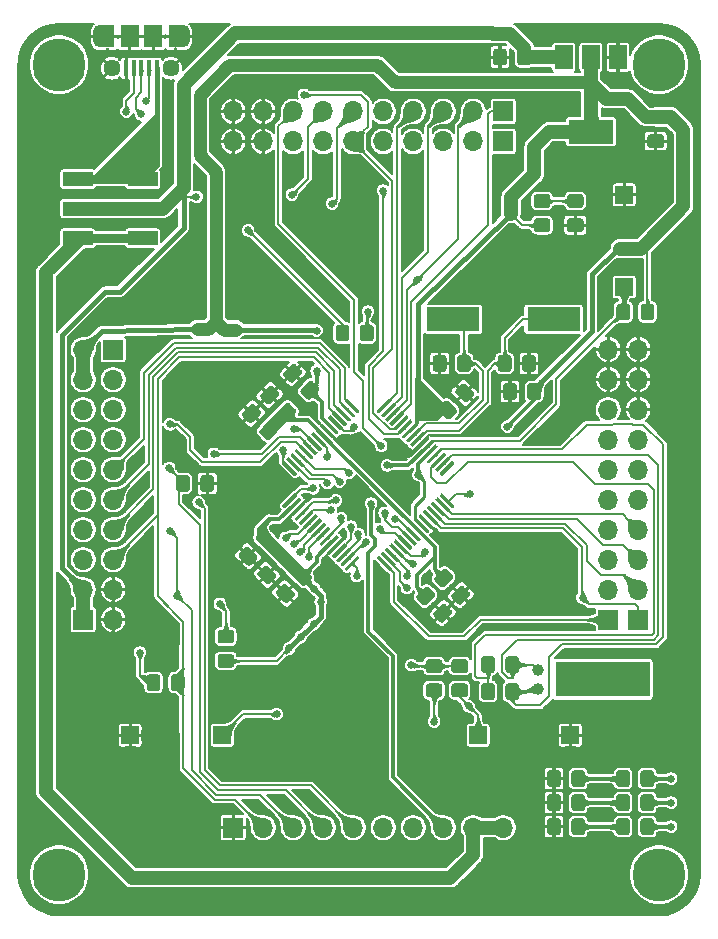
<source format=gbr>
G04 #@! TF.GenerationSoftware,KiCad,Pcbnew,(5.1.5)-3*
G04 #@! TF.CreationDate,2020-01-04T01:11:26+07:00*
G04 #@! TF.ProjectId,main,6d61696e-2e6b-4696-9361-645f70636258,1.2*
G04 #@! TF.SameCoordinates,Original*
G04 #@! TF.FileFunction,Copper,L1,Top*
G04 #@! TF.FilePolarity,Positive*
%FSLAX46Y46*%
G04 Gerber Fmt 4.6, Leading zero omitted, Abs format (unit mm)*
G04 Created by KiCad (PCBNEW (5.1.5)-3) date 2020-01-04 01:11:26*
%MOMM*%
%LPD*%
G04 APERTURE LIST*
%ADD10C,0.100000*%
%ADD11O,1.700000X1.700000*%
%ADD12R,1.700000X1.700000*%
%ADD13R,2.500000X1.200000*%
%ADD14R,8.000000X3.000000*%
%ADD15C,1.000000*%
%ADD16R,1.200000X1.900000*%
%ADD17O,1.200000X1.900000*%
%ADD18R,1.500000X1.900000*%
%ADD19C,1.450000*%
%ADD20R,0.400000X1.350000*%
%ADD21R,1.500000X1.500000*%
%ADD22C,4.500000*%
%ADD23R,1.500000X2.000000*%
%ADD24R,3.800000X2.000000*%
%ADD25R,4.500000X2.000000*%
%ADD26C,0.640000*%
%ADD27C,0.200000*%
%ADD28C,0.250000*%
%ADD29C,0.299000*%
%ADD30C,1.200000*%
%ADD31C,0.450000*%
%ADD32C,1.150000*%
%ADD33C,0.300000*%
%ADD34C,1.120000*%
%ADD35C,0.750000*%
%ADD36C,0.025400*%
G04 APERTURE END LIST*
D10*
G36*
X146372000Y-91518000D02*
G01*
X146402000Y-92218000D01*
X145772000Y-92828000D01*
X144092000Y-92808000D01*
X144112000Y-92238000D01*
X144102000Y-92238000D01*
X144142000Y-89558000D01*
X146372000Y-91518000D01*
G37*
X146372000Y-91518000D02*
X146402000Y-92218000D01*
X145772000Y-92828000D01*
X144092000Y-92808000D01*
X144112000Y-92238000D01*
X144102000Y-92238000D01*
X144142000Y-89558000D01*
X146372000Y-91518000D01*
G36*
X122092000Y-68818000D02*
G01*
X122021600Y-71374000D01*
X120742000Y-72408000D01*
X120752000Y-72428000D01*
X117082000Y-72338000D01*
X117822000Y-71438000D01*
X119722000Y-69578000D01*
X121192000Y-68088000D01*
X121972000Y-67508000D01*
X122092000Y-68818000D01*
G37*
X122092000Y-68818000D02*
X122021600Y-71374000D01*
X120742000Y-72408000D01*
X120752000Y-72428000D01*
X117082000Y-72338000D01*
X117822000Y-71438000D01*
X119722000Y-69578000D01*
X121192000Y-68088000D01*
X121972000Y-67508000D01*
X122092000Y-68818000D01*
G04 #@! TA.AperFunction,SMDPad,CuDef*
G36*
X124624505Y-97501204D02*
G01*
X124648773Y-97504804D01*
X124672572Y-97510765D01*
X124695671Y-97519030D01*
X124717850Y-97529520D01*
X124738893Y-97542132D01*
X124758599Y-97556747D01*
X124776777Y-97573223D01*
X124793253Y-97591401D01*
X124807868Y-97611107D01*
X124820480Y-97632150D01*
X124830970Y-97654329D01*
X124839235Y-97677428D01*
X124845196Y-97701227D01*
X124848796Y-97725495D01*
X124850000Y-97749999D01*
X124850000Y-98650001D01*
X124848796Y-98674505D01*
X124845196Y-98698773D01*
X124839235Y-98722572D01*
X124830970Y-98745671D01*
X124820480Y-98767850D01*
X124807868Y-98788893D01*
X124793253Y-98808599D01*
X124776777Y-98826777D01*
X124758599Y-98843253D01*
X124738893Y-98857868D01*
X124717850Y-98870480D01*
X124695671Y-98880970D01*
X124672572Y-98889235D01*
X124648773Y-98895196D01*
X124624505Y-98898796D01*
X124600001Y-98900000D01*
X123949999Y-98900000D01*
X123925495Y-98898796D01*
X123901227Y-98895196D01*
X123877428Y-98889235D01*
X123854329Y-98880970D01*
X123832150Y-98870480D01*
X123811107Y-98857868D01*
X123791401Y-98843253D01*
X123773223Y-98826777D01*
X123756747Y-98808599D01*
X123742132Y-98788893D01*
X123729520Y-98767850D01*
X123719030Y-98745671D01*
X123710765Y-98722572D01*
X123704804Y-98698773D01*
X123701204Y-98674505D01*
X123700000Y-98650001D01*
X123700000Y-97749999D01*
X123701204Y-97725495D01*
X123704804Y-97701227D01*
X123710765Y-97677428D01*
X123719030Y-97654329D01*
X123729520Y-97632150D01*
X123742132Y-97611107D01*
X123756747Y-97591401D01*
X123773223Y-97573223D01*
X123791401Y-97556747D01*
X123811107Y-97542132D01*
X123832150Y-97529520D01*
X123854329Y-97519030D01*
X123877428Y-97510765D01*
X123901227Y-97504804D01*
X123925495Y-97501204D01*
X123949999Y-97500000D01*
X124600001Y-97500000D01*
X124624505Y-97501204D01*
G37*
G04 #@! TD.AperFunction*
G04 #@! TA.AperFunction,SMDPad,CuDef*
G36*
X126674505Y-97501204D02*
G01*
X126698773Y-97504804D01*
X126722572Y-97510765D01*
X126745671Y-97519030D01*
X126767850Y-97529520D01*
X126788893Y-97542132D01*
X126808599Y-97556747D01*
X126826777Y-97573223D01*
X126843253Y-97591401D01*
X126857868Y-97611107D01*
X126870480Y-97632150D01*
X126880970Y-97654329D01*
X126889235Y-97677428D01*
X126895196Y-97701227D01*
X126898796Y-97725495D01*
X126900000Y-97749999D01*
X126900000Y-98650001D01*
X126898796Y-98674505D01*
X126895196Y-98698773D01*
X126889235Y-98722572D01*
X126880970Y-98745671D01*
X126870480Y-98767850D01*
X126857868Y-98788893D01*
X126843253Y-98808599D01*
X126826777Y-98826777D01*
X126808599Y-98843253D01*
X126788893Y-98857868D01*
X126767850Y-98870480D01*
X126745671Y-98880970D01*
X126722572Y-98889235D01*
X126698773Y-98895196D01*
X126674505Y-98898796D01*
X126650001Y-98900000D01*
X125999999Y-98900000D01*
X125975495Y-98898796D01*
X125951227Y-98895196D01*
X125927428Y-98889235D01*
X125904329Y-98880970D01*
X125882150Y-98870480D01*
X125861107Y-98857868D01*
X125841401Y-98843253D01*
X125823223Y-98826777D01*
X125806747Y-98808599D01*
X125792132Y-98788893D01*
X125779520Y-98767850D01*
X125769030Y-98745671D01*
X125760765Y-98722572D01*
X125754804Y-98698773D01*
X125751204Y-98674505D01*
X125750000Y-98650001D01*
X125750000Y-97749999D01*
X125751204Y-97725495D01*
X125754804Y-97701227D01*
X125760765Y-97677428D01*
X125769030Y-97654329D01*
X125779520Y-97632150D01*
X125792132Y-97611107D01*
X125806747Y-97591401D01*
X125823223Y-97573223D01*
X125841401Y-97556747D01*
X125861107Y-97542132D01*
X125882150Y-97529520D01*
X125904329Y-97519030D01*
X125927428Y-97510765D01*
X125951227Y-97504804D01*
X125975495Y-97501204D01*
X125999999Y-97500000D01*
X126650001Y-97500000D01*
X126674505Y-97501204D01*
G37*
G04 #@! TD.AperFunction*
G04 #@! TA.AperFunction,SMDPad,CuDef*
G36*
X128374505Y-110601204D02*
G01*
X128398773Y-110604804D01*
X128422572Y-110610765D01*
X128445671Y-110619030D01*
X128467850Y-110629520D01*
X128488893Y-110642132D01*
X128508599Y-110656747D01*
X128526777Y-110673223D01*
X128543253Y-110691401D01*
X128557868Y-110711107D01*
X128570480Y-110732150D01*
X128580970Y-110754329D01*
X128589235Y-110777428D01*
X128595196Y-110801227D01*
X128598796Y-110825495D01*
X128600000Y-110849999D01*
X128600000Y-111500001D01*
X128598796Y-111524505D01*
X128595196Y-111548773D01*
X128589235Y-111572572D01*
X128580970Y-111595671D01*
X128570480Y-111617850D01*
X128557868Y-111638893D01*
X128543253Y-111658599D01*
X128526777Y-111676777D01*
X128508599Y-111693253D01*
X128488893Y-111707868D01*
X128467850Y-111720480D01*
X128445671Y-111730970D01*
X128422572Y-111739235D01*
X128398773Y-111745196D01*
X128374505Y-111748796D01*
X128350001Y-111750000D01*
X127449999Y-111750000D01*
X127425495Y-111748796D01*
X127401227Y-111745196D01*
X127377428Y-111739235D01*
X127354329Y-111730970D01*
X127332150Y-111720480D01*
X127311107Y-111707868D01*
X127291401Y-111693253D01*
X127273223Y-111676777D01*
X127256747Y-111658599D01*
X127242132Y-111638893D01*
X127229520Y-111617850D01*
X127219030Y-111595671D01*
X127210765Y-111572572D01*
X127204804Y-111548773D01*
X127201204Y-111524505D01*
X127200000Y-111500001D01*
X127200000Y-110849999D01*
X127201204Y-110825495D01*
X127204804Y-110801227D01*
X127210765Y-110777428D01*
X127219030Y-110754329D01*
X127229520Y-110732150D01*
X127242132Y-110711107D01*
X127256747Y-110691401D01*
X127273223Y-110673223D01*
X127291401Y-110656747D01*
X127311107Y-110642132D01*
X127332150Y-110629520D01*
X127354329Y-110619030D01*
X127377428Y-110610765D01*
X127401227Y-110604804D01*
X127425495Y-110601204D01*
X127449999Y-110600000D01*
X128350001Y-110600000D01*
X128374505Y-110601204D01*
G37*
G04 #@! TD.AperFunction*
G04 #@! TA.AperFunction,SMDPad,CuDef*
G36*
X128374505Y-112651204D02*
G01*
X128398773Y-112654804D01*
X128422572Y-112660765D01*
X128445671Y-112669030D01*
X128467850Y-112679520D01*
X128488893Y-112692132D01*
X128508599Y-112706747D01*
X128526777Y-112723223D01*
X128543253Y-112741401D01*
X128557868Y-112761107D01*
X128570480Y-112782150D01*
X128580970Y-112804329D01*
X128589235Y-112827428D01*
X128595196Y-112851227D01*
X128598796Y-112875495D01*
X128600000Y-112899999D01*
X128600000Y-113550001D01*
X128598796Y-113574505D01*
X128595196Y-113598773D01*
X128589235Y-113622572D01*
X128580970Y-113645671D01*
X128570480Y-113667850D01*
X128557868Y-113688893D01*
X128543253Y-113708599D01*
X128526777Y-113726777D01*
X128508599Y-113743253D01*
X128488893Y-113757868D01*
X128467850Y-113770480D01*
X128445671Y-113780970D01*
X128422572Y-113789235D01*
X128398773Y-113795196D01*
X128374505Y-113798796D01*
X128350001Y-113800000D01*
X127449999Y-113800000D01*
X127425495Y-113798796D01*
X127401227Y-113795196D01*
X127377428Y-113789235D01*
X127354329Y-113780970D01*
X127332150Y-113770480D01*
X127311107Y-113757868D01*
X127291401Y-113743253D01*
X127273223Y-113726777D01*
X127256747Y-113708599D01*
X127242132Y-113688893D01*
X127229520Y-113667850D01*
X127219030Y-113645671D01*
X127210765Y-113622572D01*
X127204804Y-113598773D01*
X127201204Y-113574505D01*
X127200000Y-113550001D01*
X127200000Y-112899999D01*
X127201204Y-112875495D01*
X127204804Y-112851227D01*
X127210765Y-112827428D01*
X127219030Y-112804329D01*
X127229520Y-112782150D01*
X127242132Y-112761107D01*
X127256747Y-112741401D01*
X127273223Y-112723223D01*
X127291401Y-112706747D01*
X127311107Y-112692132D01*
X127332150Y-112679520D01*
X127354329Y-112669030D01*
X127377428Y-112660765D01*
X127401227Y-112654804D01*
X127425495Y-112651204D01*
X127449999Y-112650000D01*
X128350001Y-112650000D01*
X128374505Y-112651204D01*
G37*
G04 #@! TD.AperFunction*
G04 #@! TA.AperFunction,SMDPad,CuDef*
G36*
X124183505Y-114363204D02*
G01*
X124207773Y-114366804D01*
X124231572Y-114372765D01*
X124254671Y-114381030D01*
X124276850Y-114391520D01*
X124297893Y-114404132D01*
X124317599Y-114418747D01*
X124335777Y-114435223D01*
X124352253Y-114453401D01*
X124366868Y-114473107D01*
X124379480Y-114494150D01*
X124389970Y-114516329D01*
X124398235Y-114539428D01*
X124404196Y-114563227D01*
X124407796Y-114587495D01*
X124409000Y-114611999D01*
X124409000Y-115512001D01*
X124407796Y-115536505D01*
X124404196Y-115560773D01*
X124398235Y-115584572D01*
X124389970Y-115607671D01*
X124379480Y-115629850D01*
X124366868Y-115650893D01*
X124352253Y-115670599D01*
X124335777Y-115688777D01*
X124317599Y-115705253D01*
X124297893Y-115719868D01*
X124276850Y-115732480D01*
X124254671Y-115742970D01*
X124231572Y-115751235D01*
X124207773Y-115757196D01*
X124183505Y-115760796D01*
X124159001Y-115762000D01*
X123508999Y-115762000D01*
X123484495Y-115760796D01*
X123460227Y-115757196D01*
X123436428Y-115751235D01*
X123413329Y-115742970D01*
X123391150Y-115732480D01*
X123370107Y-115719868D01*
X123350401Y-115705253D01*
X123332223Y-115688777D01*
X123315747Y-115670599D01*
X123301132Y-115650893D01*
X123288520Y-115629850D01*
X123278030Y-115607671D01*
X123269765Y-115584572D01*
X123263804Y-115560773D01*
X123260204Y-115536505D01*
X123259000Y-115512001D01*
X123259000Y-114611999D01*
X123260204Y-114587495D01*
X123263804Y-114563227D01*
X123269765Y-114539428D01*
X123278030Y-114516329D01*
X123288520Y-114494150D01*
X123301132Y-114473107D01*
X123315747Y-114453401D01*
X123332223Y-114435223D01*
X123350401Y-114418747D01*
X123370107Y-114404132D01*
X123391150Y-114391520D01*
X123413329Y-114381030D01*
X123436428Y-114372765D01*
X123460227Y-114366804D01*
X123484495Y-114363204D01*
X123508999Y-114362000D01*
X124159001Y-114362000D01*
X124183505Y-114363204D01*
G37*
G04 #@! TD.AperFunction*
G04 #@! TA.AperFunction,SMDPad,CuDef*
G36*
X122133505Y-114363204D02*
G01*
X122157773Y-114366804D01*
X122181572Y-114372765D01*
X122204671Y-114381030D01*
X122226850Y-114391520D01*
X122247893Y-114404132D01*
X122267599Y-114418747D01*
X122285777Y-114435223D01*
X122302253Y-114453401D01*
X122316868Y-114473107D01*
X122329480Y-114494150D01*
X122339970Y-114516329D01*
X122348235Y-114539428D01*
X122354196Y-114563227D01*
X122357796Y-114587495D01*
X122359000Y-114611999D01*
X122359000Y-115512001D01*
X122357796Y-115536505D01*
X122354196Y-115560773D01*
X122348235Y-115584572D01*
X122339970Y-115607671D01*
X122329480Y-115629850D01*
X122316868Y-115650893D01*
X122302253Y-115670599D01*
X122285777Y-115688777D01*
X122267599Y-115705253D01*
X122247893Y-115719868D01*
X122226850Y-115732480D01*
X122204671Y-115742970D01*
X122181572Y-115751235D01*
X122157773Y-115757196D01*
X122133505Y-115760796D01*
X122109001Y-115762000D01*
X121458999Y-115762000D01*
X121434495Y-115760796D01*
X121410227Y-115757196D01*
X121386428Y-115751235D01*
X121363329Y-115742970D01*
X121341150Y-115732480D01*
X121320107Y-115719868D01*
X121300401Y-115705253D01*
X121282223Y-115688777D01*
X121265747Y-115670599D01*
X121251132Y-115650893D01*
X121238520Y-115629850D01*
X121228030Y-115607671D01*
X121219765Y-115584572D01*
X121213804Y-115560773D01*
X121210204Y-115536505D01*
X121209000Y-115512001D01*
X121209000Y-114611999D01*
X121210204Y-114587495D01*
X121213804Y-114563227D01*
X121219765Y-114539428D01*
X121228030Y-114516329D01*
X121238520Y-114494150D01*
X121251132Y-114473107D01*
X121265747Y-114453401D01*
X121282223Y-114435223D01*
X121300401Y-114418747D01*
X121320107Y-114404132D01*
X121341150Y-114391520D01*
X121363329Y-114381030D01*
X121386428Y-114372765D01*
X121410227Y-114366804D01*
X121434495Y-114363204D01*
X121458999Y-114362000D01*
X122109001Y-114362000D01*
X122133505Y-114363204D01*
G37*
G04 #@! TD.AperFunction*
G04 #@! TA.AperFunction,SMDPad,CuDef*
G36*
X152308705Y-89725204D02*
G01*
X152332973Y-89728804D01*
X152356772Y-89734765D01*
X152379871Y-89743030D01*
X152402050Y-89753520D01*
X152423093Y-89766132D01*
X152442799Y-89780747D01*
X152460977Y-89797223D01*
X152477453Y-89815401D01*
X152492068Y-89835107D01*
X152504680Y-89856150D01*
X152515170Y-89878329D01*
X152523435Y-89901428D01*
X152529396Y-89925227D01*
X152532996Y-89949495D01*
X152534200Y-89973999D01*
X152534200Y-90874001D01*
X152532996Y-90898505D01*
X152529396Y-90922773D01*
X152523435Y-90946572D01*
X152515170Y-90969671D01*
X152504680Y-90991850D01*
X152492068Y-91012893D01*
X152477453Y-91032599D01*
X152460977Y-91050777D01*
X152442799Y-91067253D01*
X152423093Y-91081868D01*
X152402050Y-91094480D01*
X152379871Y-91104970D01*
X152356772Y-91113235D01*
X152332973Y-91119196D01*
X152308705Y-91122796D01*
X152284201Y-91124000D01*
X151634199Y-91124000D01*
X151609695Y-91122796D01*
X151585427Y-91119196D01*
X151561628Y-91113235D01*
X151538529Y-91104970D01*
X151516350Y-91094480D01*
X151495307Y-91081868D01*
X151475601Y-91067253D01*
X151457423Y-91050777D01*
X151440947Y-91032599D01*
X151426332Y-91012893D01*
X151413720Y-90991850D01*
X151403230Y-90969671D01*
X151394965Y-90946572D01*
X151389004Y-90922773D01*
X151385404Y-90898505D01*
X151384200Y-90874001D01*
X151384200Y-89973999D01*
X151385404Y-89949495D01*
X151389004Y-89925227D01*
X151394965Y-89901428D01*
X151403230Y-89878329D01*
X151413720Y-89856150D01*
X151426332Y-89835107D01*
X151440947Y-89815401D01*
X151457423Y-89797223D01*
X151475601Y-89780747D01*
X151495307Y-89766132D01*
X151516350Y-89753520D01*
X151538529Y-89743030D01*
X151561628Y-89734765D01*
X151585427Y-89728804D01*
X151609695Y-89725204D01*
X151634199Y-89724000D01*
X152284201Y-89724000D01*
X152308705Y-89725204D01*
G37*
G04 #@! TD.AperFunction*
G04 #@! TA.AperFunction,SMDPad,CuDef*
G36*
X154358705Y-89725204D02*
G01*
X154382973Y-89728804D01*
X154406772Y-89734765D01*
X154429871Y-89743030D01*
X154452050Y-89753520D01*
X154473093Y-89766132D01*
X154492799Y-89780747D01*
X154510977Y-89797223D01*
X154527453Y-89815401D01*
X154542068Y-89835107D01*
X154554680Y-89856150D01*
X154565170Y-89878329D01*
X154573435Y-89901428D01*
X154579396Y-89925227D01*
X154582996Y-89949495D01*
X154584200Y-89973999D01*
X154584200Y-90874001D01*
X154582996Y-90898505D01*
X154579396Y-90922773D01*
X154573435Y-90946572D01*
X154565170Y-90969671D01*
X154554680Y-90991850D01*
X154542068Y-91012893D01*
X154527453Y-91032599D01*
X154510977Y-91050777D01*
X154492799Y-91067253D01*
X154473093Y-91081868D01*
X154452050Y-91094480D01*
X154429871Y-91104970D01*
X154406772Y-91113235D01*
X154382973Y-91119196D01*
X154358705Y-91122796D01*
X154334201Y-91124000D01*
X153684199Y-91124000D01*
X153659695Y-91122796D01*
X153635427Y-91119196D01*
X153611628Y-91113235D01*
X153588529Y-91104970D01*
X153566350Y-91094480D01*
X153545307Y-91081868D01*
X153525601Y-91067253D01*
X153507423Y-91050777D01*
X153490947Y-91032599D01*
X153476332Y-91012893D01*
X153463720Y-90991850D01*
X153453230Y-90969671D01*
X153444965Y-90946572D01*
X153439004Y-90922773D01*
X153435404Y-90898505D01*
X153434200Y-90874001D01*
X153434200Y-89973999D01*
X153435404Y-89949495D01*
X153439004Y-89925227D01*
X153444965Y-89901428D01*
X153453230Y-89878329D01*
X153463720Y-89856150D01*
X153476332Y-89835107D01*
X153490947Y-89815401D01*
X153507423Y-89797223D01*
X153525601Y-89780747D01*
X153545307Y-89766132D01*
X153566350Y-89753520D01*
X153588529Y-89743030D01*
X153611628Y-89734765D01*
X153635427Y-89728804D01*
X153659695Y-89725204D01*
X153684199Y-89724000D01*
X154334201Y-89724000D01*
X154358705Y-89725204D01*
G37*
G04 #@! TD.AperFunction*
D11*
X115824000Y-86868000D03*
X115824000Y-89408000D03*
X115824000Y-91948000D03*
X115824000Y-94488000D03*
X115824000Y-97028000D03*
X115824000Y-99568000D03*
X115824000Y-102108000D03*
X115824000Y-104648000D03*
X115824000Y-107188000D03*
D12*
X115824000Y-109728000D03*
D11*
X118364000Y-109738000D03*
X118364000Y-107198000D03*
X118364000Y-104658000D03*
X118364000Y-102118000D03*
X118364000Y-99578000D03*
X118364000Y-97038000D03*
X118364000Y-94498000D03*
X118364000Y-91958000D03*
X118364000Y-89418000D03*
D12*
X118364000Y-86878000D03*
D11*
X151384000Y-127348000D03*
X148844000Y-127348000D03*
X146304000Y-127348000D03*
X143764000Y-127348000D03*
X141224000Y-127348000D03*
X138684000Y-127348000D03*
X136144000Y-127348000D03*
X133604000Y-127348000D03*
X131064000Y-127348000D03*
D12*
X128524000Y-127348000D03*
D11*
X160274000Y-86868000D03*
X160274000Y-89408000D03*
X160274000Y-91948000D03*
X160274000Y-94488000D03*
X160274000Y-97028000D03*
X160274000Y-99568000D03*
X160274000Y-102108000D03*
X160274000Y-104648000D03*
X160274000Y-107188000D03*
D12*
X160274000Y-109728000D03*
D11*
X162814000Y-86868000D03*
X162814000Y-89408000D03*
X162814000Y-91948000D03*
X162814000Y-94488000D03*
X162814000Y-97028000D03*
X162814000Y-99568000D03*
X162814000Y-102108000D03*
X162814000Y-104648000D03*
X162814000Y-107188000D03*
D12*
X162814000Y-109728000D03*
D11*
X128524000Y-66708000D03*
X131064000Y-66708000D03*
X133604000Y-66708000D03*
X136144000Y-66708000D03*
X138684000Y-66708000D03*
X141224000Y-66708000D03*
X143764000Y-66708000D03*
X146304000Y-66708000D03*
X148844000Y-66708000D03*
D12*
X151384000Y-66708000D03*
D11*
X128524000Y-69248000D03*
X131064000Y-69248000D03*
X133604000Y-69248000D03*
X136144000Y-69248000D03*
X138684000Y-69248000D03*
X141224000Y-69248000D03*
X143764000Y-69248000D03*
X146304000Y-69248000D03*
X148844000Y-69248000D03*
D12*
X151384000Y-69248000D03*
D13*
X120860000Y-72430000D03*
X120860000Y-74930000D03*
X120860000Y-77430000D03*
X115360000Y-77430000D03*
X115360000Y-74930000D03*
X115360000Y-72430000D03*
D14*
X159812000Y-114800000D03*
D15*
X154336000Y-113972000D03*
X154336000Y-115623000D03*
G04 #@! TA.AperFunction,SMDPad,CuDef*
D10*
G36*
X161904825Y-82989124D02*
G01*
X161929093Y-82992724D01*
X161952892Y-82998685D01*
X161975991Y-83006950D01*
X161998170Y-83017440D01*
X162019213Y-83030052D01*
X162038919Y-83044667D01*
X162057097Y-83061143D01*
X162073573Y-83079321D01*
X162088188Y-83099027D01*
X162100800Y-83120070D01*
X162111290Y-83142249D01*
X162119555Y-83165348D01*
X162125516Y-83189147D01*
X162129116Y-83213415D01*
X162130320Y-83237919D01*
X162130320Y-84137921D01*
X162129116Y-84162425D01*
X162125516Y-84186693D01*
X162119555Y-84210492D01*
X162111290Y-84233591D01*
X162100800Y-84255770D01*
X162088188Y-84276813D01*
X162073573Y-84296519D01*
X162057097Y-84314697D01*
X162038919Y-84331173D01*
X162019213Y-84345788D01*
X161998170Y-84358400D01*
X161975991Y-84368890D01*
X161952892Y-84377155D01*
X161929093Y-84383116D01*
X161904825Y-84386716D01*
X161880321Y-84387920D01*
X161230319Y-84387920D01*
X161205815Y-84386716D01*
X161181547Y-84383116D01*
X161157748Y-84377155D01*
X161134649Y-84368890D01*
X161112470Y-84358400D01*
X161091427Y-84345788D01*
X161071721Y-84331173D01*
X161053543Y-84314697D01*
X161037067Y-84296519D01*
X161022452Y-84276813D01*
X161009840Y-84255770D01*
X160999350Y-84233591D01*
X160991085Y-84210492D01*
X160985124Y-84186693D01*
X160981524Y-84162425D01*
X160980320Y-84137921D01*
X160980320Y-83237919D01*
X160981524Y-83213415D01*
X160985124Y-83189147D01*
X160991085Y-83165348D01*
X160999350Y-83142249D01*
X161009840Y-83120070D01*
X161022452Y-83099027D01*
X161037067Y-83079321D01*
X161053543Y-83061143D01*
X161071721Y-83044667D01*
X161091427Y-83030052D01*
X161112470Y-83017440D01*
X161134649Y-83006950D01*
X161157748Y-82998685D01*
X161181547Y-82992724D01*
X161205815Y-82989124D01*
X161230319Y-82987920D01*
X161880321Y-82987920D01*
X161904825Y-82989124D01*
G37*
G04 #@! TD.AperFunction*
G04 #@! TA.AperFunction,SMDPad,CuDef*
G36*
X163954825Y-82989124D02*
G01*
X163979093Y-82992724D01*
X164002892Y-82998685D01*
X164025991Y-83006950D01*
X164048170Y-83017440D01*
X164069213Y-83030052D01*
X164088919Y-83044667D01*
X164107097Y-83061143D01*
X164123573Y-83079321D01*
X164138188Y-83099027D01*
X164150800Y-83120070D01*
X164161290Y-83142249D01*
X164169555Y-83165348D01*
X164175516Y-83189147D01*
X164179116Y-83213415D01*
X164180320Y-83237919D01*
X164180320Y-84137921D01*
X164179116Y-84162425D01*
X164175516Y-84186693D01*
X164169555Y-84210492D01*
X164161290Y-84233591D01*
X164150800Y-84255770D01*
X164138188Y-84276813D01*
X164123573Y-84296519D01*
X164107097Y-84314697D01*
X164088919Y-84331173D01*
X164069213Y-84345788D01*
X164048170Y-84358400D01*
X164025991Y-84368890D01*
X164002892Y-84377155D01*
X163979093Y-84383116D01*
X163954825Y-84386716D01*
X163930321Y-84387920D01*
X163280319Y-84387920D01*
X163255815Y-84386716D01*
X163231547Y-84383116D01*
X163207748Y-84377155D01*
X163184649Y-84368890D01*
X163162470Y-84358400D01*
X163141427Y-84345788D01*
X163121721Y-84331173D01*
X163103543Y-84314697D01*
X163087067Y-84296519D01*
X163072452Y-84276813D01*
X163059840Y-84255770D01*
X163049350Y-84233591D01*
X163041085Y-84210492D01*
X163035124Y-84186693D01*
X163031524Y-84162425D01*
X163030320Y-84137921D01*
X163030320Y-83237919D01*
X163031524Y-83213415D01*
X163035124Y-83189147D01*
X163041085Y-83165348D01*
X163049350Y-83142249D01*
X163059840Y-83120070D01*
X163072452Y-83099027D01*
X163087067Y-83079321D01*
X163103543Y-83061143D01*
X163121721Y-83044667D01*
X163141427Y-83030052D01*
X163162470Y-83017440D01*
X163184649Y-83006950D01*
X163207748Y-82998685D01*
X163231547Y-82992724D01*
X163255815Y-82989124D01*
X163280319Y-82987920D01*
X163930321Y-82987920D01*
X163954825Y-82989124D01*
G37*
G04 #@! TD.AperFunction*
G04 #@! TA.AperFunction,SMDPad,CuDef*
G36*
X146365105Y-87337604D02*
G01*
X146389373Y-87341204D01*
X146413172Y-87347165D01*
X146436271Y-87355430D01*
X146458450Y-87365920D01*
X146479493Y-87378532D01*
X146499199Y-87393147D01*
X146517377Y-87409623D01*
X146533853Y-87427801D01*
X146548468Y-87447507D01*
X146561080Y-87468550D01*
X146571570Y-87490729D01*
X146579835Y-87513828D01*
X146585796Y-87537627D01*
X146589396Y-87561895D01*
X146590600Y-87586399D01*
X146590600Y-88486401D01*
X146589396Y-88510905D01*
X146585796Y-88535173D01*
X146579835Y-88558972D01*
X146571570Y-88582071D01*
X146561080Y-88604250D01*
X146548468Y-88625293D01*
X146533853Y-88644999D01*
X146517377Y-88663177D01*
X146499199Y-88679653D01*
X146479493Y-88694268D01*
X146458450Y-88706880D01*
X146436271Y-88717370D01*
X146413172Y-88725635D01*
X146389373Y-88731596D01*
X146365105Y-88735196D01*
X146340601Y-88736400D01*
X145690599Y-88736400D01*
X145666095Y-88735196D01*
X145641827Y-88731596D01*
X145618028Y-88725635D01*
X145594929Y-88717370D01*
X145572750Y-88706880D01*
X145551707Y-88694268D01*
X145532001Y-88679653D01*
X145513823Y-88663177D01*
X145497347Y-88644999D01*
X145482732Y-88625293D01*
X145470120Y-88604250D01*
X145459630Y-88582071D01*
X145451365Y-88558972D01*
X145445404Y-88535173D01*
X145441804Y-88510905D01*
X145440600Y-88486401D01*
X145440600Y-87586399D01*
X145441804Y-87561895D01*
X145445404Y-87537627D01*
X145451365Y-87513828D01*
X145459630Y-87490729D01*
X145470120Y-87468550D01*
X145482732Y-87447507D01*
X145497347Y-87427801D01*
X145513823Y-87409623D01*
X145532001Y-87393147D01*
X145551707Y-87378532D01*
X145572750Y-87365920D01*
X145594929Y-87355430D01*
X145618028Y-87347165D01*
X145641827Y-87341204D01*
X145666095Y-87337604D01*
X145690599Y-87336400D01*
X146340601Y-87336400D01*
X146365105Y-87337604D01*
G37*
G04 #@! TD.AperFunction*
G04 #@! TA.AperFunction,SMDPad,CuDef*
G36*
X148415105Y-87337604D02*
G01*
X148439373Y-87341204D01*
X148463172Y-87347165D01*
X148486271Y-87355430D01*
X148508450Y-87365920D01*
X148529493Y-87378532D01*
X148549199Y-87393147D01*
X148567377Y-87409623D01*
X148583853Y-87427801D01*
X148598468Y-87447507D01*
X148611080Y-87468550D01*
X148621570Y-87490729D01*
X148629835Y-87513828D01*
X148635796Y-87537627D01*
X148639396Y-87561895D01*
X148640600Y-87586399D01*
X148640600Y-88486401D01*
X148639396Y-88510905D01*
X148635796Y-88535173D01*
X148629835Y-88558972D01*
X148621570Y-88582071D01*
X148611080Y-88604250D01*
X148598468Y-88625293D01*
X148583853Y-88644999D01*
X148567377Y-88663177D01*
X148549199Y-88679653D01*
X148529493Y-88694268D01*
X148508450Y-88706880D01*
X148486271Y-88717370D01*
X148463172Y-88725635D01*
X148439373Y-88731596D01*
X148415105Y-88735196D01*
X148390601Y-88736400D01*
X147740599Y-88736400D01*
X147716095Y-88735196D01*
X147691827Y-88731596D01*
X147668028Y-88725635D01*
X147644929Y-88717370D01*
X147622750Y-88706880D01*
X147601707Y-88694268D01*
X147582001Y-88679653D01*
X147563823Y-88663177D01*
X147547347Y-88644999D01*
X147532732Y-88625293D01*
X147520120Y-88604250D01*
X147509630Y-88582071D01*
X147501365Y-88558972D01*
X147495404Y-88535173D01*
X147491804Y-88510905D01*
X147490600Y-88486401D01*
X147490600Y-87586399D01*
X147491804Y-87561895D01*
X147495404Y-87537627D01*
X147501365Y-87513828D01*
X147509630Y-87490729D01*
X147520120Y-87468550D01*
X147532732Y-87447507D01*
X147547347Y-87427801D01*
X147563823Y-87409623D01*
X147582001Y-87393147D01*
X147601707Y-87378532D01*
X147622750Y-87365920D01*
X147644929Y-87355430D01*
X147668028Y-87347165D01*
X147691827Y-87341204D01*
X147716095Y-87337604D01*
X147740599Y-87336400D01*
X148390601Y-87336400D01*
X148415105Y-87337604D01*
G37*
G04 #@! TD.AperFunction*
D16*
X123662000Y-60357500D03*
X117862000Y-60357500D03*
D17*
X117262000Y-60357500D03*
X124262000Y-60357500D03*
D18*
X121762000Y-60357500D03*
D19*
X118262000Y-63057500D03*
D20*
X120762000Y-63057500D03*
X120112000Y-63057500D03*
X119462000Y-63057500D03*
X122062000Y-63057500D03*
X121412000Y-63057500D03*
D19*
X123262000Y-63057500D03*
D18*
X119762000Y-60357500D03*
D21*
X161630000Y-73770000D03*
X161630000Y-81570000D03*
X119798000Y-119507000D03*
X127598000Y-119507000D03*
X157062000Y-119507000D03*
X149262000Y-119507000D03*
G04 #@! TA.AperFunction,SMDPad,CuDef*
D10*
G36*
X164774505Y-68641204D02*
G01*
X164798773Y-68644804D01*
X164822572Y-68650765D01*
X164845671Y-68659030D01*
X164867850Y-68669520D01*
X164888893Y-68682132D01*
X164908599Y-68696747D01*
X164926777Y-68713223D01*
X164943253Y-68731401D01*
X164957868Y-68751107D01*
X164970480Y-68772150D01*
X164980970Y-68794329D01*
X164989235Y-68817428D01*
X164995196Y-68841227D01*
X164998796Y-68865495D01*
X165000000Y-68889999D01*
X165000000Y-69540001D01*
X164998796Y-69564505D01*
X164995196Y-69588773D01*
X164989235Y-69612572D01*
X164980970Y-69635671D01*
X164970480Y-69657850D01*
X164957868Y-69678893D01*
X164943253Y-69698599D01*
X164926777Y-69716777D01*
X164908599Y-69733253D01*
X164888893Y-69747868D01*
X164867850Y-69760480D01*
X164845671Y-69770970D01*
X164822572Y-69779235D01*
X164798773Y-69785196D01*
X164774505Y-69788796D01*
X164750001Y-69790000D01*
X163849999Y-69790000D01*
X163825495Y-69788796D01*
X163801227Y-69785196D01*
X163777428Y-69779235D01*
X163754329Y-69770970D01*
X163732150Y-69760480D01*
X163711107Y-69747868D01*
X163691401Y-69733253D01*
X163673223Y-69716777D01*
X163656747Y-69698599D01*
X163642132Y-69678893D01*
X163629520Y-69657850D01*
X163619030Y-69635671D01*
X163610765Y-69612572D01*
X163604804Y-69588773D01*
X163601204Y-69564505D01*
X163600000Y-69540001D01*
X163600000Y-68889999D01*
X163601204Y-68865495D01*
X163604804Y-68841227D01*
X163610765Y-68817428D01*
X163619030Y-68794329D01*
X163629520Y-68772150D01*
X163642132Y-68751107D01*
X163656747Y-68731401D01*
X163673223Y-68713223D01*
X163691401Y-68696747D01*
X163711107Y-68682132D01*
X163732150Y-68669520D01*
X163754329Y-68659030D01*
X163777428Y-68650765D01*
X163801227Y-68644804D01*
X163825495Y-68641204D01*
X163849999Y-68640000D01*
X164750001Y-68640000D01*
X164774505Y-68641204D01*
G37*
G04 #@! TD.AperFunction*
G04 #@! TA.AperFunction,SMDPad,CuDef*
G36*
X164774505Y-66591204D02*
G01*
X164798773Y-66594804D01*
X164822572Y-66600765D01*
X164845671Y-66609030D01*
X164867850Y-66619520D01*
X164888893Y-66632132D01*
X164908599Y-66646747D01*
X164926777Y-66663223D01*
X164943253Y-66681401D01*
X164957868Y-66701107D01*
X164970480Y-66722150D01*
X164980970Y-66744329D01*
X164989235Y-66767428D01*
X164995196Y-66791227D01*
X164998796Y-66815495D01*
X165000000Y-66839999D01*
X165000000Y-67490001D01*
X164998796Y-67514505D01*
X164995196Y-67538773D01*
X164989235Y-67562572D01*
X164980970Y-67585671D01*
X164970480Y-67607850D01*
X164957868Y-67628893D01*
X164943253Y-67648599D01*
X164926777Y-67666777D01*
X164908599Y-67683253D01*
X164888893Y-67697868D01*
X164867850Y-67710480D01*
X164845671Y-67720970D01*
X164822572Y-67729235D01*
X164798773Y-67735196D01*
X164774505Y-67738796D01*
X164750001Y-67740000D01*
X163849999Y-67740000D01*
X163825495Y-67738796D01*
X163801227Y-67735196D01*
X163777428Y-67729235D01*
X163754329Y-67720970D01*
X163732150Y-67710480D01*
X163711107Y-67697868D01*
X163691401Y-67683253D01*
X163673223Y-67666777D01*
X163656747Y-67648599D01*
X163642132Y-67628893D01*
X163629520Y-67607850D01*
X163619030Y-67585671D01*
X163610765Y-67562572D01*
X163604804Y-67538773D01*
X163601204Y-67514505D01*
X163600000Y-67490001D01*
X163600000Y-66839999D01*
X163601204Y-66815495D01*
X163604804Y-66791227D01*
X163610765Y-66767428D01*
X163619030Y-66744329D01*
X163629520Y-66722150D01*
X163642132Y-66701107D01*
X163656747Y-66681401D01*
X163673223Y-66663223D01*
X163691401Y-66646747D01*
X163711107Y-66632132D01*
X163732150Y-66619520D01*
X163754329Y-66609030D01*
X163777428Y-66600765D01*
X163801227Y-66594804D01*
X163825495Y-66591204D01*
X163849999Y-66590000D01*
X164750001Y-66590000D01*
X164774505Y-66591204D01*
G37*
G04 #@! TD.AperFunction*
G04 #@! TA.AperFunction,SMDPad,CuDef*
G36*
X146379676Y-108385980D02*
G01*
X146403944Y-108389580D01*
X146427743Y-108395541D01*
X146450842Y-108403806D01*
X146473021Y-108414296D01*
X146494064Y-108426908D01*
X146513770Y-108441523D01*
X146531948Y-108457999D01*
X146991569Y-108917620D01*
X147008045Y-108935798D01*
X147022660Y-108955504D01*
X147035272Y-108976547D01*
X147045762Y-108998726D01*
X147054027Y-109021825D01*
X147059988Y-109045624D01*
X147063588Y-109069892D01*
X147064792Y-109094396D01*
X147063588Y-109118900D01*
X147059988Y-109143168D01*
X147054027Y-109166967D01*
X147045762Y-109190066D01*
X147035272Y-109212245D01*
X147022660Y-109233288D01*
X147008045Y-109252994D01*
X146991569Y-109271172D01*
X146355172Y-109907569D01*
X146336994Y-109924045D01*
X146317288Y-109938660D01*
X146296245Y-109951272D01*
X146274066Y-109961762D01*
X146250967Y-109970027D01*
X146227168Y-109975988D01*
X146202900Y-109979588D01*
X146178396Y-109980792D01*
X146153892Y-109979588D01*
X146129624Y-109975988D01*
X146105825Y-109970027D01*
X146082726Y-109961762D01*
X146060547Y-109951272D01*
X146039504Y-109938660D01*
X146019798Y-109924045D01*
X146001620Y-109907569D01*
X145541999Y-109447948D01*
X145525523Y-109429770D01*
X145510908Y-109410064D01*
X145498296Y-109389021D01*
X145487806Y-109366842D01*
X145479541Y-109343743D01*
X145473580Y-109319944D01*
X145469980Y-109295676D01*
X145468776Y-109271172D01*
X145469980Y-109246668D01*
X145473580Y-109222400D01*
X145479541Y-109198601D01*
X145487806Y-109175502D01*
X145498296Y-109153323D01*
X145510908Y-109132280D01*
X145525523Y-109112574D01*
X145541999Y-109094396D01*
X146178396Y-108457999D01*
X146196574Y-108441523D01*
X146216280Y-108426908D01*
X146237323Y-108414296D01*
X146259502Y-108403806D01*
X146282601Y-108395541D01*
X146306400Y-108389580D01*
X146330668Y-108385980D01*
X146355172Y-108384776D01*
X146379676Y-108385980D01*
G37*
G04 #@! TD.AperFunction*
G04 #@! TA.AperFunction,SMDPad,CuDef*
G36*
X144930108Y-106936412D02*
G01*
X144954376Y-106940012D01*
X144978175Y-106945973D01*
X145001274Y-106954238D01*
X145023453Y-106964728D01*
X145044496Y-106977340D01*
X145064202Y-106991955D01*
X145082380Y-107008431D01*
X145542001Y-107468052D01*
X145558477Y-107486230D01*
X145573092Y-107505936D01*
X145585704Y-107526979D01*
X145596194Y-107549158D01*
X145604459Y-107572257D01*
X145610420Y-107596056D01*
X145614020Y-107620324D01*
X145615224Y-107644828D01*
X145614020Y-107669332D01*
X145610420Y-107693600D01*
X145604459Y-107717399D01*
X145596194Y-107740498D01*
X145585704Y-107762677D01*
X145573092Y-107783720D01*
X145558477Y-107803426D01*
X145542001Y-107821604D01*
X144905604Y-108458001D01*
X144887426Y-108474477D01*
X144867720Y-108489092D01*
X144846677Y-108501704D01*
X144824498Y-108512194D01*
X144801399Y-108520459D01*
X144777600Y-108526420D01*
X144753332Y-108530020D01*
X144728828Y-108531224D01*
X144704324Y-108530020D01*
X144680056Y-108526420D01*
X144656257Y-108520459D01*
X144633158Y-108512194D01*
X144610979Y-108501704D01*
X144589936Y-108489092D01*
X144570230Y-108474477D01*
X144552052Y-108458001D01*
X144092431Y-107998380D01*
X144075955Y-107980202D01*
X144061340Y-107960496D01*
X144048728Y-107939453D01*
X144038238Y-107917274D01*
X144029973Y-107894175D01*
X144024012Y-107870376D01*
X144020412Y-107846108D01*
X144019208Y-107821604D01*
X144020412Y-107797100D01*
X144024012Y-107772832D01*
X144029973Y-107749033D01*
X144038238Y-107725934D01*
X144048728Y-107703755D01*
X144061340Y-107682712D01*
X144075955Y-107663006D01*
X144092431Y-107644828D01*
X144728828Y-107008431D01*
X144747006Y-106991955D01*
X144766712Y-106977340D01*
X144787755Y-106964728D01*
X144809934Y-106954238D01*
X144833033Y-106945973D01*
X144856832Y-106940012D01*
X144881100Y-106936412D01*
X144905604Y-106935208D01*
X144930108Y-106936412D01*
G37*
G04 #@! TD.AperFunction*
G04 #@! TA.AperFunction,SMDPad,CuDef*
G36*
X152504505Y-115125204D02*
G01*
X152528773Y-115128804D01*
X152552572Y-115134765D01*
X152575671Y-115143030D01*
X152597850Y-115153520D01*
X152618893Y-115166132D01*
X152638599Y-115180747D01*
X152656777Y-115197223D01*
X152673253Y-115215401D01*
X152687868Y-115235107D01*
X152700480Y-115256150D01*
X152710970Y-115278329D01*
X152719235Y-115301428D01*
X152725196Y-115325227D01*
X152728796Y-115349495D01*
X152730000Y-115373999D01*
X152730000Y-116274001D01*
X152728796Y-116298505D01*
X152725196Y-116322773D01*
X152719235Y-116346572D01*
X152710970Y-116369671D01*
X152700480Y-116391850D01*
X152687868Y-116412893D01*
X152673253Y-116432599D01*
X152656777Y-116450777D01*
X152638599Y-116467253D01*
X152618893Y-116481868D01*
X152597850Y-116494480D01*
X152575671Y-116504970D01*
X152552572Y-116513235D01*
X152528773Y-116519196D01*
X152504505Y-116522796D01*
X152480001Y-116524000D01*
X151829999Y-116524000D01*
X151805495Y-116522796D01*
X151781227Y-116519196D01*
X151757428Y-116513235D01*
X151734329Y-116504970D01*
X151712150Y-116494480D01*
X151691107Y-116481868D01*
X151671401Y-116467253D01*
X151653223Y-116450777D01*
X151636747Y-116432599D01*
X151622132Y-116412893D01*
X151609520Y-116391850D01*
X151599030Y-116369671D01*
X151590765Y-116346572D01*
X151584804Y-116322773D01*
X151581204Y-116298505D01*
X151580000Y-116274001D01*
X151580000Y-115373999D01*
X151581204Y-115349495D01*
X151584804Y-115325227D01*
X151590765Y-115301428D01*
X151599030Y-115278329D01*
X151609520Y-115256150D01*
X151622132Y-115235107D01*
X151636747Y-115215401D01*
X151653223Y-115197223D01*
X151671401Y-115180747D01*
X151691107Y-115166132D01*
X151712150Y-115153520D01*
X151734329Y-115143030D01*
X151757428Y-115134765D01*
X151781227Y-115128804D01*
X151805495Y-115125204D01*
X151829999Y-115124000D01*
X152480001Y-115124000D01*
X152504505Y-115125204D01*
G37*
G04 #@! TD.AperFunction*
G04 #@! TA.AperFunction,SMDPad,CuDef*
G36*
X150454505Y-115125204D02*
G01*
X150478773Y-115128804D01*
X150502572Y-115134765D01*
X150525671Y-115143030D01*
X150547850Y-115153520D01*
X150568893Y-115166132D01*
X150588599Y-115180747D01*
X150606777Y-115197223D01*
X150623253Y-115215401D01*
X150637868Y-115235107D01*
X150650480Y-115256150D01*
X150660970Y-115278329D01*
X150669235Y-115301428D01*
X150675196Y-115325227D01*
X150678796Y-115349495D01*
X150680000Y-115373999D01*
X150680000Y-116274001D01*
X150678796Y-116298505D01*
X150675196Y-116322773D01*
X150669235Y-116346572D01*
X150660970Y-116369671D01*
X150650480Y-116391850D01*
X150637868Y-116412893D01*
X150623253Y-116432599D01*
X150606777Y-116450777D01*
X150588599Y-116467253D01*
X150568893Y-116481868D01*
X150547850Y-116494480D01*
X150525671Y-116504970D01*
X150502572Y-116513235D01*
X150478773Y-116519196D01*
X150454505Y-116522796D01*
X150430001Y-116524000D01*
X149779999Y-116524000D01*
X149755495Y-116522796D01*
X149731227Y-116519196D01*
X149707428Y-116513235D01*
X149684329Y-116504970D01*
X149662150Y-116494480D01*
X149641107Y-116481868D01*
X149621401Y-116467253D01*
X149603223Y-116450777D01*
X149586747Y-116432599D01*
X149572132Y-116412893D01*
X149559520Y-116391850D01*
X149549030Y-116369671D01*
X149540765Y-116346572D01*
X149534804Y-116322773D01*
X149531204Y-116298505D01*
X149530000Y-116274001D01*
X149530000Y-115373999D01*
X149531204Y-115349495D01*
X149534804Y-115325227D01*
X149540765Y-115301428D01*
X149549030Y-115278329D01*
X149559520Y-115256150D01*
X149572132Y-115235107D01*
X149586747Y-115215401D01*
X149603223Y-115197223D01*
X149621401Y-115180747D01*
X149641107Y-115166132D01*
X149662150Y-115153520D01*
X149684329Y-115143030D01*
X149707428Y-115134765D01*
X149731227Y-115128804D01*
X149755495Y-115125204D01*
X149779999Y-115124000D01*
X150430001Y-115124000D01*
X150454505Y-115125204D01*
G37*
G04 #@! TD.AperFunction*
G04 #@! TA.AperFunction,SMDPad,CuDef*
G36*
X151470505Y-61404204D02*
G01*
X151494773Y-61407804D01*
X151518572Y-61413765D01*
X151541671Y-61422030D01*
X151563850Y-61432520D01*
X151584893Y-61445132D01*
X151604599Y-61459747D01*
X151622777Y-61476223D01*
X151639253Y-61494401D01*
X151653868Y-61514107D01*
X151666480Y-61535150D01*
X151676970Y-61557329D01*
X151685235Y-61580428D01*
X151691196Y-61604227D01*
X151694796Y-61628495D01*
X151696000Y-61652999D01*
X151696000Y-62553001D01*
X151694796Y-62577505D01*
X151691196Y-62601773D01*
X151685235Y-62625572D01*
X151676970Y-62648671D01*
X151666480Y-62670850D01*
X151653868Y-62691893D01*
X151639253Y-62711599D01*
X151622777Y-62729777D01*
X151604599Y-62746253D01*
X151584893Y-62760868D01*
X151563850Y-62773480D01*
X151541671Y-62783970D01*
X151518572Y-62792235D01*
X151494773Y-62798196D01*
X151470505Y-62801796D01*
X151446001Y-62803000D01*
X150795999Y-62803000D01*
X150771495Y-62801796D01*
X150747227Y-62798196D01*
X150723428Y-62792235D01*
X150700329Y-62783970D01*
X150678150Y-62773480D01*
X150657107Y-62760868D01*
X150637401Y-62746253D01*
X150619223Y-62729777D01*
X150602747Y-62711599D01*
X150588132Y-62691893D01*
X150575520Y-62670850D01*
X150565030Y-62648671D01*
X150556765Y-62625572D01*
X150550804Y-62601773D01*
X150547204Y-62577505D01*
X150546000Y-62553001D01*
X150546000Y-61652999D01*
X150547204Y-61628495D01*
X150550804Y-61604227D01*
X150556765Y-61580428D01*
X150565030Y-61557329D01*
X150575520Y-61535150D01*
X150588132Y-61514107D01*
X150602747Y-61494401D01*
X150619223Y-61476223D01*
X150637401Y-61459747D01*
X150657107Y-61445132D01*
X150678150Y-61432520D01*
X150700329Y-61422030D01*
X150723428Y-61413765D01*
X150747227Y-61407804D01*
X150771495Y-61404204D01*
X150795999Y-61403000D01*
X151446001Y-61403000D01*
X151470505Y-61404204D01*
G37*
G04 #@! TD.AperFunction*
G04 #@! TA.AperFunction,SMDPad,CuDef*
G36*
X153520505Y-61404204D02*
G01*
X153544773Y-61407804D01*
X153568572Y-61413765D01*
X153591671Y-61422030D01*
X153613850Y-61432520D01*
X153634893Y-61445132D01*
X153654599Y-61459747D01*
X153672777Y-61476223D01*
X153689253Y-61494401D01*
X153703868Y-61514107D01*
X153716480Y-61535150D01*
X153726970Y-61557329D01*
X153735235Y-61580428D01*
X153741196Y-61604227D01*
X153744796Y-61628495D01*
X153746000Y-61652999D01*
X153746000Y-62553001D01*
X153744796Y-62577505D01*
X153741196Y-62601773D01*
X153735235Y-62625572D01*
X153726970Y-62648671D01*
X153716480Y-62670850D01*
X153703868Y-62691893D01*
X153689253Y-62711599D01*
X153672777Y-62729777D01*
X153654599Y-62746253D01*
X153634893Y-62760868D01*
X153613850Y-62773480D01*
X153591671Y-62783970D01*
X153568572Y-62792235D01*
X153544773Y-62798196D01*
X153520505Y-62801796D01*
X153496001Y-62803000D01*
X152845999Y-62803000D01*
X152821495Y-62801796D01*
X152797227Y-62798196D01*
X152773428Y-62792235D01*
X152750329Y-62783970D01*
X152728150Y-62773480D01*
X152707107Y-62760868D01*
X152687401Y-62746253D01*
X152669223Y-62729777D01*
X152652747Y-62711599D01*
X152638132Y-62691893D01*
X152625520Y-62670850D01*
X152615030Y-62648671D01*
X152606765Y-62625572D01*
X152600804Y-62601773D01*
X152597204Y-62577505D01*
X152596000Y-62553001D01*
X152596000Y-61652999D01*
X152597204Y-61628495D01*
X152600804Y-61604227D01*
X152606765Y-61580428D01*
X152615030Y-61557329D01*
X152625520Y-61535150D01*
X152638132Y-61514107D01*
X152652747Y-61494401D01*
X152669223Y-61476223D01*
X152687401Y-61459747D01*
X152707107Y-61445132D01*
X152728150Y-61432520D01*
X152750329Y-61422030D01*
X152773428Y-61413765D01*
X152797227Y-61407804D01*
X152821495Y-61404204D01*
X152845999Y-61403000D01*
X153496001Y-61403000D01*
X153520505Y-61404204D01*
G37*
G04 #@! TD.AperFunction*
G04 #@! TA.AperFunction,SMDPad,CuDef*
G36*
X130198108Y-91479628D02*
G01*
X130222376Y-91483228D01*
X130246175Y-91489189D01*
X130269274Y-91497454D01*
X130291453Y-91507944D01*
X130312496Y-91520556D01*
X130332202Y-91535171D01*
X130350380Y-91551647D01*
X130810001Y-92011268D01*
X130826477Y-92029446D01*
X130841092Y-92049152D01*
X130853704Y-92070195D01*
X130864194Y-92092374D01*
X130872459Y-92115473D01*
X130878420Y-92139272D01*
X130882020Y-92163540D01*
X130883224Y-92188044D01*
X130882020Y-92212548D01*
X130878420Y-92236816D01*
X130872459Y-92260615D01*
X130864194Y-92283714D01*
X130853704Y-92305893D01*
X130841092Y-92326936D01*
X130826477Y-92346642D01*
X130810001Y-92364820D01*
X130173604Y-93001217D01*
X130155426Y-93017693D01*
X130135720Y-93032308D01*
X130114677Y-93044920D01*
X130092498Y-93055410D01*
X130069399Y-93063675D01*
X130045600Y-93069636D01*
X130021332Y-93073236D01*
X129996828Y-93074440D01*
X129972324Y-93073236D01*
X129948056Y-93069636D01*
X129924257Y-93063675D01*
X129901158Y-93055410D01*
X129878979Y-93044920D01*
X129857936Y-93032308D01*
X129838230Y-93017693D01*
X129820052Y-93001217D01*
X129360431Y-92541596D01*
X129343955Y-92523418D01*
X129329340Y-92503712D01*
X129316728Y-92482669D01*
X129306238Y-92460490D01*
X129297973Y-92437391D01*
X129292012Y-92413592D01*
X129288412Y-92389324D01*
X129287208Y-92364820D01*
X129288412Y-92340316D01*
X129292012Y-92316048D01*
X129297973Y-92292249D01*
X129306238Y-92269150D01*
X129316728Y-92246971D01*
X129329340Y-92225928D01*
X129343955Y-92206222D01*
X129360431Y-92188044D01*
X129996828Y-91551647D01*
X130015006Y-91535171D01*
X130034712Y-91520556D01*
X130055755Y-91507944D01*
X130077934Y-91497454D01*
X130101033Y-91489189D01*
X130124832Y-91483228D01*
X130149100Y-91479628D01*
X130173604Y-91478424D01*
X130198108Y-91479628D01*
G37*
G04 #@! TD.AperFunction*
G04 #@! TA.AperFunction,SMDPad,CuDef*
G36*
X131647676Y-92929196D02*
G01*
X131671944Y-92932796D01*
X131695743Y-92938757D01*
X131718842Y-92947022D01*
X131741021Y-92957512D01*
X131762064Y-92970124D01*
X131781770Y-92984739D01*
X131799948Y-93001215D01*
X132259569Y-93460836D01*
X132276045Y-93479014D01*
X132290660Y-93498720D01*
X132303272Y-93519763D01*
X132313762Y-93541942D01*
X132322027Y-93565041D01*
X132327988Y-93588840D01*
X132331588Y-93613108D01*
X132332792Y-93637612D01*
X132331588Y-93662116D01*
X132327988Y-93686384D01*
X132322027Y-93710183D01*
X132313762Y-93733282D01*
X132303272Y-93755461D01*
X132290660Y-93776504D01*
X132276045Y-93796210D01*
X132259569Y-93814388D01*
X131623172Y-94450785D01*
X131604994Y-94467261D01*
X131585288Y-94481876D01*
X131564245Y-94494488D01*
X131542066Y-94504978D01*
X131518967Y-94513243D01*
X131495168Y-94519204D01*
X131470900Y-94522804D01*
X131446396Y-94524008D01*
X131421892Y-94522804D01*
X131397624Y-94519204D01*
X131373825Y-94513243D01*
X131350726Y-94504978D01*
X131328547Y-94494488D01*
X131307504Y-94481876D01*
X131287798Y-94467261D01*
X131269620Y-94450785D01*
X130809999Y-93991164D01*
X130793523Y-93972986D01*
X130778908Y-93953280D01*
X130766296Y-93932237D01*
X130755806Y-93910058D01*
X130747541Y-93886959D01*
X130741580Y-93863160D01*
X130737980Y-93838892D01*
X130736776Y-93814388D01*
X130737980Y-93789884D01*
X130741580Y-93765616D01*
X130747541Y-93741817D01*
X130755806Y-93718718D01*
X130766296Y-93696539D01*
X130778908Y-93675496D01*
X130793523Y-93655790D01*
X130809999Y-93637612D01*
X131446396Y-93001215D01*
X131464574Y-92984739D01*
X131484280Y-92970124D01*
X131505323Y-92957512D01*
X131527502Y-92947022D01*
X131550601Y-92938757D01*
X131574400Y-92932796D01*
X131598668Y-92929196D01*
X131623172Y-92927992D01*
X131647676Y-92929196D01*
G37*
G04 #@! TD.AperFunction*
G04 #@! TA.AperFunction,SMDPad,CuDef*
G36*
X147903676Y-106861980D02*
G01*
X147927944Y-106865580D01*
X147951743Y-106871541D01*
X147974842Y-106879806D01*
X147997021Y-106890296D01*
X148018064Y-106902908D01*
X148037770Y-106917523D01*
X148055948Y-106933999D01*
X148515569Y-107393620D01*
X148532045Y-107411798D01*
X148546660Y-107431504D01*
X148559272Y-107452547D01*
X148569762Y-107474726D01*
X148578027Y-107497825D01*
X148583988Y-107521624D01*
X148587588Y-107545892D01*
X148588792Y-107570396D01*
X148587588Y-107594900D01*
X148583988Y-107619168D01*
X148578027Y-107642967D01*
X148569762Y-107666066D01*
X148559272Y-107688245D01*
X148546660Y-107709288D01*
X148532045Y-107728994D01*
X148515569Y-107747172D01*
X147879172Y-108383569D01*
X147860994Y-108400045D01*
X147841288Y-108414660D01*
X147820245Y-108427272D01*
X147798066Y-108437762D01*
X147774967Y-108446027D01*
X147751168Y-108451988D01*
X147726900Y-108455588D01*
X147702396Y-108456792D01*
X147677892Y-108455588D01*
X147653624Y-108451988D01*
X147629825Y-108446027D01*
X147606726Y-108437762D01*
X147584547Y-108427272D01*
X147563504Y-108414660D01*
X147543798Y-108400045D01*
X147525620Y-108383569D01*
X147065999Y-107923948D01*
X147049523Y-107905770D01*
X147034908Y-107886064D01*
X147022296Y-107865021D01*
X147011806Y-107842842D01*
X147003541Y-107819743D01*
X146997580Y-107795944D01*
X146993980Y-107771676D01*
X146992776Y-107747172D01*
X146993980Y-107722668D01*
X146997580Y-107698400D01*
X147003541Y-107674601D01*
X147011806Y-107651502D01*
X147022296Y-107629323D01*
X147034908Y-107608280D01*
X147049523Y-107588574D01*
X147065999Y-107570396D01*
X147702396Y-106933999D01*
X147720574Y-106917523D01*
X147740280Y-106902908D01*
X147761323Y-106890296D01*
X147783502Y-106879806D01*
X147806601Y-106871541D01*
X147830400Y-106865580D01*
X147854668Y-106861980D01*
X147879172Y-106860776D01*
X147903676Y-106861980D01*
G37*
G04 #@! TD.AperFunction*
G04 #@! TA.AperFunction,SMDPad,CuDef*
G36*
X146454108Y-105412412D02*
G01*
X146478376Y-105416012D01*
X146502175Y-105421973D01*
X146525274Y-105430238D01*
X146547453Y-105440728D01*
X146568496Y-105453340D01*
X146588202Y-105467955D01*
X146606380Y-105484431D01*
X147066001Y-105944052D01*
X147082477Y-105962230D01*
X147097092Y-105981936D01*
X147109704Y-106002979D01*
X147120194Y-106025158D01*
X147128459Y-106048257D01*
X147134420Y-106072056D01*
X147138020Y-106096324D01*
X147139224Y-106120828D01*
X147138020Y-106145332D01*
X147134420Y-106169600D01*
X147128459Y-106193399D01*
X147120194Y-106216498D01*
X147109704Y-106238677D01*
X147097092Y-106259720D01*
X147082477Y-106279426D01*
X147066001Y-106297604D01*
X146429604Y-106934001D01*
X146411426Y-106950477D01*
X146391720Y-106965092D01*
X146370677Y-106977704D01*
X146348498Y-106988194D01*
X146325399Y-106996459D01*
X146301600Y-107002420D01*
X146277332Y-107006020D01*
X146252828Y-107007224D01*
X146228324Y-107006020D01*
X146204056Y-107002420D01*
X146180257Y-106996459D01*
X146157158Y-106988194D01*
X146134979Y-106977704D01*
X146113936Y-106965092D01*
X146094230Y-106950477D01*
X146076052Y-106934001D01*
X145616431Y-106474380D01*
X145599955Y-106456202D01*
X145585340Y-106436496D01*
X145572728Y-106415453D01*
X145562238Y-106393274D01*
X145553973Y-106370175D01*
X145548012Y-106346376D01*
X145544412Y-106322108D01*
X145543208Y-106297604D01*
X145544412Y-106273100D01*
X145548012Y-106248832D01*
X145553973Y-106225033D01*
X145562238Y-106201934D01*
X145572728Y-106179755D01*
X145585340Y-106158712D01*
X145599955Y-106139006D01*
X145616431Y-106120828D01*
X146252828Y-105484431D01*
X146271006Y-105467955D01*
X146290712Y-105453340D01*
X146311755Y-105440728D01*
X146333934Y-105430238D01*
X146357033Y-105421973D01*
X146380832Y-105416012D01*
X146405100Y-105412412D01*
X146429604Y-105411208D01*
X146454108Y-105412412D01*
G37*
G04 #@! TD.AperFunction*
G04 #@! TA.AperFunction,SMDPad,CuDef*
G36*
X151865105Y-87337604D02*
G01*
X151889373Y-87341204D01*
X151913172Y-87347165D01*
X151936271Y-87355430D01*
X151958450Y-87365920D01*
X151979493Y-87378532D01*
X151999199Y-87393147D01*
X152017377Y-87409623D01*
X152033853Y-87427801D01*
X152048468Y-87447507D01*
X152061080Y-87468550D01*
X152071570Y-87490729D01*
X152079835Y-87513828D01*
X152085796Y-87537627D01*
X152089396Y-87561895D01*
X152090600Y-87586399D01*
X152090600Y-88486401D01*
X152089396Y-88510905D01*
X152085796Y-88535173D01*
X152079835Y-88558972D01*
X152071570Y-88582071D01*
X152061080Y-88604250D01*
X152048468Y-88625293D01*
X152033853Y-88644999D01*
X152017377Y-88663177D01*
X151999199Y-88679653D01*
X151979493Y-88694268D01*
X151958450Y-88706880D01*
X151936271Y-88717370D01*
X151913172Y-88725635D01*
X151889373Y-88731596D01*
X151865105Y-88735196D01*
X151840601Y-88736400D01*
X151190599Y-88736400D01*
X151166095Y-88735196D01*
X151141827Y-88731596D01*
X151118028Y-88725635D01*
X151094929Y-88717370D01*
X151072750Y-88706880D01*
X151051707Y-88694268D01*
X151032001Y-88679653D01*
X151013823Y-88663177D01*
X150997347Y-88644999D01*
X150982732Y-88625293D01*
X150970120Y-88604250D01*
X150959630Y-88582071D01*
X150951365Y-88558972D01*
X150945404Y-88535173D01*
X150941804Y-88510905D01*
X150940600Y-88486401D01*
X150940600Y-87586399D01*
X150941804Y-87561895D01*
X150945404Y-87537627D01*
X150951365Y-87513828D01*
X150959630Y-87490729D01*
X150970120Y-87468550D01*
X150982732Y-87447507D01*
X150997347Y-87427801D01*
X151013823Y-87409623D01*
X151032001Y-87393147D01*
X151051707Y-87378532D01*
X151072750Y-87365920D01*
X151094929Y-87355430D01*
X151118028Y-87347165D01*
X151141827Y-87341204D01*
X151166095Y-87337604D01*
X151190599Y-87336400D01*
X151840601Y-87336400D01*
X151865105Y-87337604D01*
G37*
G04 #@! TD.AperFunction*
G04 #@! TA.AperFunction,SMDPad,CuDef*
G36*
X153915105Y-87337604D02*
G01*
X153939373Y-87341204D01*
X153963172Y-87347165D01*
X153986271Y-87355430D01*
X154008450Y-87365920D01*
X154029493Y-87378532D01*
X154049199Y-87393147D01*
X154067377Y-87409623D01*
X154083853Y-87427801D01*
X154098468Y-87447507D01*
X154111080Y-87468550D01*
X154121570Y-87490729D01*
X154129835Y-87513828D01*
X154135796Y-87537627D01*
X154139396Y-87561895D01*
X154140600Y-87586399D01*
X154140600Y-88486401D01*
X154139396Y-88510905D01*
X154135796Y-88535173D01*
X154129835Y-88558972D01*
X154121570Y-88582071D01*
X154111080Y-88604250D01*
X154098468Y-88625293D01*
X154083853Y-88644999D01*
X154067377Y-88663177D01*
X154049199Y-88679653D01*
X154029493Y-88694268D01*
X154008450Y-88706880D01*
X153986271Y-88717370D01*
X153963172Y-88725635D01*
X153939373Y-88731596D01*
X153915105Y-88735196D01*
X153890601Y-88736400D01*
X153240599Y-88736400D01*
X153216095Y-88735196D01*
X153191827Y-88731596D01*
X153168028Y-88725635D01*
X153144929Y-88717370D01*
X153122750Y-88706880D01*
X153101707Y-88694268D01*
X153082001Y-88679653D01*
X153063823Y-88663177D01*
X153047347Y-88644999D01*
X153032732Y-88625293D01*
X153020120Y-88604250D01*
X153009630Y-88582071D01*
X153001365Y-88558972D01*
X152995404Y-88535173D01*
X152991804Y-88510905D01*
X152990600Y-88486401D01*
X152990600Y-87586399D01*
X152991804Y-87561895D01*
X152995404Y-87537627D01*
X153001365Y-87513828D01*
X153009630Y-87490729D01*
X153020120Y-87468550D01*
X153032732Y-87447507D01*
X153047347Y-87427801D01*
X153063823Y-87409623D01*
X153082001Y-87393147D01*
X153101707Y-87378532D01*
X153122750Y-87365920D01*
X153144929Y-87355430D01*
X153168028Y-87347165D01*
X153191827Y-87341204D01*
X153216095Y-87337604D01*
X153240599Y-87336400D01*
X153890601Y-87336400D01*
X153915105Y-87337604D01*
G37*
G04 #@! TD.AperFunction*
G04 #@! TA.AperFunction,SMDPad,CuDef*
G36*
X150454505Y-112839204D02*
G01*
X150478773Y-112842804D01*
X150502572Y-112848765D01*
X150525671Y-112857030D01*
X150547850Y-112867520D01*
X150568893Y-112880132D01*
X150588599Y-112894747D01*
X150606777Y-112911223D01*
X150623253Y-112929401D01*
X150637868Y-112949107D01*
X150650480Y-112970150D01*
X150660970Y-112992329D01*
X150669235Y-113015428D01*
X150675196Y-113039227D01*
X150678796Y-113063495D01*
X150680000Y-113087999D01*
X150680000Y-113988001D01*
X150678796Y-114012505D01*
X150675196Y-114036773D01*
X150669235Y-114060572D01*
X150660970Y-114083671D01*
X150650480Y-114105850D01*
X150637868Y-114126893D01*
X150623253Y-114146599D01*
X150606777Y-114164777D01*
X150588599Y-114181253D01*
X150568893Y-114195868D01*
X150547850Y-114208480D01*
X150525671Y-114218970D01*
X150502572Y-114227235D01*
X150478773Y-114233196D01*
X150454505Y-114236796D01*
X150430001Y-114238000D01*
X149779999Y-114238000D01*
X149755495Y-114236796D01*
X149731227Y-114233196D01*
X149707428Y-114227235D01*
X149684329Y-114218970D01*
X149662150Y-114208480D01*
X149641107Y-114195868D01*
X149621401Y-114181253D01*
X149603223Y-114164777D01*
X149586747Y-114146599D01*
X149572132Y-114126893D01*
X149559520Y-114105850D01*
X149549030Y-114083671D01*
X149540765Y-114060572D01*
X149534804Y-114036773D01*
X149531204Y-114012505D01*
X149530000Y-113988001D01*
X149530000Y-113087999D01*
X149531204Y-113063495D01*
X149534804Y-113039227D01*
X149540765Y-113015428D01*
X149549030Y-112992329D01*
X149559520Y-112970150D01*
X149572132Y-112949107D01*
X149586747Y-112929401D01*
X149603223Y-112911223D01*
X149621401Y-112894747D01*
X149641107Y-112880132D01*
X149662150Y-112867520D01*
X149684329Y-112857030D01*
X149707428Y-112848765D01*
X149731227Y-112842804D01*
X149755495Y-112839204D01*
X149779999Y-112838000D01*
X150430001Y-112838000D01*
X150454505Y-112839204D01*
G37*
G04 #@! TD.AperFunction*
G04 #@! TA.AperFunction,SMDPad,CuDef*
G36*
X152504505Y-112839204D02*
G01*
X152528773Y-112842804D01*
X152552572Y-112848765D01*
X152575671Y-112857030D01*
X152597850Y-112867520D01*
X152618893Y-112880132D01*
X152638599Y-112894747D01*
X152656777Y-112911223D01*
X152673253Y-112929401D01*
X152687868Y-112949107D01*
X152700480Y-112970150D01*
X152710970Y-112992329D01*
X152719235Y-113015428D01*
X152725196Y-113039227D01*
X152728796Y-113063495D01*
X152730000Y-113087999D01*
X152730000Y-113988001D01*
X152728796Y-114012505D01*
X152725196Y-114036773D01*
X152719235Y-114060572D01*
X152710970Y-114083671D01*
X152700480Y-114105850D01*
X152687868Y-114126893D01*
X152673253Y-114146599D01*
X152656777Y-114164777D01*
X152638599Y-114181253D01*
X152618893Y-114195868D01*
X152597850Y-114208480D01*
X152575671Y-114218970D01*
X152552572Y-114227235D01*
X152528773Y-114233196D01*
X152504505Y-114236796D01*
X152480001Y-114238000D01*
X151829999Y-114238000D01*
X151805495Y-114236796D01*
X151781227Y-114233196D01*
X151757428Y-114227235D01*
X151734329Y-114218970D01*
X151712150Y-114208480D01*
X151691107Y-114195868D01*
X151671401Y-114181253D01*
X151653223Y-114164777D01*
X151636747Y-114146599D01*
X151622132Y-114126893D01*
X151609520Y-114105850D01*
X151599030Y-114083671D01*
X151590765Y-114060572D01*
X151584804Y-114036773D01*
X151581204Y-114012505D01*
X151580000Y-113988001D01*
X151580000Y-113087999D01*
X151581204Y-113063495D01*
X151584804Y-113039227D01*
X151590765Y-113015428D01*
X151599030Y-112992329D01*
X151609520Y-112970150D01*
X151622132Y-112949107D01*
X151636747Y-112929401D01*
X151653223Y-112911223D01*
X151671401Y-112894747D01*
X151691107Y-112880132D01*
X151712150Y-112867520D01*
X151734329Y-112857030D01*
X151757428Y-112848765D01*
X151781227Y-112842804D01*
X151805495Y-112839204D01*
X151829999Y-112838000D01*
X152480001Y-112838000D01*
X152504505Y-112839204D01*
G37*
G04 #@! TD.AperFunction*
G04 #@! TA.AperFunction,SMDPad,CuDef*
G36*
X132877948Y-106723164D02*
G01*
X132902216Y-106726764D01*
X132926015Y-106732725D01*
X132949114Y-106740990D01*
X132971293Y-106751480D01*
X132992336Y-106764092D01*
X133012042Y-106778707D01*
X133030220Y-106795183D01*
X133666617Y-107431580D01*
X133683093Y-107449758D01*
X133697708Y-107469464D01*
X133710320Y-107490507D01*
X133720810Y-107512686D01*
X133729075Y-107535785D01*
X133735036Y-107559584D01*
X133738636Y-107583852D01*
X133739840Y-107608356D01*
X133738636Y-107632860D01*
X133735036Y-107657128D01*
X133729075Y-107680927D01*
X133720810Y-107704026D01*
X133710320Y-107726205D01*
X133697708Y-107747248D01*
X133683093Y-107766954D01*
X133666617Y-107785132D01*
X133206996Y-108244753D01*
X133188818Y-108261229D01*
X133169112Y-108275844D01*
X133148069Y-108288456D01*
X133125890Y-108298946D01*
X133102791Y-108307211D01*
X133078992Y-108313172D01*
X133054724Y-108316772D01*
X133030220Y-108317976D01*
X133005716Y-108316772D01*
X132981448Y-108313172D01*
X132957649Y-108307211D01*
X132934550Y-108298946D01*
X132912371Y-108288456D01*
X132891328Y-108275844D01*
X132871622Y-108261229D01*
X132853444Y-108244753D01*
X132217047Y-107608356D01*
X132200571Y-107590178D01*
X132185956Y-107570472D01*
X132173344Y-107549429D01*
X132162854Y-107527250D01*
X132154589Y-107504151D01*
X132148628Y-107480352D01*
X132145028Y-107456084D01*
X132143824Y-107431580D01*
X132145028Y-107407076D01*
X132148628Y-107382808D01*
X132154589Y-107359009D01*
X132162854Y-107335910D01*
X132173344Y-107313731D01*
X132185956Y-107292688D01*
X132200571Y-107272982D01*
X132217047Y-107254804D01*
X132676668Y-106795183D01*
X132694846Y-106778707D01*
X132714552Y-106764092D01*
X132735595Y-106751480D01*
X132757774Y-106740990D01*
X132780873Y-106732725D01*
X132804672Y-106726764D01*
X132828940Y-106723164D01*
X132853444Y-106721960D01*
X132877948Y-106723164D01*
G37*
G04 #@! TD.AperFunction*
G04 #@! TA.AperFunction,SMDPad,CuDef*
G36*
X134327516Y-105273596D02*
G01*
X134351784Y-105277196D01*
X134375583Y-105283157D01*
X134398682Y-105291422D01*
X134420861Y-105301912D01*
X134441904Y-105314524D01*
X134461610Y-105329139D01*
X134479788Y-105345615D01*
X135116185Y-105982012D01*
X135132661Y-106000190D01*
X135147276Y-106019896D01*
X135159888Y-106040939D01*
X135170378Y-106063118D01*
X135178643Y-106086217D01*
X135184604Y-106110016D01*
X135188204Y-106134284D01*
X135189408Y-106158788D01*
X135188204Y-106183292D01*
X135184604Y-106207560D01*
X135178643Y-106231359D01*
X135170378Y-106254458D01*
X135159888Y-106276637D01*
X135147276Y-106297680D01*
X135132661Y-106317386D01*
X135116185Y-106335564D01*
X134656564Y-106795185D01*
X134638386Y-106811661D01*
X134618680Y-106826276D01*
X134597637Y-106838888D01*
X134575458Y-106849378D01*
X134552359Y-106857643D01*
X134528560Y-106863604D01*
X134504292Y-106867204D01*
X134479788Y-106868408D01*
X134455284Y-106867204D01*
X134431016Y-106863604D01*
X134407217Y-106857643D01*
X134384118Y-106849378D01*
X134361939Y-106838888D01*
X134340896Y-106826276D01*
X134321190Y-106811661D01*
X134303012Y-106795185D01*
X133666615Y-106158788D01*
X133650139Y-106140610D01*
X133635524Y-106120904D01*
X133622912Y-106099861D01*
X133612422Y-106077682D01*
X133604157Y-106054583D01*
X133598196Y-106030784D01*
X133594596Y-106006516D01*
X133593392Y-105982012D01*
X133594596Y-105957508D01*
X133598196Y-105933240D01*
X133604157Y-105909441D01*
X133612422Y-105886342D01*
X133622912Y-105864163D01*
X133635524Y-105843120D01*
X133650139Y-105823414D01*
X133666615Y-105805236D01*
X134126236Y-105345615D01*
X134144414Y-105329139D01*
X134164120Y-105314524D01*
X134185163Y-105301912D01*
X134207342Y-105291422D01*
X134230441Y-105283157D01*
X134254240Y-105277196D01*
X134278508Y-105273596D01*
X134303012Y-105272392D01*
X134327516Y-105273596D01*
G37*
G04 #@! TD.AperFunction*
G04 #@! TA.AperFunction,SMDPad,CuDef*
G36*
X131303148Y-105148364D02*
G01*
X131327416Y-105151964D01*
X131351215Y-105157925D01*
X131374314Y-105166190D01*
X131396493Y-105176680D01*
X131417536Y-105189292D01*
X131437242Y-105203907D01*
X131455420Y-105220383D01*
X132091817Y-105856780D01*
X132108293Y-105874958D01*
X132122908Y-105894664D01*
X132135520Y-105915707D01*
X132146010Y-105937886D01*
X132154275Y-105960985D01*
X132160236Y-105984784D01*
X132163836Y-106009052D01*
X132165040Y-106033556D01*
X132163836Y-106058060D01*
X132160236Y-106082328D01*
X132154275Y-106106127D01*
X132146010Y-106129226D01*
X132135520Y-106151405D01*
X132122908Y-106172448D01*
X132108293Y-106192154D01*
X132091817Y-106210332D01*
X131632196Y-106669953D01*
X131614018Y-106686429D01*
X131594312Y-106701044D01*
X131573269Y-106713656D01*
X131551090Y-106724146D01*
X131527991Y-106732411D01*
X131504192Y-106738372D01*
X131479924Y-106741972D01*
X131455420Y-106743176D01*
X131430916Y-106741972D01*
X131406648Y-106738372D01*
X131382849Y-106732411D01*
X131359750Y-106724146D01*
X131337571Y-106713656D01*
X131316528Y-106701044D01*
X131296822Y-106686429D01*
X131278644Y-106669953D01*
X130642247Y-106033556D01*
X130625771Y-106015378D01*
X130611156Y-105995672D01*
X130598544Y-105974629D01*
X130588054Y-105952450D01*
X130579789Y-105929351D01*
X130573828Y-105905552D01*
X130570228Y-105881284D01*
X130569024Y-105856780D01*
X130570228Y-105832276D01*
X130573828Y-105808008D01*
X130579789Y-105784209D01*
X130588054Y-105761110D01*
X130598544Y-105738931D01*
X130611156Y-105717888D01*
X130625771Y-105698182D01*
X130642247Y-105680004D01*
X131101868Y-105220383D01*
X131120046Y-105203907D01*
X131139752Y-105189292D01*
X131160795Y-105176680D01*
X131182974Y-105166190D01*
X131206073Y-105157925D01*
X131229872Y-105151964D01*
X131254140Y-105148364D01*
X131278644Y-105147160D01*
X131303148Y-105148364D01*
G37*
G04 #@! TD.AperFunction*
G04 #@! TA.AperFunction,SMDPad,CuDef*
G36*
X132752716Y-103698796D02*
G01*
X132776984Y-103702396D01*
X132800783Y-103708357D01*
X132823882Y-103716622D01*
X132846061Y-103727112D01*
X132867104Y-103739724D01*
X132886810Y-103754339D01*
X132904988Y-103770815D01*
X133541385Y-104407212D01*
X133557861Y-104425390D01*
X133572476Y-104445096D01*
X133585088Y-104466139D01*
X133595578Y-104488318D01*
X133603843Y-104511417D01*
X133609804Y-104535216D01*
X133613404Y-104559484D01*
X133614608Y-104583988D01*
X133613404Y-104608492D01*
X133609804Y-104632760D01*
X133603843Y-104656559D01*
X133595578Y-104679658D01*
X133585088Y-104701837D01*
X133572476Y-104722880D01*
X133557861Y-104742586D01*
X133541385Y-104760764D01*
X133081764Y-105220385D01*
X133063586Y-105236861D01*
X133043880Y-105251476D01*
X133022837Y-105264088D01*
X133000658Y-105274578D01*
X132977559Y-105282843D01*
X132953760Y-105288804D01*
X132929492Y-105292404D01*
X132904988Y-105293608D01*
X132880484Y-105292404D01*
X132856216Y-105288804D01*
X132832417Y-105282843D01*
X132809318Y-105274578D01*
X132787139Y-105264088D01*
X132766096Y-105251476D01*
X132746390Y-105236861D01*
X132728212Y-105220385D01*
X132091815Y-104583988D01*
X132075339Y-104565810D01*
X132060724Y-104546104D01*
X132048112Y-104525061D01*
X132037622Y-104502882D01*
X132029357Y-104479783D01*
X132023396Y-104455984D01*
X132019796Y-104431716D01*
X132018592Y-104407212D01*
X132019796Y-104382708D01*
X132023396Y-104358440D01*
X132029357Y-104334641D01*
X132037622Y-104311542D01*
X132048112Y-104289363D01*
X132060724Y-104268320D01*
X132075339Y-104248614D01*
X132091815Y-104230436D01*
X132551436Y-103770815D01*
X132569614Y-103754339D01*
X132589320Y-103739724D01*
X132610363Y-103727112D01*
X132632542Y-103716622D01*
X132655641Y-103708357D01*
X132679440Y-103702396D01*
X132703708Y-103698796D01*
X132728212Y-103697592D01*
X132752716Y-103698796D01*
G37*
G04 #@! TD.AperFunction*
G04 #@! TA.AperFunction,SMDPad,CuDef*
G36*
X148057100Y-89740612D02*
G01*
X148081368Y-89744212D01*
X148105167Y-89750173D01*
X148128266Y-89758438D01*
X148150445Y-89768928D01*
X148171488Y-89781540D01*
X148191194Y-89796155D01*
X148209372Y-89812631D01*
X148845769Y-90449028D01*
X148862245Y-90467206D01*
X148876860Y-90486912D01*
X148889472Y-90507955D01*
X148899962Y-90530134D01*
X148908227Y-90553233D01*
X148914188Y-90577032D01*
X148917788Y-90601300D01*
X148918992Y-90625804D01*
X148917788Y-90650308D01*
X148914188Y-90674576D01*
X148908227Y-90698375D01*
X148899962Y-90721474D01*
X148889472Y-90743653D01*
X148876860Y-90764696D01*
X148862245Y-90784402D01*
X148845769Y-90802580D01*
X148386148Y-91262201D01*
X148367970Y-91278677D01*
X148348264Y-91293292D01*
X148327221Y-91305904D01*
X148305042Y-91316394D01*
X148281943Y-91324659D01*
X148258144Y-91330620D01*
X148233876Y-91334220D01*
X148209372Y-91335424D01*
X148184868Y-91334220D01*
X148160600Y-91330620D01*
X148136801Y-91324659D01*
X148113702Y-91316394D01*
X148091523Y-91305904D01*
X148070480Y-91293292D01*
X148050774Y-91278677D01*
X148032596Y-91262201D01*
X147396199Y-90625804D01*
X147379723Y-90607626D01*
X147365108Y-90587920D01*
X147352496Y-90566877D01*
X147342006Y-90544698D01*
X147333741Y-90521599D01*
X147327780Y-90497800D01*
X147324180Y-90473532D01*
X147322976Y-90449028D01*
X147324180Y-90424524D01*
X147327780Y-90400256D01*
X147333741Y-90376457D01*
X147342006Y-90353358D01*
X147352496Y-90331179D01*
X147365108Y-90310136D01*
X147379723Y-90290430D01*
X147396199Y-90272252D01*
X147855820Y-89812631D01*
X147873998Y-89796155D01*
X147893704Y-89781540D01*
X147914747Y-89768928D01*
X147936926Y-89758438D01*
X147960025Y-89750173D01*
X147983824Y-89744212D01*
X148008092Y-89740612D01*
X148032596Y-89739408D01*
X148057100Y-89740612D01*
G37*
G04 #@! TD.AperFunction*
G04 #@! TA.AperFunction,SMDPad,CuDef*
G36*
X146607532Y-91190180D02*
G01*
X146631800Y-91193780D01*
X146655599Y-91199741D01*
X146678698Y-91208006D01*
X146700877Y-91218496D01*
X146721920Y-91231108D01*
X146741626Y-91245723D01*
X146759804Y-91262199D01*
X147396201Y-91898596D01*
X147412677Y-91916774D01*
X147427292Y-91936480D01*
X147439904Y-91957523D01*
X147450394Y-91979702D01*
X147458659Y-92002801D01*
X147464620Y-92026600D01*
X147468220Y-92050868D01*
X147469424Y-92075372D01*
X147468220Y-92099876D01*
X147464620Y-92124144D01*
X147458659Y-92147943D01*
X147450394Y-92171042D01*
X147439904Y-92193221D01*
X147427292Y-92214264D01*
X147412677Y-92233970D01*
X147396201Y-92252148D01*
X146936580Y-92711769D01*
X146918402Y-92728245D01*
X146898696Y-92742860D01*
X146877653Y-92755472D01*
X146855474Y-92765962D01*
X146832375Y-92774227D01*
X146808576Y-92780188D01*
X146784308Y-92783788D01*
X146759804Y-92784992D01*
X146735300Y-92783788D01*
X146711032Y-92780188D01*
X146687233Y-92774227D01*
X146664134Y-92765962D01*
X146641955Y-92755472D01*
X146620912Y-92742860D01*
X146601206Y-92728245D01*
X146583028Y-92711769D01*
X145946631Y-92075372D01*
X145930155Y-92057194D01*
X145915540Y-92037488D01*
X145902928Y-92016445D01*
X145892438Y-91994266D01*
X145884173Y-91971167D01*
X145878212Y-91947368D01*
X145874612Y-91923100D01*
X145873408Y-91898596D01*
X145874612Y-91874092D01*
X145878212Y-91849824D01*
X145884173Y-91826025D01*
X145892438Y-91802926D01*
X145902928Y-91780747D01*
X145915540Y-91759704D01*
X145930155Y-91739998D01*
X145946631Y-91721820D01*
X146406252Y-91262199D01*
X146424430Y-91245723D01*
X146444136Y-91231108D01*
X146465179Y-91218496D01*
X146487358Y-91208006D01*
X146510457Y-91199741D01*
X146534256Y-91193780D01*
X146558524Y-91190180D01*
X146583028Y-91188976D01*
X146607532Y-91190180D01*
G37*
G04 #@! TD.AperFunction*
G04 #@! TA.AperFunction,SMDPad,CuDef*
G36*
X129716532Y-103559980D02*
G01*
X129740800Y-103563580D01*
X129764599Y-103569541D01*
X129787698Y-103577806D01*
X129809877Y-103588296D01*
X129830920Y-103600908D01*
X129850626Y-103615523D01*
X129868804Y-103631999D01*
X130505201Y-104268396D01*
X130521677Y-104286574D01*
X130536292Y-104306280D01*
X130548904Y-104327323D01*
X130559394Y-104349502D01*
X130567659Y-104372601D01*
X130573620Y-104396400D01*
X130577220Y-104420668D01*
X130578424Y-104445172D01*
X130577220Y-104469676D01*
X130573620Y-104493944D01*
X130567659Y-104517743D01*
X130559394Y-104540842D01*
X130548904Y-104563021D01*
X130536292Y-104584064D01*
X130521677Y-104603770D01*
X130505201Y-104621948D01*
X130045580Y-105081569D01*
X130027402Y-105098045D01*
X130007696Y-105112660D01*
X129986653Y-105125272D01*
X129964474Y-105135762D01*
X129941375Y-105144027D01*
X129917576Y-105149988D01*
X129893308Y-105153588D01*
X129868804Y-105154792D01*
X129844300Y-105153588D01*
X129820032Y-105149988D01*
X129796233Y-105144027D01*
X129773134Y-105135762D01*
X129750955Y-105125272D01*
X129729912Y-105112660D01*
X129710206Y-105098045D01*
X129692028Y-105081569D01*
X129055631Y-104445172D01*
X129039155Y-104426994D01*
X129024540Y-104407288D01*
X129011928Y-104386245D01*
X129001438Y-104364066D01*
X128993173Y-104340967D01*
X128987212Y-104317168D01*
X128983612Y-104292900D01*
X128982408Y-104268396D01*
X128983612Y-104243892D01*
X128987212Y-104219624D01*
X128993173Y-104195825D01*
X129001438Y-104172726D01*
X129011928Y-104150547D01*
X129024540Y-104129504D01*
X129039155Y-104109798D01*
X129055631Y-104091620D01*
X129515252Y-103631999D01*
X129533430Y-103615523D01*
X129553136Y-103600908D01*
X129574179Y-103588296D01*
X129596358Y-103577806D01*
X129619457Y-103569541D01*
X129643256Y-103563580D01*
X129667524Y-103559980D01*
X129692028Y-103558776D01*
X129716532Y-103559980D01*
G37*
G04 #@! TD.AperFunction*
G04 #@! TA.AperFunction,SMDPad,CuDef*
G36*
X131166100Y-102110412D02*
G01*
X131190368Y-102114012D01*
X131214167Y-102119973D01*
X131237266Y-102128238D01*
X131259445Y-102138728D01*
X131280488Y-102151340D01*
X131300194Y-102165955D01*
X131318372Y-102182431D01*
X131954769Y-102818828D01*
X131971245Y-102837006D01*
X131985860Y-102856712D01*
X131998472Y-102877755D01*
X132008962Y-102899934D01*
X132017227Y-102923033D01*
X132023188Y-102946832D01*
X132026788Y-102971100D01*
X132027992Y-102995604D01*
X132026788Y-103020108D01*
X132023188Y-103044376D01*
X132017227Y-103068175D01*
X132008962Y-103091274D01*
X131998472Y-103113453D01*
X131985860Y-103134496D01*
X131971245Y-103154202D01*
X131954769Y-103172380D01*
X131495148Y-103632001D01*
X131476970Y-103648477D01*
X131457264Y-103663092D01*
X131436221Y-103675704D01*
X131414042Y-103686194D01*
X131390943Y-103694459D01*
X131367144Y-103700420D01*
X131342876Y-103704020D01*
X131318372Y-103705224D01*
X131293868Y-103704020D01*
X131269600Y-103700420D01*
X131245801Y-103694459D01*
X131222702Y-103686194D01*
X131200523Y-103675704D01*
X131179480Y-103663092D01*
X131159774Y-103648477D01*
X131141596Y-103632001D01*
X130505199Y-102995604D01*
X130488723Y-102977426D01*
X130474108Y-102957720D01*
X130461496Y-102936677D01*
X130451006Y-102914498D01*
X130442741Y-102891399D01*
X130436780Y-102867600D01*
X130433180Y-102843332D01*
X130431976Y-102818828D01*
X130433180Y-102794324D01*
X130436780Y-102770056D01*
X130442741Y-102746257D01*
X130451006Y-102723158D01*
X130461496Y-102700979D01*
X130474108Y-102679936D01*
X130488723Y-102660230D01*
X130505199Y-102642052D01*
X130964820Y-102182431D01*
X130982998Y-102165955D01*
X131002704Y-102151340D01*
X131023747Y-102138728D01*
X131045926Y-102128238D01*
X131069025Y-102119973D01*
X131092824Y-102114012D01*
X131117092Y-102110412D01*
X131141596Y-102109208D01*
X131166100Y-102110412D01*
G37*
G04 #@! TD.AperFunction*
G04 #@! TA.AperFunction,SMDPad,CuDef*
G36*
X131722108Y-89918412D02*
G01*
X131746376Y-89922012D01*
X131770175Y-89927973D01*
X131793274Y-89936238D01*
X131815453Y-89946728D01*
X131836496Y-89959340D01*
X131856202Y-89973955D01*
X131874380Y-89990431D01*
X132334001Y-90450052D01*
X132350477Y-90468230D01*
X132365092Y-90487936D01*
X132377704Y-90508979D01*
X132388194Y-90531158D01*
X132396459Y-90554257D01*
X132402420Y-90578056D01*
X132406020Y-90602324D01*
X132407224Y-90626828D01*
X132406020Y-90651332D01*
X132402420Y-90675600D01*
X132396459Y-90699399D01*
X132388194Y-90722498D01*
X132377704Y-90744677D01*
X132365092Y-90765720D01*
X132350477Y-90785426D01*
X132334001Y-90803604D01*
X131697604Y-91440001D01*
X131679426Y-91456477D01*
X131659720Y-91471092D01*
X131638677Y-91483704D01*
X131616498Y-91494194D01*
X131593399Y-91502459D01*
X131569600Y-91508420D01*
X131545332Y-91512020D01*
X131520828Y-91513224D01*
X131496324Y-91512020D01*
X131472056Y-91508420D01*
X131448257Y-91502459D01*
X131425158Y-91494194D01*
X131402979Y-91483704D01*
X131381936Y-91471092D01*
X131362230Y-91456477D01*
X131344052Y-91440001D01*
X130884431Y-90980380D01*
X130867955Y-90962202D01*
X130853340Y-90942496D01*
X130840728Y-90921453D01*
X130830238Y-90899274D01*
X130821973Y-90876175D01*
X130816012Y-90852376D01*
X130812412Y-90828108D01*
X130811208Y-90803604D01*
X130812412Y-90779100D01*
X130816012Y-90754832D01*
X130821973Y-90731033D01*
X130830238Y-90707934D01*
X130840728Y-90685755D01*
X130853340Y-90664712D01*
X130867955Y-90645006D01*
X130884431Y-90626828D01*
X131520828Y-89990431D01*
X131539006Y-89973955D01*
X131558712Y-89959340D01*
X131579755Y-89946728D01*
X131601934Y-89936238D01*
X131625033Y-89927973D01*
X131648832Y-89922012D01*
X131673100Y-89918412D01*
X131697604Y-89917208D01*
X131722108Y-89918412D01*
G37*
G04 #@! TD.AperFunction*
G04 #@! TA.AperFunction,SMDPad,CuDef*
G36*
X133171676Y-91367980D02*
G01*
X133195944Y-91371580D01*
X133219743Y-91377541D01*
X133242842Y-91385806D01*
X133265021Y-91396296D01*
X133286064Y-91408908D01*
X133305770Y-91423523D01*
X133323948Y-91439999D01*
X133783569Y-91899620D01*
X133800045Y-91917798D01*
X133814660Y-91937504D01*
X133827272Y-91958547D01*
X133837762Y-91980726D01*
X133846027Y-92003825D01*
X133851988Y-92027624D01*
X133855588Y-92051892D01*
X133856792Y-92076396D01*
X133855588Y-92100900D01*
X133851988Y-92125168D01*
X133846027Y-92148967D01*
X133837762Y-92172066D01*
X133827272Y-92194245D01*
X133814660Y-92215288D01*
X133800045Y-92234994D01*
X133783569Y-92253172D01*
X133147172Y-92889569D01*
X133128994Y-92906045D01*
X133109288Y-92920660D01*
X133088245Y-92933272D01*
X133066066Y-92943762D01*
X133042967Y-92952027D01*
X133019168Y-92957988D01*
X132994900Y-92961588D01*
X132970396Y-92962792D01*
X132945892Y-92961588D01*
X132921624Y-92957988D01*
X132897825Y-92952027D01*
X132874726Y-92943762D01*
X132852547Y-92933272D01*
X132831504Y-92920660D01*
X132811798Y-92906045D01*
X132793620Y-92889569D01*
X132333999Y-92429948D01*
X132317523Y-92411770D01*
X132302908Y-92392064D01*
X132290296Y-92371021D01*
X132279806Y-92348842D01*
X132271541Y-92325743D01*
X132265580Y-92301944D01*
X132261980Y-92277676D01*
X132260776Y-92253172D01*
X132261980Y-92228668D01*
X132265580Y-92204400D01*
X132271541Y-92180601D01*
X132279806Y-92157502D01*
X132290296Y-92135323D01*
X132302908Y-92114280D01*
X132317523Y-92094574D01*
X132333999Y-92076396D01*
X132970396Y-91439999D01*
X132988574Y-91423523D01*
X133008280Y-91408908D01*
X133029323Y-91396296D01*
X133051502Y-91385806D01*
X133074601Y-91377541D01*
X133098400Y-91371580D01*
X133122668Y-91367980D01*
X133147172Y-91366776D01*
X133171676Y-91367980D01*
G37*
G04 #@! TD.AperFunction*
G04 #@! TA.AperFunction,SMDPad,CuDef*
G36*
X133677908Y-88064212D02*
G01*
X133702176Y-88067812D01*
X133725975Y-88073773D01*
X133749074Y-88082038D01*
X133771253Y-88092528D01*
X133792296Y-88105140D01*
X133812002Y-88119755D01*
X133830180Y-88136231D01*
X134289801Y-88595852D01*
X134306277Y-88614030D01*
X134320892Y-88633736D01*
X134333504Y-88654779D01*
X134343994Y-88676958D01*
X134352259Y-88700057D01*
X134358220Y-88723856D01*
X134361820Y-88748124D01*
X134363024Y-88772628D01*
X134361820Y-88797132D01*
X134358220Y-88821400D01*
X134352259Y-88845199D01*
X134343994Y-88868298D01*
X134333504Y-88890477D01*
X134320892Y-88911520D01*
X134306277Y-88931226D01*
X134289801Y-88949404D01*
X133653404Y-89585801D01*
X133635226Y-89602277D01*
X133615520Y-89616892D01*
X133594477Y-89629504D01*
X133572298Y-89639994D01*
X133549199Y-89648259D01*
X133525400Y-89654220D01*
X133501132Y-89657820D01*
X133476628Y-89659024D01*
X133452124Y-89657820D01*
X133427856Y-89654220D01*
X133404057Y-89648259D01*
X133380958Y-89639994D01*
X133358779Y-89629504D01*
X133337736Y-89616892D01*
X133318030Y-89602277D01*
X133299852Y-89585801D01*
X132840231Y-89126180D01*
X132823755Y-89108002D01*
X132809140Y-89088296D01*
X132796528Y-89067253D01*
X132786038Y-89045074D01*
X132777773Y-89021975D01*
X132771812Y-88998176D01*
X132768212Y-88973908D01*
X132767008Y-88949404D01*
X132768212Y-88924900D01*
X132771812Y-88900632D01*
X132777773Y-88876833D01*
X132786038Y-88853734D01*
X132796528Y-88831555D01*
X132809140Y-88810512D01*
X132823755Y-88790806D01*
X132840231Y-88772628D01*
X133476628Y-88136231D01*
X133494806Y-88119755D01*
X133514512Y-88105140D01*
X133535555Y-88092528D01*
X133557734Y-88082038D01*
X133580833Y-88073773D01*
X133604632Y-88067812D01*
X133628900Y-88064212D01*
X133653404Y-88063008D01*
X133677908Y-88064212D01*
G37*
G04 #@! TD.AperFunction*
G04 #@! TA.AperFunction,SMDPad,CuDef*
G36*
X135127476Y-89513780D02*
G01*
X135151744Y-89517380D01*
X135175543Y-89523341D01*
X135198642Y-89531606D01*
X135220821Y-89542096D01*
X135241864Y-89554708D01*
X135261570Y-89569323D01*
X135279748Y-89585799D01*
X135739369Y-90045420D01*
X135755845Y-90063598D01*
X135770460Y-90083304D01*
X135783072Y-90104347D01*
X135793562Y-90126526D01*
X135801827Y-90149625D01*
X135807788Y-90173424D01*
X135811388Y-90197692D01*
X135812592Y-90222196D01*
X135811388Y-90246700D01*
X135807788Y-90270968D01*
X135801827Y-90294767D01*
X135793562Y-90317866D01*
X135783072Y-90340045D01*
X135770460Y-90361088D01*
X135755845Y-90380794D01*
X135739369Y-90398972D01*
X135102972Y-91035369D01*
X135084794Y-91051845D01*
X135065088Y-91066460D01*
X135044045Y-91079072D01*
X135021866Y-91089562D01*
X134998767Y-91097827D01*
X134974968Y-91103788D01*
X134950700Y-91107388D01*
X134926196Y-91108592D01*
X134901692Y-91107388D01*
X134877424Y-91103788D01*
X134853625Y-91097827D01*
X134830526Y-91089562D01*
X134808347Y-91079072D01*
X134787304Y-91066460D01*
X134767598Y-91051845D01*
X134749420Y-91035369D01*
X134289799Y-90575748D01*
X134273323Y-90557570D01*
X134258708Y-90537864D01*
X134246096Y-90516821D01*
X134235606Y-90494642D01*
X134227341Y-90471543D01*
X134221380Y-90447744D01*
X134217780Y-90423476D01*
X134216576Y-90398972D01*
X134217780Y-90374468D01*
X134221380Y-90350200D01*
X134227341Y-90326401D01*
X134235606Y-90303302D01*
X134246096Y-90281123D01*
X134258708Y-90260080D01*
X134273323Y-90240374D01*
X134289799Y-90222196D01*
X134926196Y-89585799D01*
X134944374Y-89569323D01*
X134964080Y-89554708D01*
X134985123Y-89542096D01*
X135007302Y-89531606D01*
X135030401Y-89523341D01*
X135054200Y-89517380D01*
X135078468Y-89513780D01*
X135102972Y-89512576D01*
X135127476Y-89513780D01*
G37*
G04 #@! TD.AperFunction*
G04 #@! TA.AperFunction,SMDPad,CuDef*
G36*
X158092505Y-126555204D02*
G01*
X158116773Y-126558804D01*
X158140572Y-126564765D01*
X158163671Y-126573030D01*
X158185850Y-126583520D01*
X158206893Y-126596132D01*
X158226599Y-126610747D01*
X158244777Y-126627223D01*
X158261253Y-126645401D01*
X158275868Y-126665107D01*
X158288480Y-126686150D01*
X158298970Y-126708329D01*
X158307235Y-126731428D01*
X158313196Y-126755227D01*
X158316796Y-126779495D01*
X158318000Y-126803999D01*
X158318000Y-127704001D01*
X158316796Y-127728505D01*
X158313196Y-127752773D01*
X158307235Y-127776572D01*
X158298970Y-127799671D01*
X158288480Y-127821850D01*
X158275868Y-127842893D01*
X158261253Y-127862599D01*
X158244777Y-127880777D01*
X158226599Y-127897253D01*
X158206893Y-127911868D01*
X158185850Y-127924480D01*
X158163671Y-127934970D01*
X158140572Y-127943235D01*
X158116773Y-127949196D01*
X158092505Y-127952796D01*
X158068001Y-127954000D01*
X157417999Y-127954000D01*
X157393495Y-127952796D01*
X157369227Y-127949196D01*
X157345428Y-127943235D01*
X157322329Y-127934970D01*
X157300150Y-127924480D01*
X157279107Y-127911868D01*
X157259401Y-127897253D01*
X157241223Y-127880777D01*
X157224747Y-127862599D01*
X157210132Y-127842893D01*
X157197520Y-127821850D01*
X157187030Y-127799671D01*
X157178765Y-127776572D01*
X157172804Y-127752773D01*
X157169204Y-127728505D01*
X157168000Y-127704001D01*
X157168000Y-126803999D01*
X157169204Y-126779495D01*
X157172804Y-126755227D01*
X157178765Y-126731428D01*
X157187030Y-126708329D01*
X157197520Y-126686150D01*
X157210132Y-126665107D01*
X157224747Y-126645401D01*
X157241223Y-126627223D01*
X157259401Y-126610747D01*
X157279107Y-126596132D01*
X157300150Y-126583520D01*
X157322329Y-126573030D01*
X157345428Y-126564765D01*
X157369227Y-126558804D01*
X157393495Y-126555204D01*
X157417999Y-126554000D01*
X158068001Y-126554000D01*
X158092505Y-126555204D01*
G37*
G04 #@! TD.AperFunction*
G04 #@! TA.AperFunction,SMDPad,CuDef*
G36*
X156042505Y-126555204D02*
G01*
X156066773Y-126558804D01*
X156090572Y-126564765D01*
X156113671Y-126573030D01*
X156135850Y-126583520D01*
X156156893Y-126596132D01*
X156176599Y-126610747D01*
X156194777Y-126627223D01*
X156211253Y-126645401D01*
X156225868Y-126665107D01*
X156238480Y-126686150D01*
X156248970Y-126708329D01*
X156257235Y-126731428D01*
X156263196Y-126755227D01*
X156266796Y-126779495D01*
X156268000Y-126803999D01*
X156268000Y-127704001D01*
X156266796Y-127728505D01*
X156263196Y-127752773D01*
X156257235Y-127776572D01*
X156248970Y-127799671D01*
X156238480Y-127821850D01*
X156225868Y-127842893D01*
X156211253Y-127862599D01*
X156194777Y-127880777D01*
X156176599Y-127897253D01*
X156156893Y-127911868D01*
X156135850Y-127924480D01*
X156113671Y-127934970D01*
X156090572Y-127943235D01*
X156066773Y-127949196D01*
X156042505Y-127952796D01*
X156018001Y-127954000D01*
X155367999Y-127954000D01*
X155343495Y-127952796D01*
X155319227Y-127949196D01*
X155295428Y-127943235D01*
X155272329Y-127934970D01*
X155250150Y-127924480D01*
X155229107Y-127911868D01*
X155209401Y-127897253D01*
X155191223Y-127880777D01*
X155174747Y-127862599D01*
X155160132Y-127842893D01*
X155147520Y-127821850D01*
X155137030Y-127799671D01*
X155128765Y-127776572D01*
X155122804Y-127752773D01*
X155119204Y-127728505D01*
X155118000Y-127704001D01*
X155118000Y-126803999D01*
X155119204Y-126779495D01*
X155122804Y-126755227D01*
X155128765Y-126731428D01*
X155137030Y-126708329D01*
X155147520Y-126686150D01*
X155160132Y-126665107D01*
X155174747Y-126645401D01*
X155191223Y-126627223D01*
X155209401Y-126610747D01*
X155229107Y-126596132D01*
X155250150Y-126583520D01*
X155272329Y-126573030D01*
X155295428Y-126564765D01*
X155319227Y-126558804D01*
X155343495Y-126555204D01*
X155367999Y-126554000D01*
X156018001Y-126554000D01*
X156042505Y-126555204D01*
G37*
G04 #@! TD.AperFunction*
G04 #@! TA.AperFunction,SMDPad,CuDef*
G36*
X158092505Y-124523204D02*
G01*
X158116773Y-124526804D01*
X158140572Y-124532765D01*
X158163671Y-124541030D01*
X158185850Y-124551520D01*
X158206893Y-124564132D01*
X158226599Y-124578747D01*
X158244777Y-124595223D01*
X158261253Y-124613401D01*
X158275868Y-124633107D01*
X158288480Y-124654150D01*
X158298970Y-124676329D01*
X158307235Y-124699428D01*
X158313196Y-124723227D01*
X158316796Y-124747495D01*
X158318000Y-124771999D01*
X158318000Y-125672001D01*
X158316796Y-125696505D01*
X158313196Y-125720773D01*
X158307235Y-125744572D01*
X158298970Y-125767671D01*
X158288480Y-125789850D01*
X158275868Y-125810893D01*
X158261253Y-125830599D01*
X158244777Y-125848777D01*
X158226599Y-125865253D01*
X158206893Y-125879868D01*
X158185850Y-125892480D01*
X158163671Y-125902970D01*
X158140572Y-125911235D01*
X158116773Y-125917196D01*
X158092505Y-125920796D01*
X158068001Y-125922000D01*
X157417999Y-125922000D01*
X157393495Y-125920796D01*
X157369227Y-125917196D01*
X157345428Y-125911235D01*
X157322329Y-125902970D01*
X157300150Y-125892480D01*
X157279107Y-125879868D01*
X157259401Y-125865253D01*
X157241223Y-125848777D01*
X157224747Y-125830599D01*
X157210132Y-125810893D01*
X157197520Y-125789850D01*
X157187030Y-125767671D01*
X157178765Y-125744572D01*
X157172804Y-125720773D01*
X157169204Y-125696505D01*
X157168000Y-125672001D01*
X157168000Y-124771999D01*
X157169204Y-124747495D01*
X157172804Y-124723227D01*
X157178765Y-124699428D01*
X157187030Y-124676329D01*
X157197520Y-124654150D01*
X157210132Y-124633107D01*
X157224747Y-124613401D01*
X157241223Y-124595223D01*
X157259401Y-124578747D01*
X157279107Y-124564132D01*
X157300150Y-124551520D01*
X157322329Y-124541030D01*
X157345428Y-124532765D01*
X157369227Y-124526804D01*
X157393495Y-124523204D01*
X157417999Y-124522000D01*
X158068001Y-124522000D01*
X158092505Y-124523204D01*
G37*
G04 #@! TD.AperFunction*
G04 #@! TA.AperFunction,SMDPad,CuDef*
G36*
X156042505Y-124523204D02*
G01*
X156066773Y-124526804D01*
X156090572Y-124532765D01*
X156113671Y-124541030D01*
X156135850Y-124551520D01*
X156156893Y-124564132D01*
X156176599Y-124578747D01*
X156194777Y-124595223D01*
X156211253Y-124613401D01*
X156225868Y-124633107D01*
X156238480Y-124654150D01*
X156248970Y-124676329D01*
X156257235Y-124699428D01*
X156263196Y-124723227D01*
X156266796Y-124747495D01*
X156268000Y-124771999D01*
X156268000Y-125672001D01*
X156266796Y-125696505D01*
X156263196Y-125720773D01*
X156257235Y-125744572D01*
X156248970Y-125767671D01*
X156238480Y-125789850D01*
X156225868Y-125810893D01*
X156211253Y-125830599D01*
X156194777Y-125848777D01*
X156176599Y-125865253D01*
X156156893Y-125879868D01*
X156135850Y-125892480D01*
X156113671Y-125902970D01*
X156090572Y-125911235D01*
X156066773Y-125917196D01*
X156042505Y-125920796D01*
X156018001Y-125922000D01*
X155367999Y-125922000D01*
X155343495Y-125920796D01*
X155319227Y-125917196D01*
X155295428Y-125911235D01*
X155272329Y-125902970D01*
X155250150Y-125892480D01*
X155229107Y-125879868D01*
X155209401Y-125865253D01*
X155191223Y-125848777D01*
X155174747Y-125830599D01*
X155160132Y-125810893D01*
X155147520Y-125789850D01*
X155137030Y-125767671D01*
X155128765Y-125744572D01*
X155122804Y-125720773D01*
X155119204Y-125696505D01*
X155118000Y-125672001D01*
X155118000Y-124771999D01*
X155119204Y-124747495D01*
X155122804Y-124723227D01*
X155128765Y-124699428D01*
X155137030Y-124676329D01*
X155147520Y-124654150D01*
X155160132Y-124633107D01*
X155174747Y-124613401D01*
X155191223Y-124595223D01*
X155209401Y-124578747D01*
X155229107Y-124564132D01*
X155250150Y-124551520D01*
X155272329Y-124541030D01*
X155295428Y-124532765D01*
X155319227Y-124526804D01*
X155343495Y-124523204D01*
X155367999Y-124522000D01*
X156018001Y-124522000D01*
X156042505Y-124523204D01*
G37*
G04 #@! TD.AperFunction*
G04 #@! TA.AperFunction,SMDPad,CuDef*
G36*
X158092505Y-122491204D02*
G01*
X158116773Y-122494804D01*
X158140572Y-122500765D01*
X158163671Y-122509030D01*
X158185850Y-122519520D01*
X158206893Y-122532132D01*
X158226599Y-122546747D01*
X158244777Y-122563223D01*
X158261253Y-122581401D01*
X158275868Y-122601107D01*
X158288480Y-122622150D01*
X158298970Y-122644329D01*
X158307235Y-122667428D01*
X158313196Y-122691227D01*
X158316796Y-122715495D01*
X158318000Y-122739999D01*
X158318000Y-123640001D01*
X158316796Y-123664505D01*
X158313196Y-123688773D01*
X158307235Y-123712572D01*
X158298970Y-123735671D01*
X158288480Y-123757850D01*
X158275868Y-123778893D01*
X158261253Y-123798599D01*
X158244777Y-123816777D01*
X158226599Y-123833253D01*
X158206893Y-123847868D01*
X158185850Y-123860480D01*
X158163671Y-123870970D01*
X158140572Y-123879235D01*
X158116773Y-123885196D01*
X158092505Y-123888796D01*
X158068001Y-123890000D01*
X157417999Y-123890000D01*
X157393495Y-123888796D01*
X157369227Y-123885196D01*
X157345428Y-123879235D01*
X157322329Y-123870970D01*
X157300150Y-123860480D01*
X157279107Y-123847868D01*
X157259401Y-123833253D01*
X157241223Y-123816777D01*
X157224747Y-123798599D01*
X157210132Y-123778893D01*
X157197520Y-123757850D01*
X157187030Y-123735671D01*
X157178765Y-123712572D01*
X157172804Y-123688773D01*
X157169204Y-123664505D01*
X157168000Y-123640001D01*
X157168000Y-122739999D01*
X157169204Y-122715495D01*
X157172804Y-122691227D01*
X157178765Y-122667428D01*
X157187030Y-122644329D01*
X157197520Y-122622150D01*
X157210132Y-122601107D01*
X157224747Y-122581401D01*
X157241223Y-122563223D01*
X157259401Y-122546747D01*
X157279107Y-122532132D01*
X157300150Y-122519520D01*
X157322329Y-122509030D01*
X157345428Y-122500765D01*
X157369227Y-122494804D01*
X157393495Y-122491204D01*
X157417999Y-122490000D01*
X158068001Y-122490000D01*
X158092505Y-122491204D01*
G37*
G04 #@! TD.AperFunction*
G04 #@! TA.AperFunction,SMDPad,CuDef*
G36*
X156042505Y-122491204D02*
G01*
X156066773Y-122494804D01*
X156090572Y-122500765D01*
X156113671Y-122509030D01*
X156135850Y-122519520D01*
X156156893Y-122532132D01*
X156176599Y-122546747D01*
X156194777Y-122563223D01*
X156211253Y-122581401D01*
X156225868Y-122601107D01*
X156238480Y-122622150D01*
X156248970Y-122644329D01*
X156257235Y-122667428D01*
X156263196Y-122691227D01*
X156266796Y-122715495D01*
X156268000Y-122739999D01*
X156268000Y-123640001D01*
X156266796Y-123664505D01*
X156263196Y-123688773D01*
X156257235Y-123712572D01*
X156248970Y-123735671D01*
X156238480Y-123757850D01*
X156225868Y-123778893D01*
X156211253Y-123798599D01*
X156194777Y-123816777D01*
X156176599Y-123833253D01*
X156156893Y-123847868D01*
X156135850Y-123860480D01*
X156113671Y-123870970D01*
X156090572Y-123879235D01*
X156066773Y-123885196D01*
X156042505Y-123888796D01*
X156018001Y-123890000D01*
X155367999Y-123890000D01*
X155343495Y-123888796D01*
X155319227Y-123885196D01*
X155295428Y-123879235D01*
X155272329Y-123870970D01*
X155250150Y-123860480D01*
X155229107Y-123847868D01*
X155209401Y-123833253D01*
X155191223Y-123816777D01*
X155174747Y-123798599D01*
X155160132Y-123778893D01*
X155147520Y-123757850D01*
X155137030Y-123735671D01*
X155128765Y-123712572D01*
X155122804Y-123688773D01*
X155119204Y-123664505D01*
X155118000Y-123640001D01*
X155118000Y-122739999D01*
X155119204Y-122715495D01*
X155122804Y-122691227D01*
X155128765Y-122667428D01*
X155137030Y-122644329D01*
X155147520Y-122622150D01*
X155160132Y-122601107D01*
X155174747Y-122581401D01*
X155191223Y-122563223D01*
X155209401Y-122546747D01*
X155229107Y-122532132D01*
X155250150Y-122519520D01*
X155272329Y-122509030D01*
X155295428Y-122500765D01*
X155319227Y-122494804D01*
X155343495Y-122491204D01*
X155367999Y-122490000D01*
X156018001Y-122490000D01*
X156042505Y-122491204D01*
G37*
G04 #@! TD.AperFunction*
G04 #@! TA.AperFunction,SMDPad,CuDef*
G36*
X138135505Y-84772204D02*
G01*
X138159773Y-84775804D01*
X138183572Y-84781765D01*
X138206671Y-84790030D01*
X138228850Y-84800520D01*
X138249893Y-84813132D01*
X138269599Y-84827747D01*
X138287777Y-84844223D01*
X138304253Y-84862401D01*
X138318868Y-84882107D01*
X138331480Y-84903150D01*
X138341970Y-84925329D01*
X138350235Y-84948428D01*
X138356196Y-84972227D01*
X138359796Y-84996495D01*
X138361000Y-85020999D01*
X138361000Y-85921001D01*
X138359796Y-85945505D01*
X138356196Y-85969773D01*
X138350235Y-85993572D01*
X138341970Y-86016671D01*
X138331480Y-86038850D01*
X138318868Y-86059893D01*
X138304253Y-86079599D01*
X138287777Y-86097777D01*
X138269599Y-86114253D01*
X138249893Y-86128868D01*
X138228850Y-86141480D01*
X138206671Y-86151970D01*
X138183572Y-86160235D01*
X138159773Y-86166196D01*
X138135505Y-86169796D01*
X138111001Y-86171000D01*
X137460999Y-86171000D01*
X137436495Y-86169796D01*
X137412227Y-86166196D01*
X137388428Y-86160235D01*
X137365329Y-86151970D01*
X137343150Y-86141480D01*
X137322107Y-86128868D01*
X137302401Y-86114253D01*
X137284223Y-86097777D01*
X137267747Y-86079599D01*
X137253132Y-86059893D01*
X137240520Y-86038850D01*
X137230030Y-86016671D01*
X137221765Y-85993572D01*
X137215804Y-85969773D01*
X137212204Y-85945505D01*
X137211000Y-85921001D01*
X137211000Y-85020999D01*
X137212204Y-84996495D01*
X137215804Y-84972227D01*
X137221765Y-84948428D01*
X137230030Y-84925329D01*
X137240520Y-84903150D01*
X137253132Y-84882107D01*
X137267747Y-84862401D01*
X137284223Y-84844223D01*
X137302401Y-84827747D01*
X137322107Y-84813132D01*
X137343150Y-84800520D01*
X137365329Y-84790030D01*
X137388428Y-84781765D01*
X137412227Y-84775804D01*
X137436495Y-84772204D01*
X137460999Y-84771000D01*
X138111001Y-84771000D01*
X138135505Y-84772204D01*
G37*
G04 #@! TD.AperFunction*
G04 #@! TA.AperFunction,SMDPad,CuDef*
G36*
X140185505Y-84772204D02*
G01*
X140209773Y-84775804D01*
X140233572Y-84781765D01*
X140256671Y-84790030D01*
X140278850Y-84800520D01*
X140299893Y-84813132D01*
X140319599Y-84827747D01*
X140337777Y-84844223D01*
X140354253Y-84862401D01*
X140368868Y-84882107D01*
X140381480Y-84903150D01*
X140391970Y-84925329D01*
X140400235Y-84948428D01*
X140406196Y-84972227D01*
X140409796Y-84996495D01*
X140411000Y-85020999D01*
X140411000Y-85921001D01*
X140409796Y-85945505D01*
X140406196Y-85969773D01*
X140400235Y-85993572D01*
X140391970Y-86016671D01*
X140381480Y-86038850D01*
X140368868Y-86059893D01*
X140354253Y-86079599D01*
X140337777Y-86097777D01*
X140319599Y-86114253D01*
X140299893Y-86128868D01*
X140278850Y-86141480D01*
X140256671Y-86151970D01*
X140233572Y-86160235D01*
X140209773Y-86166196D01*
X140185505Y-86169796D01*
X140161001Y-86171000D01*
X139510999Y-86171000D01*
X139486495Y-86169796D01*
X139462227Y-86166196D01*
X139438428Y-86160235D01*
X139415329Y-86151970D01*
X139393150Y-86141480D01*
X139372107Y-86128868D01*
X139352401Y-86114253D01*
X139334223Y-86097777D01*
X139317747Y-86079599D01*
X139303132Y-86059893D01*
X139290520Y-86038850D01*
X139280030Y-86016671D01*
X139271765Y-85993572D01*
X139265804Y-85969773D01*
X139262204Y-85945505D01*
X139261000Y-85921001D01*
X139261000Y-85020999D01*
X139262204Y-84996495D01*
X139265804Y-84972227D01*
X139271765Y-84948428D01*
X139280030Y-84925329D01*
X139290520Y-84903150D01*
X139303132Y-84882107D01*
X139317747Y-84862401D01*
X139334223Y-84844223D01*
X139352401Y-84827747D01*
X139372107Y-84813132D01*
X139393150Y-84800520D01*
X139415329Y-84790030D01*
X139438428Y-84781765D01*
X139462227Y-84775804D01*
X139486495Y-84772204D01*
X139510999Y-84771000D01*
X140161001Y-84771000D01*
X140185505Y-84772204D01*
G37*
G04 #@! TD.AperFunction*
G04 #@! TA.AperFunction,SMDPad,CuDef*
G36*
X155160505Y-73711204D02*
G01*
X155184773Y-73714804D01*
X155208572Y-73720765D01*
X155231671Y-73729030D01*
X155253850Y-73739520D01*
X155274893Y-73752132D01*
X155294599Y-73766747D01*
X155312777Y-73783223D01*
X155329253Y-73801401D01*
X155343868Y-73821107D01*
X155356480Y-73842150D01*
X155366970Y-73864329D01*
X155375235Y-73887428D01*
X155381196Y-73911227D01*
X155384796Y-73935495D01*
X155386000Y-73959999D01*
X155386000Y-74610001D01*
X155384796Y-74634505D01*
X155381196Y-74658773D01*
X155375235Y-74682572D01*
X155366970Y-74705671D01*
X155356480Y-74727850D01*
X155343868Y-74748893D01*
X155329253Y-74768599D01*
X155312777Y-74786777D01*
X155294599Y-74803253D01*
X155274893Y-74817868D01*
X155253850Y-74830480D01*
X155231671Y-74840970D01*
X155208572Y-74849235D01*
X155184773Y-74855196D01*
X155160505Y-74858796D01*
X155136001Y-74860000D01*
X154235999Y-74860000D01*
X154211495Y-74858796D01*
X154187227Y-74855196D01*
X154163428Y-74849235D01*
X154140329Y-74840970D01*
X154118150Y-74830480D01*
X154097107Y-74817868D01*
X154077401Y-74803253D01*
X154059223Y-74786777D01*
X154042747Y-74768599D01*
X154028132Y-74748893D01*
X154015520Y-74727850D01*
X154005030Y-74705671D01*
X153996765Y-74682572D01*
X153990804Y-74658773D01*
X153987204Y-74634505D01*
X153986000Y-74610001D01*
X153986000Y-73959999D01*
X153987204Y-73935495D01*
X153990804Y-73911227D01*
X153996765Y-73887428D01*
X154005030Y-73864329D01*
X154015520Y-73842150D01*
X154028132Y-73821107D01*
X154042747Y-73801401D01*
X154059223Y-73783223D01*
X154077401Y-73766747D01*
X154097107Y-73752132D01*
X154118150Y-73739520D01*
X154140329Y-73729030D01*
X154163428Y-73720765D01*
X154187227Y-73714804D01*
X154211495Y-73711204D01*
X154235999Y-73710000D01*
X155136001Y-73710000D01*
X155160505Y-73711204D01*
G37*
G04 #@! TD.AperFunction*
G04 #@! TA.AperFunction,SMDPad,CuDef*
G36*
X155160505Y-75761204D02*
G01*
X155184773Y-75764804D01*
X155208572Y-75770765D01*
X155231671Y-75779030D01*
X155253850Y-75789520D01*
X155274893Y-75802132D01*
X155294599Y-75816747D01*
X155312777Y-75833223D01*
X155329253Y-75851401D01*
X155343868Y-75871107D01*
X155356480Y-75892150D01*
X155366970Y-75914329D01*
X155375235Y-75937428D01*
X155381196Y-75961227D01*
X155384796Y-75985495D01*
X155386000Y-76009999D01*
X155386000Y-76660001D01*
X155384796Y-76684505D01*
X155381196Y-76708773D01*
X155375235Y-76732572D01*
X155366970Y-76755671D01*
X155356480Y-76777850D01*
X155343868Y-76798893D01*
X155329253Y-76818599D01*
X155312777Y-76836777D01*
X155294599Y-76853253D01*
X155274893Y-76867868D01*
X155253850Y-76880480D01*
X155231671Y-76890970D01*
X155208572Y-76899235D01*
X155184773Y-76905196D01*
X155160505Y-76908796D01*
X155136001Y-76910000D01*
X154235999Y-76910000D01*
X154211495Y-76908796D01*
X154187227Y-76905196D01*
X154163428Y-76899235D01*
X154140329Y-76890970D01*
X154118150Y-76880480D01*
X154097107Y-76867868D01*
X154077401Y-76853253D01*
X154059223Y-76836777D01*
X154042747Y-76818599D01*
X154028132Y-76798893D01*
X154015520Y-76777850D01*
X154005030Y-76755671D01*
X153996765Y-76732572D01*
X153990804Y-76708773D01*
X153987204Y-76684505D01*
X153986000Y-76660001D01*
X153986000Y-76009999D01*
X153987204Y-75985495D01*
X153990804Y-75961227D01*
X153996765Y-75937428D01*
X154005030Y-75914329D01*
X154015520Y-75892150D01*
X154028132Y-75871107D01*
X154042747Y-75851401D01*
X154059223Y-75833223D01*
X154077401Y-75816747D01*
X154097107Y-75802132D01*
X154118150Y-75789520D01*
X154140329Y-75779030D01*
X154163428Y-75770765D01*
X154187227Y-75764804D01*
X154211495Y-75761204D01*
X154235999Y-75760000D01*
X155136001Y-75760000D01*
X155160505Y-75761204D01*
G37*
G04 #@! TD.AperFunction*
G04 #@! TA.AperFunction,SMDPad,CuDef*
G36*
X146016505Y-115139204D02*
G01*
X146040773Y-115142804D01*
X146064572Y-115148765D01*
X146087671Y-115157030D01*
X146109850Y-115167520D01*
X146130893Y-115180132D01*
X146150599Y-115194747D01*
X146168777Y-115211223D01*
X146185253Y-115229401D01*
X146199868Y-115249107D01*
X146212480Y-115270150D01*
X146222970Y-115292329D01*
X146231235Y-115315428D01*
X146237196Y-115339227D01*
X146240796Y-115363495D01*
X146242000Y-115387999D01*
X146242000Y-116038001D01*
X146240796Y-116062505D01*
X146237196Y-116086773D01*
X146231235Y-116110572D01*
X146222970Y-116133671D01*
X146212480Y-116155850D01*
X146199868Y-116176893D01*
X146185253Y-116196599D01*
X146168777Y-116214777D01*
X146150599Y-116231253D01*
X146130893Y-116245868D01*
X146109850Y-116258480D01*
X146087671Y-116268970D01*
X146064572Y-116277235D01*
X146040773Y-116283196D01*
X146016505Y-116286796D01*
X145992001Y-116288000D01*
X145091999Y-116288000D01*
X145067495Y-116286796D01*
X145043227Y-116283196D01*
X145019428Y-116277235D01*
X144996329Y-116268970D01*
X144974150Y-116258480D01*
X144953107Y-116245868D01*
X144933401Y-116231253D01*
X144915223Y-116214777D01*
X144898747Y-116196599D01*
X144884132Y-116176893D01*
X144871520Y-116155850D01*
X144861030Y-116133671D01*
X144852765Y-116110572D01*
X144846804Y-116086773D01*
X144843204Y-116062505D01*
X144842000Y-116038001D01*
X144842000Y-115387999D01*
X144843204Y-115363495D01*
X144846804Y-115339227D01*
X144852765Y-115315428D01*
X144861030Y-115292329D01*
X144871520Y-115270150D01*
X144884132Y-115249107D01*
X144898747Y-115229401D01*
X144915223Y-115211223D01*
X144933401Y-115194747D01*
X144953107Y-115180132D01*
X144974150Y-115167520D01*
X144996329Y-115157030D01*
X145019428Y-115148765D01*
X145043227Y-115142804D01*
X145067495Y-115139204D01*
X145091999Y-115138000D01*
X145992001Y-115138000D01*
X146016505Y-115139204D01*
G37*
G04 #@! TD.AperFunction*
G04 #@! TA.AperFunction,SMDPad,CuDef*
G36*
X146016505Y-113089204D02*
G01*
X146040773Y-113092804D01*
X146064572Y-113098765D01*
X146087671Y-113107030D01*
X146109850Y-113117520D01*
X146130893Y-113130132D01*
X146150599Y-113144747D01*
X146168777Y-113161223D01*
X146185253Y-113179401D01*
X146199868Y-113199107D01*
X146212480Y-113220150D01*
X146222970Y-113242329D01*
X146231235Y-113265428D01*
X146237196Y-113289227D01*
X146240796Y-113313495D01*
X146242000Y-113337999D01*
X146242000Y-113988001D01*
X146240796Y-114012505D01*
X146237196Y-114036773D01*
X146231235Y-114060572D01*
X146222970Y-114083671D01*
X146212480Y-114105850D01*
X146199868Y-114126893D01*
X146185253Y-114146599D01*
X146168777Y-114164777D01*
X146150599Y-114181253D01*
X146130893Y-114195868D01*
X146109850Y-114208480D01*
X146087671Y-114218970D01*
X146064572Y-114227235D01*
X146040773Y-114233196D01*
X146016505Y-114236796D01*
X145992001Y-114238000D01*
X145091999Y-114238000D01*
X145067495Y-114236796D01*
X145043227Y-114233196D01*
X145019428Y-114227235D01*
X144996329Y-114218970D01*
X144974150Y-114208480D01*
X144953107Y-114195868D01*
X144933401Y-114181253D01*
X144915223Y-114164777D01*
X144898747Y-114146599D01*
X144884132Y-114126893D01*
X144871520Y-114105850D01*
X144861030Y-114083671D01*
X144852765Y-114060572D01*
X144846804Y-114036773D01*
X144843204Y-114012505D01*
X144842000Y-113988001D01*
X144842000Y-113337999D01*
X144843204Y-113313495D01*
X144846804Y-113289227D01*
X144852765Y-113265428D01*
X144861030Y-113242329D01*
X144871520Y-113220150D01*
X144884132Y-113199107D01*
X144898747Y-113179401D01*
X144915223Y-113161223D01*
X144933401Y-113144747D01*
X144953107Y-113130132D01*
X144974150Y-113117520D01*
X144996329Y-113107030D01*
X145019428Y-113098765D01*
X145043227Y-113092804D01*
X145067495Y-113089204D01*
X145091999Y-113088000D01*
X145992001Y-113088000D01*
X146016505Y-113089204D01*
G37*
G04 #@! TD.AperFunction*
G04 #@! TA.AperFunction,SMDPad,CuDef*
G36*
X148175505Y-113089204D02*
G01*
X148199773Y-113092804D01*
X148223572Y-113098765D01*
X148246671Y-113107030D01*
X148268850Y-113117520D01*
X148289893Y-113130132D01*
X148309599Y-113144747D01*
X148327777Y-113161223D01*
X148344253Y-113179401D01*
X148358868Y-113199107D01*
X148371480Y-113220150D01*
X148381970Y-113242329D01*
X148390235Y-113265428D01*
X148396196Y-113289227D01*
X148399796Y-113313495D01*
X148401000Y-113337999D01*
X148401000Y-113988001D01*
X148399796Y-114012505D01*
X148396196Y-114036773D01*
X148390235Y-114060572D01*
X148381970Y-114083671D01*
X148371480Y-114105850D01*
X148358868Y-114126893D01*
X148344253Y-114146599D01*
X148327777Y-114164777D01*
X148309599Y-114181253D01*
X148289893Y-114195868D01*
X148268850Y-114208480D01*
X148246671Y-114218970D01*
X148223572Y-114227235D01*
X148199773Y-114233196D01*
X148175505Y-114236796D01*
X148151001Y-114238000D01*
X147250999Y-114238000D01*
X147226495Y-114236796D01*
X147202227Y-114233196D01*
X147178428Y-114227235D01*
X147155329Y-114218970D01*
X147133150Y-114208480D01*
X147112107Y-114195868D01*
X147092401Y-114181253D01*
X147074223Y-114164777D01*
X147057747Y-114146599D01*
X147043132Y-114126893D01*
X147030520Y-114105850D01*
X147020030Y-114083671D01*
X147011765Y-114060572D01*
X147005804Y-114036773D01*
X147002204Y-114012505D01*
X147001000Y-113988001D01*
X147001000Y-113337999D01*
X147002204Y-113313495D01*
X147005804Y-113289227D01*
X147011765Y-113265428D01*
X147020030Y-113242329D01*
X147030520Y-113220150D01*
X147043132Y-113199107D01*
X147057747Y-113179401D01*
X147074223Y-113161223D01*
X147092401Y-113144747D01*
X147112107Y-113130132D01*
X147133150Y-113117520D01*
X147155329Y-113107030D01*
X147178428Y-113098765D01*
X147202227Y-113092804D01*
X147226495Y-113089204D01*
X147250999Y-113088000D01*
X148151001Y-113088000D01*
X148175505Y-113089204D01*
G37*
G04 #@! TD.AperFunction*
G04 #@! TA.AperFunction,SMDPad,CuDef*
G36*
X148175505Y-115139204D02*
G01*
X148199773Y-115142804D01*
X148223572Y-115148765D01*
X148246671Y-115157030D01*
X148268850Y-115167520D01*
X148289893Y-115180132D01*
X148309599Y-115194747D01*
X148327777Y-115211223D01*
X148344253Y-115229401D01*
X148358868Y-115249107D01*
X148371480Y-115270150D01*
X148381970Y-115292329D01*
X148390235Y-115315428D01*
X148396196Y-115339227D01*
X148399796Y-115363495D01*
X148401000Y-115387999D01*
X148401000Y-116038001D01*
X148399796Y-116062505D01*
X148396196Y-116086773D01*
X148390235Y-116110572D01*
X148381970Y-116133671D01*
X148371480Y-116155850D01*
X148358868Y-116176893D01*
X148344253Y-116196599D01*
X148327777Y-116214777D01*
X148309599Y-116231253D01*
X148289893Y-116245868D01*
X148268850Y-116258480D01*
X148246671Y-116268970D01*
X148223572Y-116277235D01*
X148199773Y-116283196D01*
X148175505Y-116286796D01*
X148151001Y-116288000D01*
X147250999Y-116288000D01*
X147226495Y-116286796D01*
X147202227Y-116283196D01*
X147178428Y-116277235D01*
X147155329Y-116268970D01*
X147133150Y-116258480D01*
X147112107Y-116245868D01*
X147092401Y-116231253D01*
X147074223Y-116214777D01*
X147057747Y-116196599D01*
X147043132Y-116176893D01*
X147030520Y-116155850D01*
X147020030Y-116133671D01*
X147011765Y-116110572D01*
X147005804Y-116086773D01*
X147002204Y-116062505D01*
X147001000Y-116038001D01*
X147001000Y-115387999D01*
X147002204Y-115363495D01*
X147005804Y-115339227D01*
X147011765Y-115315428D01*
X147020030Y-115292329D01*
X147030520Y-115270150D01*
X147043132Y-115249107D01*
X147057747Y-115229401D01*
X147074223Y-115211223D01*
X147092401Y-115194747D01*
X147112107Y-115180132D01*
X147133150Y-115167520D01*
X147155329Y-115157030D01*
X147178428Y-115148765D01*
X147202227Y-115142804D01*
X147226495Y-115139204D01*
X147250999Y-115138000D01*
X148151001Y-115138000D01*
X148175505Y-115139204D01*
G37*
G04 #@! TD.AperFunction*
D22*
X113792000Y-131318000D03*
X113792000Y-62738000D03*
X164592000Y-62738000D03*
X164592000Y-131318000D03*
G04 #@! TA.AperFunction,SMDPad,CuDef*
D10*
G36*
X163934505Y-122491204D02*
G01*
X163958773Y-122494804D01*
X163982572Y-122500765D01*
X164005671Y-122509030D01*
X164027850Y-122519520D01*
X164048893Y-122532132D01*
X164068599Y-122546747D01*
X164086777Y-122563223D01*
X164103253Y-122581401D01*
X164117868Y-122601107D01*
X164130480Y-122622150D01*
X164140970Y-122644329D01*
X164149235Y-122667428D01*
X164155196Y-122691227D01*
X164158796Y-122715495D01*
X164160000Y-122739999D01*
X164160000Y-123640001D01*
X164158796Y-123664505D01*
X164155196Y-123688773D01*
X164149235Y-123712572D01*
X164140970Y-123735671D01*
X164130480Y-123757850D01*
X164117868Y-123778893D01*
X164103253Y-123798599D01*
X164086777Y-123816777D01*
X164068599Y-123833253D01*
X164048893Y-123847868D01*
X164027850Y-123860480D01*
X164005671Y-123870970D01*
X163982572Y-123879235D01*
X163958773Y-123885196D01*
X163934505Y-123888796D01*
X163910001Y-123890000D01*
X163259999Y-123890000D01*
X163235495Y-123888796D01*
X163211227Y-123885196D01*
X163187428Y-123879235D01*
X163164329Y-123870970D01*
X163142150Y-123860480D01*
X163121107Y-123847868D01*
X163101401Y-123833253D01*
X163083223Y-123816777D01*
X163066747Y-123798599D01*
X163052132Y-123778893D01*
X163039520Y-123757850D01*
X163029030Y-123735671D01*
X163020765Y-123712572D01*
X163014804Y-123688773D01*
X163011204Y-123664505D01*
X163010000Y-123640001D01*
X163010000Y-122739999D01*
X163011204Y-122715495D01*
X163014804Y-122691227D01*
X163020765Y-122667428D01*
X163029030Y-122644329D01*
X163039520Y-122622150D01*
X163052132Y-122601107D01*
X163066747Y-122581401D01*
X163083223Y-122563223D01*
X163101401Y-122546747D01*
X163121107Y-122532132D01*
X163142150Y-122519520D01*
X163164329Y-122509030D01*
X163187428Y-122500765D01*
X163211227Y-122494804D01*
X163235495Y-122491204D01*
X163259999Y-122490000D01*
X163910001Y-122490000D01*
X163934505Y-122491204D01*
G37*
G04 #@! TD.AperFunction*
G04 #@! TA.AperFunction,SMDPad,CuDef*
G36*
X161884505Y-122491204D02*
G01*
X161908773Y-122494804D01*
X161932572Y-122500765D01*
X161955671Y-122509030D01*
X161977850Y-122519520D01*
X161998893Y-122532132D01*
X162018599Y-122546747D01*
X162036777Y-122563223D01*
X162053253Y-122581401D01*
X162067868Y-122601107D01*
X162080480Y-122622150D01*
X162090970Y-122644329D01*
X162099235Y-122667428D01*
X162105196Y-122691227D01*
X162108796Y-122715495D01*
X162110000Y-122739999D01*
X162110000Y-123640001D01*
X162108796Y-123664505D01*
X162105196Y-123688773D01*
X162099235Y-123712572D01*
X162090970Y-123735671D01*
X162080480Y-123757850D01*
X162067868Y-123778893D01*
X162053253Y-123798599D01*
X162036777Y-123816777D01*
X162018599Y-123833253D01*
X161998893Y-123847868D01*
X161977850Y-123860480D01*
X161955671Y-123870970D01*
X161932572Y-123879235D01*
X161908773Y-123885196D01*
X161884505Y-123888796D01*
X161860001Y-123890000D01*
X161209999Y-123890000D01*
X161185495Y-123888796D01*
X161161227Y-123885196D01*
X161137428Y-123879235D01*
X161114329Y-123870970D01*
X161092150Y-123860480D01*
X161071107Y-123847868D01*
X161051401Y-123833253D01*
X161033223Y-123816777D01*
X161016747Y-123798599D01*
X161002132Y-123778893D01*
X160989520Y-123757850D01*
X160979030Y-123735671D01*
X160970765Y-123712572D01*
X160964804Y-123688773D01*
X160961204Y-123664505D01*
X160960000Y-123640001D01*
X160960000Y-122739999D01*
X160961204Y-122715495D01*
X160964804Y-122691227D01*
X160970765Y-122667428D01*
X160979030Y-122644329D01*
X160989520Y-122622150D01*
X161002132Y-122601107D01*
X161016747Y-122581401D01*
X161033223Y-122563223D01*
X161051401Y-122546747D01*
X161071107Y-122532132D01*
X161092150Y-122519520D01*
X161114329Y-122509030D01*
X161137428Y-122500765D01*
X161161227Y-122494804D01*
X161185495Y-122491204D01*
X161209999Y-122490000D01*
X161860001Y-122490000D01*
X161884505Y-122491204D01*
G37*
G04 #@! TD.AperFunction*
G04 #@! TA.AperFunction,SMDPad,CuDef*
G36*
X163934505Y-124523204D02*
G01*
X163958773Y-124526804D01*
X163982572Y-124532765D01*
X164005671Y-124541030D01*
X164027850Y-124551520D01*
X164048893Y-124564132D01*
X164068599Y-124578747D01*
X164086777Y-124595223D01*
X164103253Y-124613401D01*
X164117868Y-124633107D01*
X164130480Y-124654150D01*
X164140970Y-124676329D01*
X164149235Y-124699428D01*
X164155196Y-124723227D01*
X164158796Y-124747495D01*
X164160000Y-124771999D01*
X164160000Y-125672001D01*
X164158796Y-125696505D01*
X164155196Y-125720773D01*
X164149235Y-125744572D01*
X164140970Y-125767671D01*
X164130480Y-125789850D01*
X164117868Y-125810893D01*
X164103253Y-125830599D01*
X164086777Y-125848777D01*
X164068599Y-125865253D01*
X164048893Y-125879868D01*
X164027850Y-125892480D01*
X164005671Y-125902970D01*
X163982572Y-125911235D01*
X163958773Y-125917196D01*
X163934505Y-125920796D01*
X163910001Y-125922000D01*
X163259999Y-125922000D01*
X163235495Y-125920796D01*
X163211227Y-125917196D01*
X163187428Y-125911235D01*
X163164329Y-125902970D01*
X163142150Y-125892480D01*
X163121107Y-125879868D01*
X163101401Y-125865253D01*
X163083223Y-125848777D01*
X163066747Y-125830599D01*
X163052132Y-125810893D01*
X163039520Y-125789850D01*
X163029030Y-125767671D01*
X163020765Y-125744572D01*
X163014804Y-125720773D01*
X163011204Y-125696505D01*
X163010000Y-125672001D01*
X163010000Y-124771999D01*
X163011204Y-124747495D01*
X163014804Y-124723227D01*
X163020765Y-124699428D01*
X163029030Y-124676329D01*
X163039520Y-124654150D01*
X163052132Y-124633107D01*
X163066747Y-124613401D01*
X163083223Y-124595223D01*
X163101401Y-124578747D01*
X163121107Y-124564132D01*
X163142150Y-124551520D01*
X163164329Y-124541030D01*
X163187428Y-124532765D01*
X163211227Y-124526804D01*
X163235495Y-124523204D01*
X163259999Y-124522000D01*
X163910001Y-124522000D01*
X163934505Y-124523204D01*
G37*
G04 #@! TD.AperFunction*
G04 #@! TA.AperFunction,SMDPad,CuDef*
G36*
X161884505Y-124523204D02*
G01*
X161908773Y-124526804D01*
X161932572Y-124532765D01*
X161955671Y-124541030D01*
X161977850Y-124551520D01*
X161998893Y-124564132D01*
X162018599Y-124578747D01*
X162036777Y-124595223D01*
X162053253Y-124613401D01*
X162067868Y-124633107D01*
X162080480Y-124654150D01*
X162090970Y-124676329D01*
X162099235Y-124699428D01*
X162105196Y-124723227D01*
X162108796Y-124747495D01*
X162110000Y-124771999D01*
X162110000Y-125672001D01*
X162108796Y-125696505D01*
X162105196Y-125720773D01*
X162099235Y-125744572D01*
X162090970Y-125767671D01*
X162080480Y-125789850D01*
X162067868Y-125810893D01*
X162053253Y-125830599D01*
X162036777Y-125848777D01*
X162018599Y-125865253D01*
X161998893Y-125879868D01*
X161977850Y-125892480D01*
X161955671Y-125902970D01*
X161932572Y-125911235D01*
X161908773Y-125917196D01*
X161884505Y-125920796D01*
X161860001Y-125922000D01*
X161209999Y-125922000D01*
X161185495Y-125920796D01*
X161161227Y-125917196D01*
X161137428Y-125911235D01*
X161114329Y-125902970D01*
X161092150Y-125892480D01*
X161071107Y-125879868D01*
X161051401Y-125865253D01*
X161033223Y-125848777D01*
X161016747Y-125830599D01*
X161002132Y-125810893D01*
X160989520Y-125789850D01*
X160979030Y-125767671D01*
X160970765Y-125744572D01*
X160964804Y-125720773D01*
X160961204Y-125696505D01*
X160960000Y-125672001D01*
X160960000Y-124771999D01*
X160961204Y-124747495D01*
X160964804Y-124723227D01*
X160970765Y-124699428D01*
X160979030Y-124676329D01*
X160989520Y-124654150D01*
X161002132Y-124633107D01*
X161016747Y-124613401D01*
X161033223Y-124595223D01*
X161051401Y-124578747D01*
X161071107Y-124564132D01*
X161092150Y-124551520D01*
X161114329Y-124541030D01*
X161137428Y-124532765D01*
X161161227Y-124526804D01*
X161185495Y-124523204D01*
X161209999Y-124522000D01*
X161860001Y-124522000D01*
X161884505Y-124523204D01*
G37*
G04 #@! TD.AperFunction*
G04 #@! TA.AperFunction,SMDPad,CuDef*
G36*
X157964505Y-73711204D02*
G01*
X157988773Y-73714804D01*
X158012572Y-73720765D01*
X158035671Y-73729030D01*
X158057850Y-73739520D01*
X158078893Y-73752132D01*
X158098599Y-73766747D01*
X158116777Y-73783223D01*
X158133253Y-73801401D01*
X158147868Y-73821107D01*
X158160480Y-73842150D01*
X158170970Y-73864329D01*
X158179235Y-73887428D01*
X158185196Y-73911227D01*
X158188796Y-73935495D01*
X158190000Y-73959999D01*
X158190000Y-74610001D01*
X158188796Y-74634505D01*
X158185196Y-74658773D01*
X158179235Y-74682572D01*
X158170970Y-74705671D01*
X158160480Y-74727850D01*
X158147868Y-74748893D01*
X158133253Y-74768599D01*
X158116777Y-74786777D01*
X158098599Y-74803253D01*
X158078893Y-74817868D01*
X158057850Y-74830480D01*
X158035671Y-74840970D01*
X158012572Y-74849235D01*
X157988773Y-74855196D01*
X157964505Y-74858796D01*
X157940001Y-74860000D01*
X157039999Y-74860000D01*
X157015495Y-74858796D01*
X156991227Y-74855196D01*
X156967428Y-74849235D01*
X156944329Y-74840970D01*
X156922150Y-74830480D01*
X156901107Y-74817868D01*
X156881401Y-74803253D01*
X156863223Y-74786777D01*
X156846747Y-74768599D01*
X156832132Y-74748893D01*
X156819520Y-74727850D01*
X156809030Y-74705671D01*
X156800765Y-74682572D01*
X156794804Y-74658773D01*
X156791204Y-74634505D01*
X156790000Y-74610001D01*
X156790000Y-73959999D01*
X156791204Y-73935495D01*
X156794804Y-73911227D01*
X156800765Y-73887428D01*
X156809030Y-73864329D01*
X156819520Y-73842150D01*
X156832132Y-73821107D01*
X156846747Y-73801401D01*
X156863223Y-73783223D01*
X156881401Y-73766747D01*
X156901107Y-73752132D01*
X156922150Y-73739520D01*
X156944329Y-73729030D01*
X156967428Y-73720765D01*
X156991227Y-73714804D01*
X157015495Y-73711204D01*
X157039999Y-73710000D01*
X157940001Y-73710000D01*
X157964505Y-73711204D01*
G37*
G04 #@! TD.AperFunction*
G04 #@! TA.AperFunction,SMDPad,CuDef*
G36*
X157964505Y-75761204D02*
G01*
X157988773Y-75764804D01*
X158012572Y-75770765D01*
X158035671Y-75779030D01*
X158057850Y-75789520D01*
X158078893Y-75802132D01*
X158098599Y-75816747D01*
X158116777Y-75833223D01*
X158133253Y-75851401D01*
X158147868Y-75871107D01*
X158160480Y-75892150D01*
X158170970Y-75914329D01*
X158179235Y-75937428D01*
X158185196Y-75961227D01*
X158188796Y-75985495D01*
X158190000Y-76009999D01*
X158190000Y-76660001D01*
X158188796Y-76684505D01*
X158185196Y-76708773D01*
X158179235Y-76732572D01*
X158170970Y-76755671D01*
X158160480Y-76777850D01*
X158147868Y-76798893D01*
X158133253Y-76818599D01*
X158116777Y-76836777D01*
X158098599Y-76853253D01*
X158078893Y-76867868D01*
X158057850Y-76880480D01*
X158035671Y-76890970D01*
X158012572Y-76899235D01*
X157988773Y-76905196D01*
X157964505Y-76908796D01*
X157940001Y-76910000D01*
X157039999Y-76910000D01*
X157015495Y-76908796D01*
X156991227Y-76905196D01*
X156967428Y-76899235D01*
X156944329Y-76890970D01*
X156922150Y-76880480D01*
X156901107Y-76867868D01*
X156881401Y-76853253D01*
X156863223Y-76836777D01*
X156846747Y-76818599D01*
X156832132Y-76798893D01*
X156819520Y-76777850D01*
X156809030Y-76755671D01*
X156800765Y-76732572D01*
X156794804Y-76708773D01*
X156791204Y-76684505D01*
X156790000Y-76660001D01*
X156790000Y-76009999D01*
X156791204Y-75985495D01*
X156794804Y-75961227D01*
X156800765Y-75937428D01*
X156809030Y-75914329D01*
X156819520Y-75892150D01*
X156832132Y-75871107D01*
X156846747Y-75851401D01*
X156863223Y-75833223D01*
X156881401Y-75816747D01*
X156901107Y-75802132D01*
X156922150Y-75789520D01*
X156944329Y-75779030D01*
X156967428Y-75770765D01*
X156991227Y-75764804D01*
X157015495Y-75761204D01*
X157039999Y-75760000D01*
X157940001Y-75760000D01*
X157964505Y-75761204D01*
G37*
G04 #@! TD.AperFunction*
G04 #@! TA.AperFunction,SMDPad,CuDef*
G36*
X163934505Y-126555204D02*
G01*
X163958773Y-126558804D01*
X163982572Y-126564765D01*
X164005671Y-126573030D01*
X164027850Y-126583520D01*
X164048893Y-126596132D01*
X164068599Y-126610747D01*
X164086777Y-126627223D01*
X164103253Y-126645401D01*
X164117868Y-126665107D01*
X164130480Y-126686150D01*
X164140970Y-126708329D01*
X164149235Y-126731428D01*
X164155196Y-126755227D01*
X164158796Y-126779495D01*
X164160000Y-126803999D01*
X164160000Y-127704001D01*
X164158796Y-127728505D01*
X164155196Y-127752773D01*
X164149235Y-127776572D01*
X164140970Y-127799671D01*
X164130480Y-127821850D01*
X164117868Y-127842893D01*
X164103253Y-127862599D01*
X164086777Y-127880777D01*
X164068599Y-127897253D01*
X164048893Y-127911868D01*
X164027850Y-127924480D01*
X164005671Y-127934970D01*
X163982572Y-127943235D01*
X163958773Y-127949196D01*
X163934505Y-127952796D01*
X163910001Y-127954000D01*
X163259999Y-127954000D01*
X163235495Y-127952796D01*
X163211227Y-127949196D01*
X163187428Y-127943235D01*
X163164329Y-127934970D01*
X163142150Y-127924480D01*
X163121107Y-127911868D01*
X163101401Y-127897253D01*
X163083223Y-127880777D01*
X163066747Y-127862599D01*
X163052132Y-127842893D01*
X163039520Y-127821850D01*
X163029030Y-127799671D01*
X163020765Y-127776572D01*
X163014804Y-127752773D01*
X163011204Y-127728505D01*
X163010000Y-127704001D01*
X163010000Y-126803999D01*
X163011204Y-126779495D01*
X163014804Y-126755227D01*
X163020765Y-126731428D01*
X163029030Y-126708329D01*
X163039520Y-126686150D01*
X163052132Y-126665107D01*
X163066747Y-126645401D01*
X163083223Y-126627223D01*
X163101401Y-126610747D01*
X163121107Y-126596132D01*
X163142150Y-126583520D01*
X163164329Y-126573030D01*
X163187428Y-126564765D01*
X163211227Y-126558804D01*
X163235495Y-126555204D01*
X163259999Y-126554000D01*
X163910001Y-126554000D01*
X163934505Y-126555204D01*
G37*
G04 #@! TD.AperFunction*
G04 #@! TA.AperFunction,SMDPad,CuDef*
G36*
X161884505Y-126555204D02*
G01*
X161908773Y-126558804D01*
X161932572Y-126564765D01*
X161955671Y-126573030D01*
X161977850Y-126583520D01*
X161998893Y-126596132D01*
X162018599Y-126610747D01*
X162036777Y-126627223D01*
X162053253Y-126645401D01*
X162067868Y-126665107D01*
X162080480Y-126686150D01*
X162090970Y-126708329D01*
X162099235Y-126731428D01*
X162105196Y-126755227D01*
X162108796Y-126779495D01*
X162110000Y-126803999D01*
X162110000Y-127704001D01*
X162108796Y-127728505D01*
X162105196Y-127752773D01*
X162099235Y-127776572D01*
X162090970Y-127799671D01*
X162080480Y-127821850D01*
X162067868Y-127842893D01*
X162053253Y-127862599D01*
X162036777Y-127880777D01*
X162018599Y-127897253D01*
X161998893Y-127911868D01*
X161977850Y-127924480D01*
X161955671Y-127934970D01*
X161932572Y-127943235D01*
X161908773Y-127949196D01*
X161884505Y-127952796D01*
X161860001Y-127954000D01*
X161209999Y-127954000D01*
X161185495Y-127952796D01*
X161161227Y-127949196D01*
X161137428Y-127943235D01*
X161114329Y-127934970D01*
X161092150Y-127924480D01*
X161071107Y-127911868D01*
X161051401Y-127897253D01*
X161033223Y-127880777D01*
X161016747Y-127862599D01*
X161002132Y-127842893D01*
X160989520Y-127821850D01*
X160979030Y-127799671D01*
X160970765Y-127776572D01*
X160964804Y-127752773D01*
X160961204Y-127728505D01*
X160960000Y-127704001D01*
X160960000Y-126803999D01*
X160961204Y-126779495D01*
X160964804Y-126755227D01*
X160970765Y-126731428D01*
X160979030Y-126708329D01*
X160989520Y-126686150D01*
X161002132Y-126665107D01*
X161016747Y-126645401D01*
X161033223Y-126627223D01*
X161051401Y-126610747D01*
X161071107Y-126596132D01*
X161092150Y-126583520D01*
X161114329Y-126573030D01*
X161137428Y-126564765D01*
X161161227Y-126558804D01*
X161185495Y-126555204D01*
X161209999Y-126554000D01*
X161860001Y-126554000D01*
X161884505Y-126555204D01*
G37*
G04 #@! TD.AperFunction*
G04 #@! TA.AperFunction,SMDPad,CuDef*
G36*
X132854927Y-96314172D02*
G01*
X132862208Y-96315252D01*
X132869347Y-96317040D01*
X132876277Y-96319520D01*
X132882931Y-96322667D01*
X132889244Y-96326451D01*
X132895155Y-96330835D01*
X132900609Y-96335778D01*
X133890559Y-97325728D01*
X133895502Y-97331182D01*
X133899886Y-97337093D01*
X133903670Y-97343406D01*
X133906817Y-97350060D01*
X133909297Y-97356990D01*
X133911085Y-97364129D01*
X133912165Y-97371410D01*
X133912526Y-97378761D01*
X133912165Y-97386112D01*
X133911085Y-97393393D01*
X133909297Y-97400532D01*
X133906817Y-97407462D01*
X133903670Y-97414116D01*
X133899886Y-97420429D01*
X133895502Y-97426340D01*
X133890559Y-97431794D01*
X133784493Y-97537860D01*
X133779039Y-97542803D01*
X133773128Y-97547187D01*
X133766815Y-97550971D01*
X133760161Y-97554118D01*
X133753231Y-97556598D01*
X133746092Y-97558386D01*
X133738811Y-97559466D01*
X133731460Y-97559827D01*
X133724109Y-97559466D01*
X133716828Y-97558386D01*
X133709689Y-97556598D01*
X133702759Y-97554118D01*
X133696105Y-97550971D01*
X133689792Y-97547187D01*
X133683881Y-97542803D01*
X133678427Y-97537860D01*
X132688477Y-96547910D01*
X132683534Y-96542456D01*
X132679150Y-96536545D01*
X132675366Y-96530232D01*
X132672219Y-96523578D01*
X132669739Y-96516648D01*
X132667951Y-96509509D01*
X132666871Y-96502228D01*
X132666510Y-96494877D01*
X132666871Y-96487526D01*
X132667951Y-96480245D01*
X132669739Y-96473106D01*
X132672219Y-96466176D01*
X132675366Y-96459522D01*
X132679150Y-96453209D01*
X132683534Y-96447298D01*
X132688477Y-96441844D01*
X132794543Y-96335778D01*
X132799997Y-96330835D01*
X132805908Y-96326451D01*
X132812221Y-96322667D01*
X132818875Y-96319520D01*
X132825805Y-96317040D01*
X132832944Y-96315252D01*
X132840225Y-96314172D01*
X132847576Y-96313811D01*
X132854927Y-96314172D01*
G37*
G04 #@! TD.AperFunction*
G04 #@! TA.AperFunction,SMDPad,CuDef*
G36*
X133208480Y-95960619D02*
G01*
X133215761Y-95961699D01*
X133222900Y-95963487D01*
X133229830Y-95965967D01*
X133236484Y-95969114D01*
X133242797Y-95972898D01*
X133248708Y-95977282D01*
X133254162Y-95982225D01*
X134244112Y-96972175D01*
X134249055Y-96977629D01*
X134253439Y-96983540D01*
X134257223Y-96989853D01*
X134260370Y-96996507D01*
X134262850Y-97003437D01*
X134264638Y-97010576D01*
X134265718Y-97017857D01*
X134266079Y-97025208D01*
X134265718Y-97032559D01*
X134264638Y-97039840D01*
X134262850Y-97046979D01*
X134260370Y-97053909D01*
X134257223Y-97060563D01*
X134253439Y-97066876D01*
X134249055Y-97072787D01*
X134244112Y-97078241D01*
X134138046Y-97184307D01*
X134132592Y-97189250D01*
X134126681Y-97193634D01*
X134120368Y-97197418D01*
X134113714Y-97200565D01*
X134106784Y-97203045D01*
X134099645Y-97204833D01*
X134092364Y-97205913D01*
X134085013Y-97206274D01*
X134077662Y-97205913D01*
X134070381Y-97204833D01*
X134063242Y-97203045D01*
X134056312Y-97200565D01*
X134049658Y-97197418D01*
X134043345Y-97193634D01*
X134037434Y-97189250D01*
X134031980Y-97184307D01*
X133042030Y-96194357D01*
X133037087Y-96188903D01*
X133032703Y-96182992D01*
X133028919Y-96176679D01*
X133025772Y-96170025D01*
X133023292Y-96163095D01*
X133021504Y-96155956D01*
X133020424Y-96148675D01*
X133020063Y-96141324D01*
X133020424Y-96133973D01*
X133021504Y-96126692D01*
X133023292Y-96119553D01*
X133025772Y-96112623D01*
X133028919Y-96105969D01*
X133032703Y-96099656D01*
X133037087Y-96093745D01*
X133042030Y-96088291D01*
X133148096Y-95982225D01*
X133153550Y-95977282D01*
X133159461Y-95972898D01*
X133165774Y-95969114D01*
X133172428Y-95965967D01*
X133179358Y-95963487D01*
X133186497Y-95961699D01*
X133193778Y-95960619D01*
X133201129Y-95960258D01*
X133208480Y-95960619D01*
G37*
G04 #@! TD.AperFunction*
G04 #@! TA.AperFunction,SMDPad,CuDef*
G36*
X133562033Y-95607066D02*
G01*
X133569314Y-95608146D01*
X133576453Y-95609934D01*
X133583383Y-95612414D01*
X133590037Y-95615561D01*
X133596350Y-95619345D01*
X133602261Y-95623729D01*
X133607715Y-95628672D01*
X134597665Y-96618622D01*
X134602608Y-96624076D01*
X134606992Y-96629987D01*
X134610776Y-96636300D01*
X134613923Y-96642954D01*
X134616403Y-96649884D01*
X134618191Y-96657023D01*
X134619271Y-96664304D01*
X134619632Y-96671655D01*
X134619271Y-96679006D01*
X134618191Y-96686287D01*
X134616403Y-96693426D01*
X134613923Y-96700356D01*
X134610776Y-96707010D01*
X134606992Y-96713323D01*
X134602608Y-96719234D01*
X134597665Y-96724688D01*
X134491599Y-96830754D01*
X134486145Y-96835697D01*
X134480234Y-96840081D01*
X134473921Y-96843865D01*
X134467267Y-96847012D01*
X134460337Y-96849492D01*
X134453198Y-96851280D01*
X134445917Y-96852360D01*
X134438566Y-96852721D01*
X134431215Y-96852360D01*
X134423934Y-96851280D01*
X134416795Y-96849492D01*
X134409865Y-96847012D01*
X134403211Y-96843865D01*
X134396898Y-96840081D01*
X134390987Y-96835697D01*
X134385533Y-96830754D01*
X133395583Y-95840804D01*
X133390640Y-95835350D01*
X133386256Y-95829439D01*
X133382472Y-95823126D01*
X133379325Y-95816472D01*
X133376845Y-95809542D01*
X133375057Y-95802403D01*
X133373977Y-95795122D01*
X133373616Y-95787771D01*
X133373977Y-95780420D01*
X133375057Y-95773139D01*
X133376845Y-95766000D01*
X133379325Y-95759070D01*
X133382472Y-95752416D01*
X133386256Y-95746103D01*
X133390640Y-95740192D01*
X133395583Y-95734738D01*
X133501649Y-95628672D01*
X133507103Y-95623729D01*
X133513014Y-95619345D01*
X133519327Y-95615561D01*
X133525981Y-95612414D01*
X133532911Y-95609934D01*
X133540050Y-95608146D01*
X133547331Y-95607066D01*
X133554682Y-95606705D01*
X133562033Y-95607066D01*
G37*
G04 #@! TD.AperFunction*
G04 #@! TA.AperFunction,SMDPad,CuDef*
G36*
X133915587Y-95253512D02*
G01*
X133922868Y-95254592D01*
X133930007Y-95256380D01*
X133936937Y-95258860D01*
X133943591Y-95262007D01*
X133949904Y-95265791D01*
X133955815Y-95270175D01*
X133961269Y-95275118D01*
X134951219Y-96265068D01*
X134956162Y-96270522D01*
X134960546Y-96276433D01*
X134964330Y-96282746D01*
X134967477Y-96289400D01*
X134969957Y-96296330D01*
X134971745Y-96303469D01*
X134972825Y-96310750D01*
X134973186Y-96318101D01*
X134972825Y-96325452D01*
X134971745Y-96332733D01*
X134969957Y-96339872D01*
X134967477Y-96346802D01*
X134964330Y-96353456D01*
X134960546Y-96359769D01*
X134956162Y-96365680D01*
X134951219Y-96371134D01*
X134845153Y-96477200D01*
X134839699Y-96482143D01*
X134833788Y-96486527D01*
X134827475Y-96490311D01*
X134820821Y-96493458D01*
X134813891Y-96495938D01*
X134806752Y-96497726D01*
X134799471Y-96498806D01*
X134792120Y-96499167D01*
X134784769Y-96498806D01*
X134777488Y-96497726D01*
X134770349Y-96495938D01*
X134763419Y-96493458D01*
X134756765Y-96490311D01*
X134750452Y-96486527D01*
X134744541Y-96482143D01*
X134739087Y-96477200D01*
X133749137Y-95487250D01*
X133744194Y-95481796D01*
X133739810Y-95475885D01*
X133736026Y-95469572D01*
X133732879Y-95462918D01*
X133730399Y-95455988D01*
X133728611Y-95448849D01*
X133727531Y-95441568D01*
X133727170Y-95434217D01*
X133727531Y-95426866D01*
X133728611Y-95419585D01*
X133730399Y-95412446D01*
X133732879Y-95405516D01*
X133736026Y-95398862D01*
X133739810Y-95392549D01*
X133744194Y-95386638D01*
X133749137Y-95381184D01*
X133855203Y-95275118D01*
X133860657Y-95270175D01*
X133866568Y-95265791D01*
X133872881Y-95262007D01*
X133879535Y-95258860D01*
X133886465Y-95256380D01*
X133893604Y-95254592D01*
X133900885Y-95253512D01*
X133908236Y-95253151D01*
X133915587Y-95253512D01*
G37*
G04 #@! TD.AperFunction*
G04 #@! TA.AperFunction,SMDPad,CuDef*
G36*
X134269140Y-94899959D02*
G01*
X134276421Y-94901039D01*
X134283560Y-94902827D01*
X134290490Y-94905307D01*
X134297144Y-94908454D01*
X134303457Y-94912238D01*
X134309368Y-94916622D01*
X134314822Y-94921565D01*
X135304772Y-95911515D01*
X135309715Y-95916969D01*
X135314099Y-95922880D01*
X135317883Y-95929193D01*
X135321030Y-95935847D01*
X135323510Y-95942777D01*
X135325298Y-95949916D01*
X135326378Y-95957197D01*
X135326739Y-95964548D01*
X135326378Y-95971899D01*
X135325298Y-95979180D01*
X135323510Y-95986319D01*
X135321030Y-95993249D01*
X135317883Y-95999903D01*
X135314099Y-96006216D01*
X135309715Y-96012127D01*
X135304772Y-96017581D01*
X135198706Y-96123647D01*
X135193252Y-96128590D01*
X135187341Y-96132974D01*
X135181028Y-96136758D01*
X135174374Y-96139905D01*
X135167444Y-96142385D01*
X135160305Y-96144173D01*
X135153024Y-96145253D01*
X135145673Y-96145614D01*
X135138322Y-96145253D01*
X135131041Y-96144173D01*
X135123902Y-96142385D01*
X135116972Y-96139905D01*
X135110318Y-96136758D01*
X135104005Y-96132974D01*
X135098094Y-96128590D01*
X135092640Y-96123647D01*
X134102690Y-95133697D01*
X134097747Y-95128243D01*
X134093363Y-95122332D01*
X134089579Y-95116019D01*
X134086432Y-95109365D01*
X134083952Y-95102435D01*
X134082164Y-95095296D01*
X134081084Y-95088015D01*
X134080723Y-95080664D01*
X134081084Y-95073313D01*
X134082164Y-95066032D01*
X134083952Y-95058893D01*
X134086432Y-95051963D01*
X134089579Y-95045309D01*
X134093363Y-95038996D01*
X134097747Y-95033085D01*
X134102690Y-95027631D01*
X134208756Y-94921565D01*
X134214210Y-94916622D01*
X134220121Y-94912238D01*
X134226434Y-94908454D01*
X134233088Y-94905307D01*
X134240018Y-94902827D01*
X134247157Y-94901039D01*
X134254438Y-94899959D01*
X134261789Y-94899598D01*
X134269140Y-94899959D01*
G37*
G04 #@! TD.AperFunction*
G04 #@! TA.AperFunction,SMDPad,CuDef*
G36*
X134622694Y-94546405D02*
G01*
X134629975Y-94547485D01*
X134637114Y-94549273D01*
X134644044Y-94551753D01*
X134650698Y-94554900D01*
X134657011Y-94558684D01*
X134662922Y-94563068D01*
X134668376Y-94568011D01*
X135658326Y-95557961D01*
X135663269Y-95563415D01*
X135667653Y-95569326D01*
X135671437Y-95575639D01*
X135674584Y-95582293D01*
X135677064Y-95589223D01*
X135678852Y-95596362D01*
X135679932Y-95603643D01*
X135680293Y-95610994D01*
X135679932Y-95618345D01*
X135678852Y-95625626D01*
X135677064Y-95632765D01*
X135674584Y-95639695D01*
X135671437Y-95646349D01*
X135667653Y-95652662D01*
X135663269Y-95658573D01*
X135658326Y-95664027D01*
X135552260Y-95770093D01*
X135546806Y-95775036D01*
X135540895Y-95779420D01*
X135534582Y-95783204D01*
X135527928Y-95786351D01*
X135520998Y-95788831D01*
X135513859Y-95790619D01*
X135506578Y-95791699D01*
X135499227Y-95792060D01*
X135491876Y-95791699D01*
X135484595Y-95790619D01*
X135477456Y-95788831D01*
X135470526Y-95786351D01*
X135463872Y-95783204D01*
X135457559Y-95779420D01*
X135451648Y-95775036D01*
X135446194Y-95770093D01*
X134456244Y-94780143D01*
X134451301Y-94774689D01*
X134446917Y-94768778D01*
X134443133Y-94762465D01*
X134439986Y-94755811D01*
X134437506Y-94748881D01*
X134435718Y-94741742D01*
X134434638Y-94734461D01*
X134434277Y-94727110D01*
X134434638Y-94719759D01*
X134435718Y-94712478D01*
X134437506Y-94705339D01*
X134439986Y-94698409D01*
X134443133Y-94691755D01*
X134446917Y-94685442D01*
X134451301Y-94679531D01*
X134456244Y-94674077D01*
X134562310Y-94568011D01*
X134567764Y-94563068D01*
X134573675Y-94558684D01*
X134579988Y-94554900D01*
X134586642Y-94551753D01*
X134593572Y-94549273D01*
X134600711Y-94547485D01*
X134607992Y-94546405D01*
X134615343Y-94546044D01*
X134622694Y-94546405D01*
G37*
G04 #@! TD.AperFunction*
G04 #@! TA.AperFunction,SMDPad,CuDef*
G36*
X134976247Y-94192852D02*
G01*
X134983528Y-94193932D01*
X134990667Y-94195720D01*
X134997597Y-94198200D01*
X135004251Y-94201347D01*
X135010564Y-94205131D01*
X135016475Y-94209515D01*
X135021929Y-94214458D01*
X136011879Y-95204408D01*
X136016822Y-95209862D01*
X136021206Y-95215773D01*
X136024990Y-95222086D01*
X136028137Y-95228740D01*
X136030617Y-95235670D01*
X136032405Y-95242809D01*
X136033485Y-95250090D01*
X136033846Y-95257441D01*
X136033485Y-95264792D01*
X136032405Y-95272073D01*
X136030617Y-95279212D01*
X136028137Y-95286142D01*
X136024990Y-95292796D01*
X136021206Y-95299109D01*
X136016822Y-95305020D01*
X136011879Y-95310474D01*
X135905813Y-95416540D01*
X135900359Y-95421483D01*
X135894448Y-95425867D01*
X135888135Y-95429651D01*
X135881481Y-95432798D01*
X135874551Y-95435278D01*
X135867412Y-95437066D01*
X135860131Y-95438146D01*
X135852780Y-95438507D01*
X135845429Y-95438146D01*
X135838148Y-95437066D01*
X135831009Y-95435278D01*
X135824079Y-95432798D01*
X135817425Y-95429651D01*
X135811112Y-95425867D01*
X135805201Y-95421483D01*
X135799747Y-95416540D01*
X134809797Y-94426590D01*
X134804854Y-94421136D01*
X134800470Y-94415225D01*
X134796686Y-94408912D01*
X134793539Y-94402258D01*
X134791059Y-94395328D01*
X134789271Y-94388189D01*
X134788191Y-94380908D01*
X134787830Y-94373557D01*
X134788191Y-94366206D01*
X134789271Y-94358925D01*
X134791059Y-94351786D01*
X134793539Y-94344856D01*
X134796686Y-94338202D01*
X134800470Y-94331889D01*
X134804854Y-94325978D01*
X134809797Y-94320524D01*
X134915863Y-94214458D01*
X134921317Y-94209515D01*
X134927228Y-94205131D01*
X134933541Y-94201347D01*
X134940195Y-94198200D01*
X134947125Y-94195720D01*
X134954264Y-94193932D01*
X134961545Y-94192852D01*
X134968896Y-94192491D01*
X134976247Y-94192852D01*
G37*
G04 #@! TD.AperFunction*
G04 #@! TA.AperFunction,SMDPad,CuDef*
G36*
X135329800Y-93839299D02*
G01*
X135337081Y-93840379D01*
X135344220Y-93842167D01*
X135351150Y-93844647D01*
X135357804Y-93847794D01*
X135364117Y-93851578D01*
X135370028Y-93855962D01*
X135375482Y-93860905D01*
X136365432Y-94850855D01*
X136370375Y-94856309D01*
X136374759Y-94862220D01*
X136378543Y-94868533D01*
X136381690Y-94875187D01*
X136384170Y-94882117D01*
X136385958Y-94889256D01*
X136387038Y-94896537D01*
X136387399Y-94903888D01*
X136387038Y-94911239D01*
X136385958Y-94918520D01*
X136384170Y-94925659D01*
X136381690Y-94932589D01*
X136378543Y-94939243D01*
X136374759Y-94945556D01*
X136370375Y-94951467D01*
X136365432Y-94956921D01*
X136259366Y-95062987D01*
X136253912Y-95067930D01*
X136248001Y-95072314D01*
X136241688Y-95076098D01*
X136235034Y-95079245D01*
X136228104Y-95081725D01*
X136220965Y-95083513D01*
X136213684Y-95084593D01*
X136206333Y-95084954D01*
X136198982Y-95084593D01*
X136191701Y-95083513D01*
X136184562Y-95081725D01*
X136177632Y-95079245D01*
X136170978Y-95076098D01*
X136164665Y-95072314D01*
X136158754Y-95067930D01*
X136153300Y-95062987D01*
X135163350Y-94073037D01*
X135158407Y-94067583D01*
X135154023Y-94061672D01*
X135150239Y-94055359D01*
X135147092Y-94048705D01*
X135144612Y-94041775D01*
X135142824Y-94034636D01*
X135141744Y-94027355D01*
X135141383Y-94020004D01*
X135141744Y-94012653D01*
X135142824Y-94005372D01*
X135144612Y-93998233D01*
X135147092Y-93991303D01*
X135150239Y-93984649D01*
X135154023Y-93978336D01*
X135158407Y-93972425D01*
X135163350Y-93966971D01*
X135269416Y-93860905D01*
X135274870Y-93855962D01*
X135280781Y-93851578D01*
X135287094Y-93847794D01*
X135293748Y-93844647D01*
X135300678Y-93842167D01*
X135307817Y-93840379D01*
X135315098Y-93839299D01*
X135322449Y-93838938D01*
X135329800Y-93839299D01*
G37*
G04 #@! TD.AperFunction*
G04 #@! TA.AperFunction,SMDPad,CuDef*
G36*
X135683354Y-93485745D02*
G01*
X135690635Y-93486825D01*
X135697774Y-93488613D01*
X135704704Y-93491093D01*
X135711358Y-93494240D01*
X135717671Y-93498024D01*
X135723582Y-93502408D01*
X135729036Y-93507351D01*
X136718986Y-94497301D01*
X136723929Y-94502755D01*
X136728313Y-94508666D01*
X136732097Y-94514979D01*
X136735244Y-94521633D01*
X136737724Y-94528563D01*
X136739512Y-94535702D01*
X136740592Y-94542983D01*
X136740953Y-94550334D01*
X136740592Y-94557685D01*
X136739512Y-94564966D01*
X136737724Y-94572105D01*
X136735244Y-94579035D01*
X136732097Y-94585689D01*
X136728313Y-94592002D01*
X136723929Y-94597913D01*
X136718986Y-94603367D01*
X136612920Y-94709433D01*
X136607466Y-94714376D01*
X136601555Y-94718760D01*
X136595242Y-94722544D01*
X136588588Y-94725691D01*
X136581658Y-94728171D01*
X136574519Y-94729959D01*
X136567238Y-94731039D01*
X136559887Y-94731400D01*
X136552536Y-94731039D01*
X136545255Y-94729959D01*
X136538116Y-94728171D01*
X136531186Y-94725691D01*
X136524532Y-94722544D01*
X136518219Y-94718760D01*
X136512308Y-94714376D01*
X136506854Y-94709433D01*
X135516904Y-93719483D01*
X135511961Y-93714029D01*
X135507577Y-93708118D01*
X135503793Y-93701805D01*
X135500646Y-93695151D01*
X135498166Y-93688221D01*
X135496378Y-93681082D01*
X135495298Y-93673801D01*
X135494937Y-93666450D01*
X135495298Y-93659099D01*
X135496378Y-93651818D01*
X135498166Y-93644679D01*
X135500646Y-93637749D01*
X135503793Y-93631095D01*
X135507577Y-93624782D01*
X135511961Y-93618871D01*
X135516904Y-93613417D01*
X135622970Y-93507351D01*
X135628424Y-93502408D01*
X135634335Y-93498024D01*
X135640648Y-93494240D01*
X135647302Y-93491093D01*
X135654232Y-93488613D01*
X135661371Y-93486825D01*
X135668652Y-93485745D01*
X135676003Y-93485384D01*
X135683354Y-93485745D01*
G37*
G04 #@! TD.AperFunction*
G04 #@! TA.AperFunction,SMDPad,CuDef*
G36*
X136036907Y-93132192D02*
G01*
X136044188Y-93133272D01*
X136051327Y-93135060D01*
X136058257Y-93137540D01*
X136064911Y-93140687D01*
X136071224Y-93144471D01*
X136077135Y-93148855D01*
X136082589Y-93153798D01*
X137072539Y-94143748D01*
X137077482Y-94149202D01*
X137081866Y-94155113D01*
X137085650Y-94161426D01*
X137088797Y-94168080D01*
X137091277Y-94175010D01*
X137093065Y-94182149D01*
X137094145Y-94189430D01*
X137094506Y-94196781D01*
X137094145Y-94204132D01*
X137093065Y-94211413D01*
X137091277Y-94218552D01*
X137088797Y-94225482D01*
X137085650Y-94232136D01*
X137081866Y-94238449D01*
X137077482Y-94244360D01*
X137072539Y-94249814D01*
X136966473Y-94355880D01*
X136961019Y-94360823D01*
X136955108Y-94365207D01*
X136948795Y-94368991D01*
X136942141Y-94372138D01*
X136935211Y-94374618D01*
X136928072Y-94376406D01*
X136920791Y-94377486D01*
X136913440Y-94377847D01*
X136906089Y-94377486D01*
X136898808Y-94376406D01*
X136891669Y-94374618D01*
X136884739Y-94372138D01*
X136878085Y-94368991D01*
X136871772Y-94365207D01*
X136865861Y-94360823D01*
X136860407Y-94355880D01*
X135870457Y-93365930D01*
X135865514Y-93360476D01*
X135861130Y-93354565D01*
X135857346Y-93348252D01*
X135854199Y-93341598D01*
X135851719Y-93334668D01*
X135849931Y-93327529D01*
X135848851Y-93320248D01*
X135848490Y-93312897D01*
X135848851Y-93305546D01*
X135849931Y-93298265D01*
X135851719Y-93291126D01*
X135854199Y-93284196D01*
X135857346Y-93277542D01*
X135861130Y-93271229D01*
X135865514Y-93265318D01*
X135870457Y-93259864D01*
X135976523Y-93153798D01*
X135981977Y-93148855D01*
X135987888Y-93144471D01*
X135994201Y-93140687D01*
X136000855Y-93137540D01*
X136007785Y-93135060D01*
X136014924Y-93133272D01*
X136022205Y-93132192D01*
X136029556Y-93131831D01*
X136036907Y-93132192D01*
G37*
G04 #@! TD.AperFunction*
G04 #@! TA.AperFunction,SMDPad,CuDef*
G36*
X136390460Y-92778639D02*
G01*
X136397741Y-92779719D01*
X136404880Y-92781507D01*
X136411810Y-92783987D01*
X136418464Y-92787134D01*
X136424777Y-92790918D01*
X136430688Y-92795302D01*
X136436142Y-92800245D01*
X137426092Y-93790195D01*
X137431035Y-93795649D01*
X137435419Y-93801560D01*
X137439203Y-93807873D01*
X137442350Y-93814527D01*
X137444830Y-93821457D01*
X137446618Y-93828596D01*
X137447698Y-93835877D01*
X137448059Y-93843228D01*
X137447698Y-93850579D01*
X137446618Y-93857860D01*
X137444830Y-93864999D01*
X137442350Y-93871929D01*
X137439203Y-93878583D01*
X137435419Y-93884896D01*
X137431035Y-93890807D01*
X137426092Y-93896261D01*
X137320026Y-94002327D01*
X137314572Y-94007270D01*
X137308661Y-94011654D01*
X137302348Y-94015438D01*
X137295694Y-94018585D01*
X137288764Y-94021065D01*
X137281625Y-94022853D01*
X137274344Y-94023933D01*
X137266993Y-94024294D01*
X137259642Y-94023933D01*
X137252361Y-94022853D01*
X137245222Y-94021065D01*
X137238292Y-94018585D01*
X137231638Y-94015438D01*
X137225325Y-94011654D01*
X137219414Y-94007270D01*
X137213960Y-94002327D01*
X136224010Y-93012377D01*
X136219067Y-93006923D01*
X136214683Y-93001012D01*
X136210899Y-92994699D01*
X136207752Y-92988045D01*
X136205272Y-92981115D01*
X136203484Y-92973976D01*
X136202404Y-92966695D01*
X136202043Y-92959344D01*
X136202404Y-92951993D01*
X136203484Y-92944712D01*
X136205272Y-92937573D01*
X136207752Y-92930643D01*
X136210899Y-92923989D01*
X136214683Y-92917676D01*
X136219067Y-92911765D01*
X136224010Y-92906311D01*
X136330076Y-92800245D01*
X136335530Y-92795302D01*
X136341441Y-92790918D01*
X136347754Y-92787134D01*
X136354408Y-92783987D01*
X136361338Y-92781507D01*
X136368477Y-92779719D01*
X136375758Y-92778639D01*
X136383109Y-92778278D01*
X136390460Y-92778639D01*
G37*
G04 #@! TD.AperFunction*
G04 #@! TA.AperFunction,SMDPad,CuDef*
G36*
X136744014Y-92425085D02*
G01*
X136751295Y-92426165D01*
X136758434Y-92427953D01*
X136765364Y-92430433D01*
X136772018Y-92433580D01*
X136778331Y-92437364D01*
X136784242Y-92441748D01*
X136789696Y-92446691D01*
X137779646Y-93436641D01*
X137784589Y-93442095D01*
X137788973Y-93448006D01*
X137792757Y-93454319D01*
X137795904Y-93460973D01*
X137798384Y-93467903D01*
X137800172Y-93475042D01*
X137801252Y-93482323D01*
X137801613Y-93489674D01*
X137801252Y-93497025D01*
X137800172Y-93504306D01*
X137798384Y-93511445D01*
X137795904Y-93518375D01*
X137792757Y-93525029D01*
X137788973Y-93531342D01*
X137784589Y-93537253D01*
X137779646Y-93542707D01*
X137673580Y-93648773D01*
X137668126Y-93653716D01*
X137662215Y-93658100D01*
X137655902Y-93661884D01*
X137649248Y-93665031D01*
X137642318Y-93667511D01*
X137635179Y-93669299D01*
X137627898Y-93670379D01*
X137620547Y-93670740D01*
X137613196Y-93670379D01*
X137605915Y-93669299D01*
X137598776Y-93667511D01*
X137591846Y-93665031D01*
X137585192Y-93661884D01*
X137578879Y-93658100D01*
X137572968Y-93653716D01*
X137567514Y-93648773D01*
X136577564Y-92658823D01*
X136572621Y-92653369D01*
X136568237Y-92647458D01*
X136564453Y-92641145D01*
X136561306Y-92634491D01*
X136558826Y-92627561D01*
X136557038Y-92620422D01*
X136555958Y-92613141D01*
X136555597Y-92605790D01*
X136555958Y-92598439D01*
X136557038Y-92591158D01*
X136558826Y-92584019D01*
X136561306Y-92577089D01*
X136564453Y-92570435D01*
X136568237Y-92564122D01*
X136572621Y-92558211D01*
X136577564Y-92552757D01*
X136683630Y-92446691D01*
X136689084Y-92441748D01*
X136694995Y-92437364D01*
X136701308Y-92433580D01*
X136707962Y-92430433D01*
X136714892Y-92427953D01*
X136722031Y-92426165D01*
X136729312Y-92425085D01*
X136736663Y-92424724D01*
X136744014Y-92425085D01*
G37*
G04 #@! TD.AperFunction*
G04 #@! TA.AperFunction,SMDPad,CuDef*
G36*
X137097567Y-92071532D02*
G01*
X137104848Y-92072612D01*
X137111987Y-92074400D01*
X137118917Y-92076880D01*
X137125571Y-92080027D01*
X137131884Y-92083811D01*
X137137795Y-92088195D01*
X137143249Y-92093138D01*
X138133199Y-93083088D01*
X138138142Y-93088542D01*
X138142526Y-93094453D01*
X138146310Y-93100766D01*
X138149457Y-93107420D01*
X138151937Y-93114350D01*
X138153725Y-93121489D01*
X138154805Y-93128770D01*
X138155166Y-93136121D01*
X138154805Y-93143472D01*
X138153725Y-93150753D01*
X138151937Y-93157892D01*
X138149457Y-93164822D01*
X138146310Y-93171476D01*
X138142526Y-93177789D01*
X138138142Y-93183700D01*
X138133199Y-93189154D01*
X138027133Y-93295220D01*
X138021679Y-93300163D01*
X138015768Y-93304547D01*
X138009455Y-93308331D01*
X138002801Y-93311478D01*
X137995871Y-93313958D01*
X137988732Y-93315746D01*
X137981451Y-93316826D01*
X137974100Y-93317187D01*
X137966749Y-93316826D01*
X137959468Y-93315746D01*
X137952329Y-93313958D01*
X137945399Y-93311478D01*
X137938745Y-93308331D01*
X137932432Y-93304547D01*
X137926521Y-93300163D01*
X137921067Y-93295220D01*
X136931117Y-92305270D01*
X136926174Y-92299816D01*
X136921790Y-92293905D01*
X136918006Y-92287592D01*
X136914859Y-92280938D01*
X136912379Y-92274008D01*
X136910591Y-92266869D01*
X136909511Y-92259588D01*
X136909150Y-92252237D01*
X136909511Y-92244886D01*
X136910591Y-92237605D01*
X136912379Y-92230466D01*
X136914859Y-92223536D01*
X136918006Y-92216882D01*
X136921790Y-92210569D01*
X136926174Y-92204658D01*
X136931117Y-92199204D01*
X137037183Y-92093138D01*
X137042637Y-92088195D01*
X137048548Y-92083811D01*
X137054861Y-92080027D01*
X137061515Y-92076880D01*
X137068445Y-92074400D01*
X137075584Y-92072612D01*
X137082865Y-92071532D01*
X137090216Y-92071171D01*
X137097567Y-92071532D01*
G37*
G04 #@! TD.AperFunction*
G04 #@! TA.AperFunction,SMDPad,CuDef*
G36*
X137451121Y-91717978D02*
G01*
X137458402Y-91719058D01*
X137465541Y-91720846D01*
X137472471Y-91723326D01*
X137479125Y-91726473D01*
X137485438Y-91730257D01*
X137491349Y-91734641D01*
X137496803Y-91739584D01*
X138486753Y-92729534D01*
X138491696Y-92734988D01*
X138496080Y-92740899D01*
X138499864Y-92747212D01*
X138503011Y-92753866D01*
X138505491Y-92760796D01*
X138507279Y-92767935D01*
X138508359Y-92775216D01*
X138508720Y-92782567D01*
X138508359Y-92789918D01*
X138507279Y-92797199D01*
X138505491Y-92804338D01*
X138503011Y-92811268D01*
X138499864Y-92817922D01*
X138496080Y-92824235D01*
X138491696Y-92830146D01*
X138486753Y-92835600D01*
X138380687Y-92941666D01*
X138375233Y-92946609D01*
X138369322Y-92950993D01*
X138363009Y-92954777D01*
X138356355Y-92957924D01*
X138349425Y-92960404D01*
X138342286Y-92962192D01*
X138335005Y-92963272D01*
X138327654Y-92963633D01*
X138320303Y-92963272D01*
X138313022Y-92962192D01*
X138305883Y-92960404D01*
X138298953Y-92957924D01*
X138292299Y-92954777D01*
X138285986Y-92950993D01*
X138280075Y-92946609D01*
X138274621Y-92941666D01*
X137284671Y-91951716D01*
X137279728Y-91946262D01*
X137275344Y-91940351D01*
X137271560Y-91934038D01*
X137268413Y-91927384D01*
X137265933Y-91920454D01*
X137264145Y-91913315D01*
X137263065Y-91906034D01*
X137262704Y-91898683D01*
X137263065Y-91891332D01*
X137264145Y-91884051D01*
X137265933Y-91876912D01*
X137268413Y-91869982D01*
X137271560Y-91863328D01*
X137275344Y-91857015D01*
X137279728Y-91851104D01*
X137284671Y-91845650D01*
X137390737Y-91739584D01*
X137396191Y-91734641D01*
X137402102Y-91730257D01*
X137408415Y-91726473D01*
X137415069Y-91723326D01*
X137421999Y-91720846D01*
X137429138Y-91719058D01*
X137436419Y-91717978D01*
X137443770Y-91717617D01*
X137451121Y-91717978D01*
G37*
G04 #@! TD.AperFunction*
G04 #@! TA.AperFunction,SMDPad,CuDef*
G36*
X137804674Y-91364425D02*
G01*
X137811955Y-91365505D01*
X137819094Y-91367293D01*
X137826024Y-91369773D01*
X137832678Y-91372920D01*
X137838991Y-91376704D01*
X137844902Y-91381088D01*
X137850356Y-91386031D01*
X138840306Y-92375981D01*
X138845249Y-92381435D01*
X138849633Y-92387346D01*
X138853417Y-92393659D01*
X138856564Y-92400313D01*
X138859044Y-92407243D01*
X138860832Y-92414382D01*
X138861912Y-92421663D01*
X138862273Y-92429014D01*
X138861912Y-92436365D01*
X138860832Y-92443646D01*
X138859044Y-92450785D01*
X138856564Y-92457715D01*
X138853417Y-92464369D01*
X138849633Y-92470682D01*
X138845249Y-92476593D01*
X138840306Y-92482047D01*
X138734240Y-92588113D01*
X138728786Y-92593056D01*
X138722875Y-92597440D01*
X138716562Y-92601224D01*
X138709908Y-92604371D01*
X138702978Y-92606851D01*
X138695839Y-92608639D01*
X138688558Y-92609719D01*
X138681207Y-92610080D01*
X138673856Y-92609719D01*
X138666575Y-92608639D01*
X138659436Y-92606851D01*
X138652506Y-92604371D01*
X138645852Y-92601224D01*
X138639539Y-92597440D01*
X138633628Y-92593056D01*
X138628174Y-92588113D01*
X137638224Y-91598163D01*
X137633281Y-91592709D01*
X137628897Y-91586798D01*
X137625113Y-91580485D01*
X137621966Y-91573831D01*
X137619486Y-91566901D01*
X137617698Y-91559762D01*
X137616618Y-91552481D01*
X137616257Y-91545130D01*
X137616618Y-91537779D01*
X137617698Y-91530498D01*
X137619486Y-91523359D01*
X137621966Y-91516429D01*
X137625113Y-91509775D01*
X137628897Y-91503462D01*
X137633281Y-91497551D01*
X137638224Y-91492097D01*
X137744290Y-91386031D01*
X137749744Y-91381088D01*
X137755655Y-91376704D01*
X137761968Y-91372920D01*
X137768622Y-91369773D01*
X137775552Y-91367293D01*
X137782691Y-91365505D01*
X137789972Y-91364425D01*
X137797323Y-91364064D01*
X137804674Y-91364425D01*
G37*
G04 #@! TD.AperFunction*
G04 #@! TA.AperFunction,SMDPad,CuDef*
G36*
X138158227Y-91010872D02*
G01*
X138165508Y-91011952D01*
X138172647Y-91013740D01*
X138179577Y-91016220D01*
X138186231Y-91019367D01*
X138192544Y-91023151D01*
X138198455Y-91027535D01*
X138203909Y-91032478D01*
X139193859Y-92022428D01*
X139198802Y-92027882D01*
X139203186Y-92033793D01*
X139206970Y-92040106D01*
X139210117Y-92046760D01*
X139212597Y-92053690D01*
X139214385Y-92060829D01*
X139215465Y-92068110D01*
X139215826Y-92075461D01*
X139215465Y-92082812D01*
X139214385Y-92090093D01*
X139212597Y-92097232D01*
X139210117Y-92104162D01*
X139206970Y-92110816D01*
X139203186Y-92117129D01*
X139198802Y-92123040D01*
X139193859Y-92128494D01*
X139087793Y-92234560D01*
X139082339Y-92239503D01*
X139076428Y-92243887D01*
X139070115Y-92247671D01*
X139063461Y-92250818D01*
X139056531Y-92253298D01*
X139049392Y-92255086D01*
X139042111Y-92256166D01*
X139034760Y-92256527D01*
X139027409Y-92256166D01*
X139020128Y-92255086D01*
X139012989Y-92253298D01*
X139006059Y-92250818D01*
X138999405Y-92247671D01*
X138993092Y-92243887D01*
X138987181Y-92239503D01*
X138981727Y-92234560D01*
X137991777Y-91244610D01*
X137986834Y-91239156D01*
X137982450Y-91233245D01*
X137978666Y-91226932D01*
X137975519Y-91220278D01*
X137973039Y-91213348D01*
X137971251Y-91206209D01*
X137970171Y-91198928D01*
X137969810Y-91191577D01*
X137970171Y-91184226D01*
X137971251Y-91176945D01*
X137973039Y-91169806D01*
X137975519Y-91162876D01*
X137978666Y-91156222D01*
X137982450Y-91149909D01*
X137986834Y-91143998D01*
X137991777Y-91138544D01*
X138097843Y-91032478D01*
X138103297Y-91027535D01*
X138109208Y-91023151D01*
X138115521Y-91019367D01*
X138122175Y-91016220D01*
X138129105Y-91013740D01*
X138136244Y-91011952D01*
X138143525Y-91010872D01*
X138150876Y-91010511D01*
X138158227Y-91010872D01*
G37*
G04 #@! TD.AperFunction*
G04 #@! TA.AperFunction,SMDPad,CuDef*
G36*
X141764473Y-91010872D02*
G01*
X141771754Y-91011952D01*
X141778893Y-91013740D01*
X141785823Y-91016220D01*
X141792477Y-91019367D01*
X141798790Y-91023151D01*
X141804701Y-91027535D01*
X141810155Y-91032478D01*
X141916221Y-91138544D01*
X141921164Y-91143998D01*
X141925548Y-91149909D01*
X141929332Y-91156222D01*
X141932479Y-91162876D01*
X141934959Y-91169806D01*
X141936747Y-91176945D01*
X141937827Y-91184226D01*
X141938188Y-91191577D01*
X141937827Y-91198928D01*
X141936747Y-91206209D01*
X141934959Y-91213348D01*
X141932479Y-91220278D01*
X141929332Y-91226932D01*
X141925548Y-91233245D01*
X141921164Y-91239156D01*
X141916221Y-91244610D01*
X140926271Y-92234560D01*
X140920817Y-92239503D01*
X140914906Y-92243887D01*
X140908593Y-92247671D01*
X140901939Y-92250818D01*
X140895009Y-92253298D01*
X140887870Y-92255086D01*
X140880589Y-92256166D01*
X140873238Y-92256527D01*
X140865887Y-92256166D01*
X140858606Y-92255086D01*
X140851467Y-92253298D01*
X140844537Y-92250818D01*
X140837883Y-92247671D01*
X140831570Y-92243887D01*
X140825659Y-92239503D01*
X140820205Y-92234560D01*
X140714139Y-92128494D01*
X140709196Y-92123040D01*
X140704812Y-92117129D01*
X140701028Y-92110816D01*
X140697881Y-92104162D01*
X140695401Y-92097232D01*
X140693613Y-92090093D01*
X140692533Y-92082812D01*
X140692172Y-92075461D01*
X140692533Y-92068110D01*
X140693613Y-92060829D01*
X140695401Y-92053690D01*
X140697881Y-92046760D01*
X140701028Y-92040106D01*
X140704812Y-92033793D01*
X140709196Y-92027882D01*
X140714139Y-92022428D01*
X141704089Y-91032478D01*
X141709543Y-91027535D01*
X141715454Y-91023151D01*
X141721767Y-91019367D01*
X141728421Y-91016220D01*
X141735351Y-91013740D01*
X141742490Y-91011952D01*
X141749771Y-91010872D01*
X141757122Y-91010511D01*
X141764473Y-91010872D01*
G37*
G04 #@! TD.AperFunction*
G04 #@! TA.AperFunction,SMDPad,CuDef*
G36*
X142118026Y-91364425D02*
G01*
X142125307Y-91365505D01*
X142132446Y-91367293D01*
X142139376Y-91369773D01*
X142146030Y-91372920D01*
X142152343Y-91376704D01*
X142158254Y-91381088D01*
X142163708Y-91386031D01*
X142269774Y-91492097D01*
X142274717Y-91497551D01*
X142279101Y-91503462D01*
X142282885Y-91509775D01*
X142286032Y-91516429D01*
X142288512Y-91523359D01*
X142290300Y-91530498D01*
X142291380Y-91537779D01*
X142291741Y-91545130D01*
X142291380Y-91552481D01*
X142290300Y-91559762D01*
X142288512Y-91566901D01*
X142286032Y-91573831D01*
X142282885Y-91580485D01*
X142279101Y-91586798D01*
X142274717Y-91592709D01*
X142269774Y-91598163D01*
X141279824Y-92588113D01*
X141274370Y-92593056D01*
X141268459Y-92597440D01*
X141262146Y-92601224D01*
X141255492Y-92604371D01*
X141248562Y-92606851D01*
X141241423Y-92608639D01*
X141234142Y-92609719D01*
X141226791Y-92610080D01*
X141219440Y-92609719D01*
X141212159Y-92608639D01*
X141205020Y-92606851D01*
X141198090Y-92604371D01*
X141191436Y-92601224D01*
X141185123Y-92597440D01*
X141179212Y-92593056D01*
X141173758Y-92588113D01*
X141067692Y-92482047D01*
X141062749Y-92476593D01*
X141058365Y-92470682D01*
X141054581Y-92464369D01*
X141051434Y-92457715D01*
X141048954Y-92450785D01*
X141047166Y-92443646D01*
X141046086Y-92436365D01*
X141045725Y-92429014D01*
X141046086Y-92421663D01*
X141047166Y-92414382D01*
X141048954Y-92407243D01*
X141051434Y-92400313D01*
X141054581Y-92393659D01*
X141058365Y-92387346D01*
X141062749Y-92381435D01*
X141067692Y-92375981D01*
X142057642Y-91386031D01*
X142063096Y-91381088D01*
X142069007Y-91376704D01*
X142075320Y-91372920D01*
X142081974Y-91369773D01*
X142088904Y-91367293D01*
X142096043Y-91365505D01*
X142103324Y-91364425D01*
X142110675Y-91364064D01*
X142118026Y-91364425D01*
G37*
G04 #@! TD.AperFunction*
G04 #@! TA.AperFunction,SMDPad,CuDef*
G36*
X142471579Y-91717978D02*
G01*
X142478860Y-91719058D01*
X142485999Y-91720846D01*
X142492929Y-91723326D01*
X142499583Y-91726473D01*
X142505896Y-91730257D01*
X142511807Y-91734641D01*
X142517261Y-91739584D01*
X142623327Y-91845650D01*
X142628270Y-91851104D01*
X142632654Y-91857015D01*
X142636438Y-91863328D01*
X142639585Y-91869982D01*
X142642065Y-91876912D01*
X142643853Y-91884051D01*
X142644933Y-91891332D01*
X142645294Y-91898683D01*
X142644933Y-91906034D01*
X142643853Y-91913315D01*
X142642065Y-91920454D01*
X142639585Y-91927384D01*
X142636438Y-91934038D01*
X142632654Y-91940351D01*
X142628270Y-91946262D01*
X142623327Y-91951716D01*
X141633377Y-92941666D01*
X141627923Y-92946609D01*
X141622012Y-92950993D01*
X141615699Y-92954777D01*
X141609045Y-92957924D01*
X141602115Y-92960404D01*
X141594976Y-92962192D01*
X141587695Y-92963272D01*
X141580344Y-92963633D01*
X141572993Y-92963272D01*
X141565712Y-92962192D01*
X141558573Y-92960404D01*
X141551643Y-92957924D01*
X141544989Y-92954777D01*
X141538676Y-92950993D01*
X141532765Y-92946609D01*
X141527311Y-92941666D01*
X141421245Y-92835600D01*
X141416302Y-92830146D01*
X141411918Y-92824235D01*
X141408134Y-92817922D01*
X141404987Y-92811268D01*
X141402507Y-92804338D01*
X141400719Y-92797199D01*
X141399639Y-92789918D01*
X141399278Y-92782567D01*
X141399639Y-92775216D01*
X141400719Y-92767935D01*
X141402507Y-92760796D01*
X141404987Y-92753866D01*
X141408134Y-92747212D01*
X141411918Y-92740899D01*
X141416302Y-92734988D01*
X141421245Y-92729534D01*
X142411195Y-91739584D01*
X142416649Y-91734641D01*
X142422560Y-91730257D01*
X142428873Y-91726473D01*
X142435527Y-91723326D01*
X142442457Y-91720846D01*
X142449596Y-91719058D01*
X142456877Y-91717978D01*
X142464228Y-91717617D01*
X142471579Y-91717978D01*
G37*
G04 #@! TD.AperFunction*
G04 #@! TA.AperFunction,SMDPad,CuDef*
G36*
X142825133Y-92071532D02*
G01*
X142832414Y-92072612D01*
X142839553Y-92074400D01*
X142846483Y-92076880D01*
X142853137Y-92080027D01*
X142859450Y-92083811D01*
X142865361Y-92088195D01*
X142870815Y-92093138D01*
X142976881Y-92199204D01*
X142981824Y-92204658D01*
X142986208Y-92210569D01*
X142989992Y-92216882D01*
X142993139Y-92223536D01*
X142995619Y-92230466D01*
X142997407Y-92237605D01*
X142998487Y-92244886D01*
X142998848Y-92252237D01*
X142998487Y-92259588D01*
X142997407Y-92266869D01*
X142995619Y-92274008D01*
X142993139Y-92280938D01*
X142989992Y-92287592D01*
X142986208Y-92293905D01*
X142981824Y-92299816D01*
X142976881Y-92305270D01*
X141986931Y-93295220D01*
X141981477Y-93300163D01*
X141975566Y-93304547D01*
X141969253Y-93308331D01*
X141962599Y-93311478D01*
X141955669Y-93313958D01*
X141948530Y-93315746D01*
X141941249Y-93316826D01*
X141933898Y-93317187D01*
X141926547Y-93316826D01*
X141919266Y-93315746D01*
X141912127Y-93313958D01*
X141905197Y-93311478D01*
X141898543Y-93308331D01*
X141892230Y-93304547D01*
X141886319Y-93300163D01*
X141880865Y-93295220D01*
X141774799Y-93189154D01*
X141769856Y-93183700D01*
X141765472Y-93177789D01*
X141761688Y-93171476D01*
X141758541Y-93164822D01*
X141756061Y-93157892D01*
X141754273Y-93150753D01*
X141753193Y-93143472D01*
X141752832Y-93136121D01*
X141753193Y-93128770D01*
X141754273Y-93121489D01*
X141756061Y-93114350D01*
X141758541Y-93107420D01*
X141761688Y-93100766D01*
X141765472Y-93094453D01*
X141769856Y-93088542D01*
X141774799Y-93083088D01*
X142764749Y-92093138D01*
X142770203Y-92088195D01*
X142776114Y-92083811D01*
X142782427Y-92080027D01*
X142789081Y-92076880D01*
X142796011Y-92074400D01*
X142803150Y-92072612D01*
X142810431Y-92071532D01*
X142817782Y-92071171D01*
X142825133Y-92071532D01*
G37*
G04 #@! TD.AperFunction*
G04 #@! TA.AperFunction,SMDPad,CuDef*
G36*
X143178686Y-92425085D02*
G01*
X143185967Y-92426165D01*
X143193106Y-92427953D01*
X143200036Y-92430433D01*
X143206690Y-92433580D01*
X143213003Y-92437364D01*
X143218914Y-92441748D01*
X143224368Y-92446691D01*
X143330434Y-92552757D01*
X143335377Y-92558211D01*
X143339761Y-92564122D01*
X143343545Y-92570435D01*
X143346692Y-92577089D01*
X143349172Y-92584019D01*
X143350960Y-92591158D01*
X143352040Y-92598439D01*
X143352401Y-92605790D01*
X143352040Y-92613141D01*
X143350960Y-92620422D01*
X143349172Y-92627561D01*
X143346692Y-92634491D01*
X143343545Y-92641145D01*
X143339761Y-92647458D01*
X143335377Y-92653369D01*
X143330434Y-92658823D01*
X142340484Y-93648773D01*
X142335030Y-93653716D01*
X142329119Y-93658100D01*
X142322806Y-93661884D01*
X142316152Y-93665031D01*
X142309222Y-93667511D01*
X142302083Y-93669299D01*
X142294802Y-93670379D01*
X142287451Y-93670740D01*
X142280100Y-93670379D01*
X142272819Y-93669299D01*
X142265680Y-93667511D01*
X142258750Y-93665031D01*
X142252096Y-93661884D01*
X142245783Y-93658100D01*
X142239872Y-93653716D01*
X142234418Y-93648773D01*
X142128352Y-93542707D01*
X142123409Y-93537253D01*
X142119025Y-93531342D01*
X142115241Y-93525029D01*
X142112094Y-93518375D01*
X142109614Y-93511445D01*
X142107826Y-93504306D01*
X142106746Y-93497025D01*
X142106385Y-93489674D01*
X142106746Y-93482323D01*
X142107826Y-93475042D01*
X142109614Y-93467903D01*
X142112094Y-93460973D01*
X142115241Y-93454319D01*
X142119025Y-93448006D01*
X142123409Y-93442095D01*
X142128352Y-93436641D01*
X143118302Y-92446691D01*
X143123756Y-92441748D01*
X143129667Y-92437364D01*
X143135980Y-92433580D01*
X143142634Y-92430433D01*
X143149564Y-92427953D01*
X143156703Y-92426165D01*
X143163984Y-92425085D01*
X143171335Y-92424724D01*
X143178686Y-92425085D01*
G37*
G04 #@! TD.AperFunction*
G04 #@! TA.AperFunction,SMDPad,CuDef*
G36*
X143532240Y-92778639D02*
G01*
X143539521Y-92779719D01*
X143546660Y-92781507D01*
X143553590Y-92783987D01*
X143560244Y-92787134D01*
X143566557Y-92790918D01*
X143572468Y-92795302D01*
X143577922Y-92800245D01*
X143683988Y-92906311D01*
X143688931Y-92911765D01*
X143693315Y-92917676D01*
X143697099Y-92923989D01*
X143700246Y-92930643D01*
X143702726Y-92937573D01*
X143704514Y-92944712D01*
X143705594Y-92951993D01*
X143705955Y-92959344D01*
X143705594Y-92966695D01*
X143704514Y-92973976D01*
X143702726Y-92981115D01*
X143700246Y-92988045D01*
X143697099Y-92994699D01*
X143693315Y-93001012D01*
X143688931Y-93006923D01*
X143683988Y-93012377D01*
X142694038Y-94002327D01*
X142688584Y-94007270D01*
X142682673Y-94011654D01*
X142676360Y-94015438D01*
X142669706Y-94018585D01*
X142662776Y-94021065D01*
X142655637Y-94022853D01*
X142648356Y-94023933D01*
X142641005Y-94024294D01*
X142633654Y-94023933D01*
X142626373Y-94022853D01*
X142619234Y-94021065D01*
X142612304Y-94018585D01*
X142605650Y-94015438D01*
X142599337Y-94011654D01*
X142593426Y-94007270D01*
X142587972Y-94002327D01*
X142481906Y-93896261D01*
X142476963Y-93890807D01*
X142472579Y-93884896D01*
X142468795Y-93878583D01*
X142465648Y-93871929D01*
X142463168Y-93864999D01*
X142461380Y-93857860D01*
X142460300Y-93850579D01*
X142459939Y-93843228D01*
X142460300Y-93835877D01*
X142461380Y-93828596D01*
X142463168Y-93821457D01*
X142465648Y-93814527D01*
X142468795Y-93807873D01*
X142472579Y-93801560D01*
X142476963Y-93795649D01*
X142481906Y-93790195D01*
X143471856Y-92800245D01*
X143477310Y-92795302D01*
X143483221Y-92790918D01*
X143489534Y-92787134D01*
X143496188Y-92783987D01*
X143503118Y-92781507D01*
X143510257Y-92779719D01*
X143517538Y-92778639D01*
X143524889Y-92778278D01*
X143532240Y-92778639D01*
G37*
G04 #@! TD.AperFunction*
G04 #@! TA.AperFunction,SMDPad,CuDef*
G36*
X143885793Y-93132192D02*
G01*
X143893074Y-93133272D01*
X143900213Y-93135060D01*
X143907143Y-93137540D01*
X143913797Y-93140687D01*
X143920110Y-93144471D01*
X143926021Y-93148855D01*
X143931475Y-93153798D01*
X144037541Y-93259864D01*
X144042484Y-93265318D01*
X144046868Y-93271229D01*
X144050652Y-93277542D01*
X144053799Y-93284196D01*
X144056279Y-93291126D01*
X144058067Y-93298265D01*
X144059147Y-93305546D01*
X144059508Y-93312897D01*
X144059147Y-93320248D01*
X144058067Y-93327529D01*
X144056279Y-93334668D01*
X144053799Y-93341598D01*
X144050652Y-93348252D01*
X144046868Y-93354565D01*
X144042484Y-93360476D01*
X144037541Y-93365930D01*
X143047591Y-94355880D01*
X143042137Y-94360823D01*
X143036226Y-94365207D01*
X143029913Y-94368991D01*
X143023259Y-94372138D01*
X143016329Y-94374618D01*
X143009190Y-94376406D01*
X143001909Y-94377486D01*
X142994558Y-94377847D01*
X142987207Y-94377486D01*
X142979926Y-94376406D01*
X142972787Y-94374618D01*
X142965857Y-94372138D01*
X142959203Y-94368991D01*
X142952890Y-94365207D01*
X142946979Y-94360823D01*
X142941525Y-94355880D01*
X142835459Y-94249814D01*
X142830516Y-94244360D01*
X142826132Y-94238449D01*
X142822348Y-94232136D01*
X142819201Y-94225482D01*
X142816721Y-94218552D01*
X142814933Y-94211413D01*
X142813853Y-94204132D01*
X142813492Y-94196781D01*
X142813853Y-94189430D01*
X142814933Y-94182149D01*
X142816721Y-94175010D01*
X142819201Y-94168080D01*
X142822348Y-94161426D01*
X142826132Y-94155113D01*
X142830516Y-94149202D01*
X142835459Y-94143748D01*
X143825409Y-93153798D01*
X143830863Y-93148855D01*
X143836774Y-93144471D01*
X143843087Y-93140687D01*
X143849741Y-93137540D01*
X143856671Y-93135060D01*
X143863810Y-93133272D01*
X143871091Y-93132192D01*
X143878442Y-93131831D01*
X143885793Y-93132192D01*
G37*
G04 #@! TD.AperFunction*
G04 #@! TA.AperFunction,SMDPad,CuDef*
G36*
X144239346Y-93485745D02*
G01*
X144246627Y-93486825D01*
X144253766Y-93488613D01*
X144260696Y-93491093D01*
X144267350Y-93494240D01*
X144273663Y-93498024D01*
X144279574Y-93502408D01*
X144285028Y-93507351D01*
X144391094Y-93613417D01*
X144396037Y-93618871D01*
X144400421Y-93624782D01*
X144404205Y-93631095D01*
X144407352Y-93637749D01*
X144409832Y-93644679D01*
X144411620Y-93651818D01*
X144412700Y-93659099D01*
X144413061Y-93666450D01*
X144412700Y-93673801D01*
X144411620Y-93681082D01*
X144409832Y-93688221D01*
X144407352Y-93695151D01*
X144404205Y-93701805D01*
X144400421Y-93708118D01*
X144396037Y-93714029D01*
X144391094Y-93719483D01*
X143401144Y-94709433D01*
X143395690Y-94714376D01*
X143389779Y-94718760D01*
X143383466Y-94722544D01*
X143376812Y-94725691D01*
X143369882Y-94728171D01*
X143362743Y-94729959D01*
X143355462Y-94731039D01*
X143348111Y-94731400D01*
X143340760Y-94731039D01*
X143333479Y-94729959D01*
X143326340Y-94728171D01*
X143319410Y-94725691D01*
X143312756Y-94722544D01*
X143306443Y-94718760D01*
X143300532Y-94714376D01*
X143295078Y-94709433D01*
X143189012Y-94603367D01*
X143184069Y-94597913D01*
X143179685Y-94592002D01*
X143175901Y-94585689D01*
X143172754Y-94579035D01*
X143170274Y-94572105D01*
X143168486Y-94564966D01*
X143167406Y-94557685D01*
X143167045Y-94550334D01*
X143167406Y-94542983D01*
X143168486Y-94535702D01*
X143170274Y-94528563D01*
X143172754Y-94521633D01*
X143175901Y-94514979D01*
X143179685Y-94508666D01*
X143184069Y-94502755D01*
X143189012Y-94497301D01*
X144178962Y-93507351D01*
X144184416Y-93502408D01*
X144190327Y-93498024D01*
X144196640Y-93494240D01*
X144203294Y-93491093D01*
X144210224Y-93488613D01*
X144217363Y-93486825D01*
X144224644Y-93485745D01*
X144231995Y-93485384D01*
X144239346Y-93485745D01*
G37*
G04 #@! TD.AperFunction*
G04 #@! TA.AperFunction,SMDPad,CuDef*
G36*
X144592900Y-93839299D02*
G01*
X144600181Y-93840379D01*
X144607320Y-93842167D01*
X144614250Y-93844647D01*
X144620904Y-93847794D01*
X144627217Y-93851578D01*
X144633128Y-93855962D01*
X144638582Y-93860905D01*
X144744648Y-93966971D01*
X144749591Y-93972425D01*
X144753975Y-93978336D01*
X144757759Y-93984649D01*
X144760906Y-93991303D01*
X144763386Y-93998233D01*
X144765174Y-94005372D01*
X144766254Y-94012653D01*
X144766615Y-94020004D01*
X144766254Y-94027355D01*
X144765174Y-94034636D01*
X144763386Y-94041775D01*
X144760906Y-94048705D01*
X144757759Y-94055359D01*
X144753975Y-94061672D01*
X144749591Y-94067583D01*
X144744648Y-94073037D01*
X143754698Y-95062987D01*
X143749244Y-95067930D01*
X143743333Y-95072314D01*
X143737020Y-95076098D01*
X143730366Y-95079245D01*
X143723436Y-95081725D01*
X143716297Y-95083513D01*
X143709016Y-95084593D01*
X143701665Y-95084954D01*
X143694314Y-95084593D01*
X143687033Y-95083513D01*
X143679894Y-95081725D01*
X143672964Y-95079245D01*
X143666310Y-95076098D01*
X143659997Y-95072314D01*
X143654086Y-95067930D01*
X143648632Y-95062987D01*
X143542566Y-94956921D01*
X143537623Y-94951467D01*
X143533239Y-94945556D01*
X143529455Y-94939243D01*
X143526308Y-94932589D01*
X143523828Y-94925659D01*
X143522040Y-94918520D01*
X143520960Y-94911239D01*
X143520599Y-94903888D01*
X143520960Y-94896537D01*
X143522040Y-94889256D01*
X143523828Y-94882117D01*
X143526308Y-94875187D01*
X143529455Y-94868533D01*
X143533239Y-94862220D01*
X143537623Y-94856309D01*
X143542566Y-94850855D01*
X144532516Y-93860905D01*
X144537970Y-93855962D01*
X144543881Y-93851578D01*
X144550194Y-93847794D01*
X144556848Y-93844647D01*
X144563778Y-93842167D01*
X144570917Y-93840379D01*
X144578198Y-93839299D01*
X144585549Y-93838938D01*
X144592900Y-93839299D01*
G37*
G04 #@! TD.AperFunction*
G04 #@! TA.AperFunction,SMDPad,CuDef*
G36*
X144946453Y-94192852D02*
G01*
X144953734Y-94193932D01*
X144960873Y-94195720D01*
X144967803Y-94198200D01*
X144974457Y-94201347D01*
X144980770Y-94205131D01*
X144986681Y-94209515D01*
X144992135Y-94214458D01*
X145098201Y-94320524D01*
X145103144Y-94325978D01*
X145107528Y-94331889D01*
X145111312Y-94338202D01*
X145114459Y-94344856D01*
X145116939Y-94351786D01*
X145118727Y-94358925D01*
X145119807Y-94366206D01*
X145120168Y-94373557D01*
X145119807Y-94380908D01*
X145118727Y-94388189D01*
X145116939Y-94395328D01*
X145114459Y-94402258D01*
X145111312Y-94408912D01*
X145107528Y-94415225D01*
X145103144Y-94421136D01*
X145098201Y-94426590D01*
X144108251Y-95416540D01*
X144102797Y-95421483D01*
X144096886Y-95425867D01*
X144090573Y-95429651D01*
X144083919Y-95432798D01*
X144076989Y-95435278D01*
X144069850Y-95437066D01*
X144062569Y-95438146D01*
X144055218Y-95438507D01*
X144047867Y-95438146D01*
X144040586Y-95437066D01*
X144033447Y-95435278D01*
X144026517Y-95432798D01*
X144019863Y-95429651D01*
X144013550Y-95425867D01*
X144007639Y-95421483D01*
X144002185Y-95416540D01*
X143896119Y-95310474D01*
X143891176Y-95305020D01*
X143886792Y-95299109D01*
X143883008Y-95292796D01*
X143879861Y-95286142D01*
X143877381Y-95279212D01*
X143875593Y-95272073D01*
X143874513Y-95264792D01*
X143874152Y-95257441D01*
X143874513Y-95250090D01*
X143875593Y-95242809D01*
X143877381Y-95235670D01*
X143879861Y-95228740D01*
X143883008Y-95222086D01*
X143886792Y-95215773D01*
X143891176Y-95209862D01*
X143896119Y-95204408D01*
X144886069Y-94214458D01*
X144891523Y-94209515D01*
X144897434Y-94205131D01*
X144903747Y-94201347D01*
X144910401Y-94198200D01*
X144917331Y-94195720D01*
X144924470Y-94193932D01*
X144931751Y-94192852D01*
X144939102Y-94192491D01*
X144946453Y-94192852D01*
G37*
G04 #@! TD.AperFunction*
G04 #@! TA.AperFunction,SMDPad,CuDef*
G36*
X145300006Y-94546405D02*
G01*
X145307287Y-94547485D01*
X145314426Y-94549273D01*
X145321356Y-94551753D01*
X145328010Y-94554900D01*
X145334323Y-94558684D01*
X145340234Y-94563068D01*
X145345688Y-94568011D01*
X145451754Y-94674077D01*
X145456697Y-94679531D01*
X145461081Y-94685442D01*
X145464865Y-94691755D01*
X145468012Y-94698409D01*
X145470492Y-94705339D01*
X145472280Y-94712478D01*
X145473360Y-94719759D01*
X145473721Y-94727110D01*
X145473360Y-94734461D01*
X145472280Y-94741742D01*
X145470492Y-94748881D01*
X145468012Y-94755811D01*
X145464865Y-94762465D01*
X145461081Y-94768778D01*
X145456697Y-94774689D01*
X145451754Y-94780143D01*
X144461804Y-95770093D01*
X144456350Y-95775036D01*
X144450439Y-95779420D01*
X144444126Y-95783204D01*
X144437472Y-95786351D01*
X144430542Y-95788831D01*
X144423403Y-95790619D01*
X144416122Y-95791699D01*
X144408771Y-95792060D01*
X144401420Y-95791699D01*
X144394139Y-95790619D01*
X144387000Y-95788831D01*
X144380070Y-95786351D01*
X144373416Y-95783204D01*
X144367103Y-95779420D01*
X144361192Y-95775036D01*
X144355738Y-95770093D01*
X144249672Y-95664027D01*
X144244729Y-95658573D01*
X144240345Y-95652662D01*
X144236561Y-95646349D01*
X144233414Y-95639695D01*
X144230934Y-95632765D01*
X144229146Y-95625626D01*
X144228066Y-95618345D01*
X144227705Y-95610994D01*
X144228066Y-95603643D01*
X144229146Y-95596362D01*
X144230934Y-95589223D01*
X144233414Y-95582293D01*
X144236561Y-95575639D01*
X144240345Y-95569326D01*
X144244729Y-95563415D01*
X144249672Y-95557961D01*
X145239622Y-94568011D01*
X145245076Y-94563068D01*
X145250987Y-94558684D01*
X145257300Y-94554900D01*
X145263954Y-94551753D01*
X145270884Y-94549273D01*
X145278023Y-94547485D01*
X145285304Y-94546405D01*
X145292655Y-94546044D01*
X145300006Y-94546405D01*
G37*
G04 #@! TD.AperFunction*
G04 #@! TA.AperFunction,SMDPad,CuDef*
G36*
X145653560Y-94899959D02*
G01*
X145660841Y-94901039D01*
X145667980Y-94902827D01*
X145674910Y-94905307D01*
X145681564Y-94908454D01*
X145687877Y-94912238D01*
X145693788Y-94916622D01*
X145699242Y-94921565D01*
X145805308Y-95027631D01*
X145810251Y-95033085D01*
X145814635Y-95038996D01*
X145818419Y-95045309D01*
X145821566Y-95051963D01*
X145824046Y-95058893D01*
X145825834Y-95066032D01*
X145826914Y-95073313D01*
X145827275Y-95080664D01*
X145826914Y-95088015D01*
X145825834Y-95095296D01*
X145824046Y-95102435D01*
X145821566Y-95109365D01*
X145818419Y-95116019D01*
X145814635Y-95122332D01*
X145810251Y-95128243D01*
X145805308Y-95133697D01*
X144815358Y-96123647D01*
X144809904Y-96128590D01*
X144803993Y-96132974D01*
X144797680Y-96136758D01*
X144791026Y-96139905D01*
X144784096Y-96142385D01*
X144776957Y-96144173D01*
X144769676Y-96145253D01*
X144762325Y-96145614D01*
X144754974Y-96145253D01*
X144747693Y-96144173D01*
X144740554Y-96142385D01*
X144733624Y-96139905D01*
X144726970Y-96136758D01*
X144720657Y-96132974D01*
X144714746Y-96128590D01*
X144709292Y-96123647D01*
X144603226Y-96017581D01*
X144598283Y-96012127D01*
X144593899Y-96006216D01*
X144590115Y-95999903D01*
X144586968Y-95993249D01*
X144584488Y-95986319D01*
X144582700Y-95979180D01*
X144581620Y-95971899D01*
X144581259Y-95964548D01*
X144581620Y-95957197D01*
X144582700Y-95949916D01*
X144584488Y-95942777D01*
X144586968Y-95935847D01*
X144590115Y-95929193D01*
X144593899Y-95922880D01*
X144598283Y-95916969D01*
X144603226Y-95911515D01*
X145593176Y-94921565D01*
X145598630Y-94916622D01*
X145604541Y-94912238D01*
X145610854Y-94908454D01*
X145617508Y-94905307D01*
X145624438Y-94902827D01*
X145631577Y-94901039D01*
X145638858Y-94899959D01*
X145646209Y-94899598D01*
X145653560Y-94899959D01*
G37*
G04 #@! TD.AperFunction*
G04 #@! TA.AperFunction,SMDPad,CuDef*
G36*
X146007113Y-95253512D02*
G01*
X146014394Y-95254592D01*
X146021533Y-95256380D01*
X146028463Y-95258860D01*
X146035117Y-95262007D01*
X146041430Y-95265791D01*
X146047341Y-95270175D01*
X146052795Y-95275118D01*
X146158861Y-95381184D01*
X146163804Y-95386638D01*
X146168188Y-95392549D01*
X146171972Y-95398862D01*
X146175119Y-95405516D01*
X146177599Y-95412446D01*
X146179387Y-95419585D01*
X146180467Y-95426866D01*
X146180828Y-95434217D01*
X146180467Y-95441568D01*
X146179387Y-95448849D01*
X146177599Y-95455988D01*
X146175119Y-95462918D01*
X146171972Y-95469572D01*
X146168188Y-95475885D01*
X146163804Y-95481796D01*
X146158861Y-95487250D01*
X145168911Y-96477200D01*
X145163457Y-96482143D01*
X145157546Y-96486527D01*
X145151233Y-96490311D01*
X145144579Y-96493458D01*
X145137649Y-96495938D01*
X145130510Y-96497726D01*
X145123229Y-96498806D01*
X145115878Y-96499167D01*
X145108527Y-96498806D01*
X145101246Y-96497726D01*
X145094107Y-96495938D01*
X145087177Y-96493458D01*
X145080523Y-96490311D01*
X145074210Y-96486527D01*
X145068299Y-96482143D01*
X145062845Y-96477200D01*
X144956779Y-96371134D01*
X144951836Y-96365680D01*
X144947452Y-96359769D01*
X144943668Y-96353456D01*
X144940521Y-96346802D01*
X144938041Y-96339872D01*
X144936253Y-96332733D01*
X144935173Y-96325452D01*
X144934812Y-96318101D01*
X144935173Y-96310750D01*
X144936253Y-96303469D01*
X144938041Y-96296330D01*
X144940521Y-96289400D01*
X144943668Y-96282746D01*
X144947452Y-96276433D01*
X144951836Y-96270522D01*
X144956779Y-96265068D01*
X145946729Y-95275118D01*
X145952183Y-95270175D01*
X145958094Y-95265791D01*
X145964407Y-95262007D01*
X145971061Y-95258860D01*
X145977991Y-95256380D01*
X145985130Y-95254592D01*
X145992411Y-95253512D01*
X145999762Y-95253151D01*
X146007113Y-95253512D01*
G37*
G04 #@! TD.AperFunction*
G04 #@! TA.AperFunction,SMDPad,CuDef*
G36*
X146360667Y-95607066D02*
G01*
X146367948Y-95608146D01*
X146375087Y-95609934D01*
X146382017Y-95612414D01*
X146388671Y-95615561D01*
X146394984Y-95619345D01*
X146400895Y-95623729D01*
X146406349Y-95628672D01*
X146512415Y-95734738D01*
X146517358Y-95740192D01*
X146521742Y-95746103D01*
X146525526Y-95752416D01*
X146528673Y-95759070D01*
X146531153Y-95766000D01*
X146532941Y-95773139D01*
X146534021Y-95780420D01*
X146534382Y-95787771D01*
X146534021Y-95795122D01*
X146532941Y-95802403D01*
X146531153Y-95809542D01*
X146528673Y-95816472D01*
X146525526Y-95823126D01*
X146521742Y-95829439D01*
X146517358Y-95835350D01*
X146512415Y-95840804D01*
X145522465Y-96830754D01*
X145517011Y-96835697D01*
X145511100Y-96840081D01*
X145504787Y-96843865D01*
X145498133Y-96847012D01*
X145491203Y-96849492D01*
X145484064Y-96851280D01*
X145476783Y-96852360D01*
X145469432Y-96852721D01*
X145462081Y-96852360D01*
X145454800Y-96851280D01*
X145447661Y-96849492D01*
X145440731Y-96847012D01*
X145434077Y-96843865D01*
X145427764Y-96840081D01*
X145421853Y-96835697D01*
X145416399Y-96830754D01*
X145310333Y-96724688D01*
X145305390Y-96719234D01*
X145301006Y-96713323D01*
X145297222Y-96707010D01*
X145294075Y-96700356D01*
X145291595Y-96693426D01*
X145289807Y-96686287D01*
X145288727Y-96679006D01*
X145288366Y-96671655D01*
X145288727Y-96664304D01*
X145289807Y-96657023D01*
X145291595Y-96649884D01*
X145294075Y-96642954D01*
X145297222Y-96636300D01*
X145301006Y-96629987D01*
X145305390Y-96624076D01*
X145310333Y-96618622D01*
X146300283Y-95628672D01*
X146305737Y-95623729D01*
X146311648Y-95619345D01*
X146317961Y-95615561D01*
X146324615Y-95612414D01*
X146331545Y-95609934D01*
X146338684Y-95608146D01*
X146345965Y-95607066D01*
X146353316Y-95606705D01*
X146360667Y-95607066D01*
G37*
G04 #@! TD.AperFunction*
G04 #@! TA.AperFunction,SMDPad,CuDef*
G36*
X146714220Y-95960619D02*
G01*
X146721501Y-95961699D01*
X146728640Y-95963487D01*
X146735570Y-95965967D01*
X146742224Y-95969114D01*
X146748537Y-95972898D01*
X146754448Y-95977282D01*
X146759902Y-95982225D01*
X146865968Y-96088291D01*
X146870911Y-96093745D01*
X146875295Y-96099656D01*
X146879079Y-96105969D01*
X146882226Y-96112623D01*
X146884706Y-96119553D01*
X146886494Y-96126692D01*
X146887574Y-96133973D01*
X146887935Y-96141324D01*
X146887574Y-96148675D01*
X146886494Y-96155956D01*
X146884706Y-96163095D01*
X146882226Y-96170025D01*
X146879079Y-96176679D01*
X146875295Y-96182992D01*
X146870911Y-96188903D01*
X146865968Y-96194357D01*
X145876018Y-97184307D01*
X145870564Y-97189250D01*
X145864653Y-97193634D01*
X145858340Y-97197418D01*
X145851686Y-97200565D01*
X145844756Y-97203045D01*
X145837617Y-97204833D01*
X145830336Y-97205913D01*
X145822985Y-97206274D01*
X145815634Y-97205913D01*
X145808353Y-97204833D01*
X145801214Y-97203045D01*
X145794284Y-97200565D01*
X145787630Y-97197418D01*
X145781317Y-97193634D01*
X145775406Y-97189250D01*
X145769952Y-97184307D01*
X145663886Y-97078241D01*
X145658943Y-97072787D01*
X145654559Y-97066876D01*
X145650775Y-97060563D01*
X145647628Y-97053909D01*
X145645148Y-97046979D01*
X145643360Y-97039840D01*
X145642280Y-97032559D01*
X145641919Y-97025208D01*
X145642280Y-97017857D01*
X145643360Y-97010576D01*
X145645148Y-97003437D01*
X145647628Y-96996507D01*
X145650775Y-96989853D01*
X145654559Y-96983540D01*
X145658943Y-96977629D01*
X145663886Y-96972175D01*
X146653836Y-95982225D01*
X146659290Y-95977282D01*
X146665201Y-95972898D01*
X146671514Y-95969114D01*
X146678168Y-95965967D01*
X146685098Y-95963487D01*
X146692237Y-95961699D01*
X146699518Y-95960619D01*
X146706869Y-95960258D01*
X146714220Y-95960619D01*
G37*
G04 #@! TD.AperFunction*
G04 #@! TA.AperFunction,SMDPad,CuDef*
G36*
X147067773Y-96314172D02*
G01*
X147075054Y-96315252D01*
X147082193Y-96317040D01*
X147089123Y-96319520D01*
X147095777Y-96322667D01*
X147102090Y-96326451D01*
X147108001Y-96330835D01*
X147113455Y-96335778D01*
X147219521Y-96441844D01*
X147224464Y-96447298D01*
X147228848Y-96453209D01*
X147232632Y-96459522D01*
X147235779Y-96466176D01*
X147238259Y-96473106D01*
X147240047Y-96480245D01*
X147241127Y-96487526D01*
X147241488Y-96494877D01*
X147241127Y-96502228D01*
X147240047Y-96509509D01*
X147238259Y-96516648D01*
X147235779Y-96523578D01*
X147232632Y-96530232D01*
X147228848Y-96536545D01*
X147224464Y-96542456D01*
X147219521Y-96547910D01*
X146229571Y-97537860D01*
X146224117Y-97542803D01*
X146218206Y-97547187D01*
X146211893Y-97550971D01*
X146205239Y-97554118D01*
X146198309Y-97556598D01*
X146191170Y-97558386D01*
X146183889Y-97559466D01*
X146176538Y-97559827D01*
X146169187Y-97559466D01*
X146161906Y-97558386D01*
X146154767Y-97556598D01*
X146147837Y-97554118D01*
X146141183Y-97550971D01*
X146134870Y-97547187D01*
X146128959Y-97542803D01*
X146123505Y-97537860D01*
X146017439Y-97431794D01*
X146012496Y-97426340D01*
X146008112Y-97420429D01*
X146004328Y-97414116D01*
X146001181Y-97407462D01*
X145998701Y-97400532D01*
X145996913Y-97393393D01*
X145995833Y-97386112D01*
X145995472Y-97378761D01*
X145995833Y-97371410D01*
X145996913Y-97364129D01*
X145998701Y-97356990D01*
X146001181Y-97350060D01*
X146004328Y-97343406D01*
X146008112Y-97337093D01*
X146012496Y-97331182D01*
X146017439Y-97325728D01*
X147007389Y-96335778D01*
X147012843Y-96330835D01*
X147018754Y-96326451D01*
X147025067Y-96322667D01*
X147031721Y-96319520D01*
X147038651Y-96317040D01*
X147045790Y-96315252D01*
X147053071Y-96314172D01*
X147060422Y-96313811D01*
X147067773Y-96314172D01*
G37*
G04 #@! TD.AperFunction*
G04 #@! TA.AperFunction,SMDPad,CuDef*
G36*
X146183889Y-99036534D02*
G01*
X146191170Y-99037614D01*
X146198309Y-99039402D01*
X146205239Y-99041882D01*
X146211893Y-99045029D01*
X146218206Y-99048813D01*
X146224117Y-99053197D01*
X146229571Y-99058140D01*
X147219521Y-100048090D01*
X147224464Y-100053544D01*
X147228848Y-100059455D01*
X147232632Y-100065768D01*
X147235779Y-100072422D01*
X147238259Y-100079352D01*
X147240047Y-100086491D01*
X147241127Y-100093772D01*
X147241488Y-100101123D01*
X147241127Y-100108474D01*
X147240047Y-100115755D01*
X147238259Y-100122894D01*
X147235779Y-100129824D01*
X147232632Y-100136478D01*
X147228848Y-100142791D01*
X147224464Y-100148702D01*
X147219521Y-100154156D01*
X147113455Y-100260222D01*
X147108001Y-100265165D01*
X147102090Y-100269549D01*
X147095777Y-100273333D01*
X147089123Y-100276480D01*
X147082193Y-100278960D01*
X147075054Y-100280748D01*
X147067773Y-100281828D01*
X147060422Y-100282189D01*
X147053071Y-100281828D01*
X147045790Y-100280748D01*
X147038651Y-100278960D01*
X147031721Y-100276480D01*
X147025067Y-100273333D01*
X147018754Y-100269549D01*
X147012843Y-100265165D01*
X147007389Y-100260222D01*
X146017439Y-99270272D01*
X146012496Y-99264818D01*
X146008112Y-99258907D01*
X146004328Y-99252594D01*
X146001181Y-99245940D01*
X145998701Y-99239010D01*
X145996913Y-99231871D01*
X145995833Y-99224590D01*
X145995472Y-99217239D01*
X145995833Y-99209888D01*
X145996913Y-99202607D01*
X145998701Y-99195468D01*
X146001181Y-99188538D01*
X146004328Y-99181884D01*
X146008112Y-99175571D01*
X146012496Y-99169660D01*
X146017439Y-99164206D01*
X146123505Y-99058140D01*
X146128959Y-99053197D01*
X146134870Y-99048813D01*
X146141183Y-99045029D01*
X146147837Y-99041882D01*
X146154767Y-99039402D01*
X146161906Y-99037614D01*
X146169187Y-99036534D01*
X146176538Y-99036173D01*
X146183889Y-99036534D01*
G37*
G04 #@! TD.AperFunction*
G04 #@! TA.AperFunction,SMDPad,CuDef*
G36*
X145830336Y-99390087D02*
G01*
X145837617Y-99391167D01*
X145844756Y-99392955D01*
X145851686Y-99395435D01*
X145858340Y-99398582D01*
X145864653Y-99402366D01*
X145870564Y-99406750D01*
X145876018Y-99411693D01*
X146865968Y-100401643D01*
X146870911Y-100407097D01*
X146875295Y-100413008D01*
X146879079Y-100419321D01*
X146882226Y-100425975D01*
X146884706Y-100432905D01*
X146886494Y-100440044D01*
X146887574Y-100447325D01*
X146887935Y-100454676D01*
X146887574Y-100462027D01*
X146886494Y-100469308D01*
X146884706Y-100476447D01*
X146882226Y-100483377D01*
X146879079Y-100490031D01*
X146875295Y-100496344D01*
X146870911Y-100502255D01*
X146865968Y-100507709D01*
X146759902Y-100613775D01*
X146754448Y-100618718D01*
X146748537Y-100623102D01*
X146742224Y-100626886D01*
X146735570Y-100630033D01*
X146728640Y-100632513D01*
X146721501Y-100634301D01*
X146714220Y-100635381D01*
X146706869Y-100635742D01*
X146699518Y-100635381D01*
X146692237Y-100634301D01*
X146685098Y-100632513D01*
X146678168Y-100630033D01*
X146671514Y-100626886D01*
X146665201Y-100623102D01*
X146659290Y-100618718D01*
X146653836Y-100613775D01*
X145663886Y-99623825D01*
X145658943Y-99618371D01*
X145654559Y-99612460D01*
X145650775Y-99606147D01*
X145647628Y-99599493D01*
X145645148Y-99592563D01*
X145643360Y-99585424D01*
X145642280Y-99578143D01*
X145641919Y-99570792D01*
X145642280Y-99563441D01*
X145643360Y-99556160D01*
X145645148Y-99549021D01*
X145647628Y-99542091D01*
X145650775Y-99535437D01*
X145654559Y-99529124D01*
X145658943Y-99523213D01*
X145663886Y-99517759D01*
X145769952Y-99411693D01*
X145775406Y-99406750D01*
X145781317Y-99402366D01*
X145787630Y-99398582D01*
X145794284Y-99395435D01*
X145801214Y-99392955D01*
X145808353Y-99391167D01*
X145815634Y-99390087D01*
X145822985Y-99389726D01*
X145830336Y-99390087D01*
G37*
G04 #@! TD.AperFunction*
G04 #@! TA.AperFunction,SMDPad,CuDef*
G36*
X145476783Y-99743640D02*
G01*
X145484064Y-99744720D01*
X145491203Y-99746508D01*
X145498133Y-99748988D01*
X145504787Y-99752135D01*
X145511100Y-99755919D01*
X145517011Y-99760303D01*
X145522465Y-99765246D01*
X146512415Y-100755196D01*
X146517358Y-100760650D01*
X146521742Y-100766561D01*
X146525526Y-100772874D01*
X146528673Y-100779528D01*
X146531153Y-100786458D01*
X146532941Y-100793597D01*
X146534021Y-100800878D01*
X146534382Y-100808229D01*
X146534021Y-100815580D01*
X146532941Y-100822861D01*
X146531153Y-100830000D01*
X146528673Y-100836930D01*
X146525526Y-100843584D01*
X146521742Y-100849897D01*
X146517358Y-100855808D01*
X146512415Y-100861262D01*
X146406349Y-100967328D01*
X146400895Y-100972271D01*
X146394984Y-100976655D01*
X146388671Y-100980439D01*
X146382017Y-100983586D01*
X146375087Y-100986066D01*
X146367948Y-100987854D01*
X146360667Y-100988934D01*
X146353316Y-100989295D01*
X146345965Y-100988934D01*
X146338684Y-100987854D01*
X146331545Y-100986066D01*
X146324615Y-100983586D01*
X146317961Y-100980439D01*
X146311648Y-100976655D01*
X146305737Y-100972271D01*
X146300283Y-100967328D01*
X145310333Y-99977378D01*
X145305390Y-99971924D01*
X145301006Y-99966013D01*
X145297222Y-99959700D01*
X145294075Y-99953046D01*
X145291595Y-99946116D01*
X145289807Y-99938977D01*
X145288727Y-99931696D01*
X145288366Y-99924345D01*
X145288727Y-99916994D01*
X145289807Y-99909713D01*
X145291595Y-99902574D01*
X145294075Y-99895644D01*
X145297222Y-99888990D01*
X145301006Y-99882677D01*
X145305390Y-99876766D01*
X145310333Y-99871312D01*
X145416399Y-99765246D01*
X145421853Y-99760303D01*
X145427764Y-99755919D01*
X145434077Y-99752135D01*
X145440731Y-99748988D01*
X145447661Y-99746508D01*
X145454800Y-99744720D01*
X145462081Y-99743640D01*
X145469432Y-99743279D01*
X145476783Y-99743640D01*
G37*
G04 #@! TD.AperFunction*
G04 #@! TA.AperFunction,SMDPad,CuDef*
G36*
X145123229Y-100097194D02*
G01*
X145130510Y-100098274D01*
X145137649Y-100100062D01*
X145144579Y-100102542D01*
X145151233Y-100105689D01*
X145157546Y-100109473D01*
X145163457Y-100113857D01*
X145168911Y-100118800D01*
X146158861Y-101108750D01*
X146163804Y-101114204D01*
X146168188Y-101120115D01*
X146171972Y-101126428D01*
X146175119Y-101133082D01*
X146177599Y-101140012D01*
X146179387Y-101147151D01*
X146180467Y-101154432D01*
X146180828Y-101161783D01*
X146180467Y-101169134D01*
X146179387Y-101176415D01*
X146177599Y-101183554D01*
X146175119Y-101190484D01*
X146171972Y-101197138D01*
X146168188Y-101203451D01*
X146163804Y-101209362D01*
X146158861Y-101214816D01*
X146052795Y-101320882D01*
X146047341Y-101325825D01*
X146041430Y-101330209D01*
X146035117Y-101333993D01*
X146028463Y-101337140D01*
X146021533Y-101339620D01*
X146014394Y-101341408D01*
X146007113Y-101342488D01*
X145999762Y-101342849D01*
X145992411Y-101342488D01*
X145985130Y-101341408D01*
X145977991Y-101339620D01*
X145971061Y-101337140D01*
X145964407Y-101333993D01*
X145958094Y-101330209D01*
X145952183Y-101325825D01*
X145946729Y-101320882D01*
X144956779Y-100330932D01*
X144951836Y-100325478D01*
X144947452Y-100319567D01*
X144943668Y-100313254D01*
X144940521Y-100306600D01*
X144938041Y-100299670D01*
X144936253Y-100292531D01*
X144935173Y-100285250D01*
X144934812Y-100277899D01*
X144935173Y-100270548D01*
X144936253Y-100263267D01*
X144938041Y-100256128D01*
X144940521Y-100249198D01*
X144943668Y-100242544D01*
X144947452Y-100236231D01*
X144951836Y-100230320D01*
X144956779Y-100224866D01*
X145062845Y-100118800D01*
X145068299Y-100113857D01*
X145074210Y-100109473D01*
X145080523Y-100105689D01*
X145087177Y-100102542D01*
X145094107Y-100100062D01*
X145101246Y-100098274D01*
X145108527Y-100097194D01*
X145115878Y-100096833D01*
X145123229Y-100097194D01*
G37*
G04 #@! TD.AperFunction*
G04 #@! TA.AperFunction,SMDPad,CuDef*
G36*
X144769676Y-100450747D02*
G01*
X144776957Y-100451827D01*
X144784096Y-100453615D01*
X144791026Y-100456095D01*
X144797680Y-100459242D01*
X144803993Y-100463026D01*
X144809904Y-100467410D01*
X144815358Y-100472353D01*
X145805308Y-101462303D01*
X145810251Y-101467757D01*
X145814635Y-101473668D01*
X145818419Y-101479981D01*
X145821566Y-101486635D01*
X145824046Y-101493565D01*
X145825834Y-101500704D01*
X145826914Y-101507985D01*
X145827275Y-101515336D01*
X145826914Y-101522687D01*
X145825834Y-101529968D01*
X145824046Y-101537107D01*
X145821566Y-101544037D01*
X145818419Y-101550691D01*
X145814635Y-101557004D01*
X145810251Y-101562915D01*
X145805308Y-101568369D01*
X145699242Y-101674435D01*
X145693788Y-101679378D01*
X145687877Y-101683762D01*
X145681564Y-101687546D01*
X145674910Y-101690693D01*
X145667980Y-101693173D01*
X145660841Y-101694961D01*
X145653560Y-101696041D01*
X145646209Y-101696402D01*
X145638858Y-101696041D01*
X145631577Y-101694961D01*
X145624438Y-101693173D01*
X145617508Y-101690693D01*
X145610854Y-101687546D01*
X145604541Y-101683762D01*
X145598630Y-101679378D01*
X145593176Y-101674435D01*
X144603226Y-100684485D01*
X144598283Y-100679031D01*
X144593899Y-100673120D01*
X144590115Y-100666807D01*
X144586968Y-100660153D01*
X144584488Y-100653223D01*
X144582700Y-100646084D01*
X144581620Y-100638803D01*
X144581259Y-100631452D01*
X144581620Y-100624101D01*
X144582700Y-100616820D01*
X144584488Y-100609681D01*
X144586968Y-100602751D01*
X144590115Y-100596097D01*
X144593899Y-100589784D01*
X144598283Y-100583873D01*
X144603226Y-100578419D01*
X144709292Y-100472353D01*
X144714746Y-100467410D01*
X144720657Y-100463026D01*
X144726970Y-100459242D01*
X144733624Y-100456095D01*
X144740554Y-100453615D01*
X144747693Y-100451827D01*
X144754974Y-100450747D01*
X144762325Y-100450386D01*
X144769676Y-100450747D01*
G37*
G04 #@! TD.AperFunction*
G04 #@! TA.AperFunction,SMDPad,CuDef*
G36*
X144416122Y-100804301D02*
G01*
X144423403Y-100805381D01*
X144430542Y-100807169D01*
X144437472Y-100809649D01*
X144444126Y-100812796D01*
X144450439Y-100816580D01*
X144456350Y-100820964D01*
X144461804Y-100825907D01*
X145451754Y-101815857D01*
X145456697Y-101821311D01*
X145461081Y-101827222D01*
X145464865Y-101833535D01*
X145468012Y-101840189D01*
X145470492Y-101847119D01*
X145472280Y-101854258D01*
X145473360Y-101861539D01*
X145473721Y-101868890D01*
X145473360Y-101876241D01*
X145472280Y-101883522D01*
X145470492Y-101890661D01*
X145468012Y-101897591D01*
X145464865Y-101904245D01*
X145461081Y-101910558D01*
X145456697Y-101916469D01*
X145451754Y-101921923D01*
X145345688Y-102027989D01*
X145340234Y-102032932D01*
X145334323Y-102037316D01*
X145328010Y-102041100D01*
X145321356Y-102044247D01*
X145314426Y-102046727D01*
X145307287Y-102048515D01*
X145300006Y-102049595D01*
X145292655Y-102049956D01*
X145285304Y-102049595D01*
X145278023Y-102048515D01*
X145270884Y-102046727D01*
X145263954Y-102044247D01*
X145257300Y-102041100D01*
X145250987Y-102037316D01*
X145245076Y-102032932D01*
X145239622Y-102027989D01*
X144249672Y-101038039D01*
X144244729Y-101032585D01*
X144240345Y-101026674D01*
X144236561Y-101020361D01*
X144233414Y-101013707D01*
X144230934Y-101006777D01*
X144229146Y-100999638D01*
X144228066Y-100992357D01*
X144227705Y-100985006D01*
X144228066Y-100977655D01*
X144229146Y-100970374D01*
X144230934Y-100963235D01*
X144233414Y-100956305D01*
X144236561Y-100949651D01*
X144240345Y-100943338D01*
X144244729Y-100937427D01*
X144249672Y-100931973D01*
X144355738Y-100825907D01*
X144361192Y-100820964D01*
X144367103Y-100816580D01*
X144373416Y-100812796D01*
X144380070Y-100809649D01*
X144387000Y-100807169D01*
X144394139Y-100805381D01*
X144401420Y-100804301D01*
X144408771Y-100803940D01*
X144416122Y-100804301D01*
G37*
G04 #@! TD.AperFunction*
G04 #@! TA.AperFunction,SMDPad,CuDef*
G36*
X144062569Y-101157854D02*
G01*
X144069850Y-101158934D01*
X144076989Y-101160722D01*
X144083919Y-101163202D01*
X144090573Y-101166349D01*
X144096886Y-101170133D01*
X144102797Y-101174517D01*
X144108251Y-101179460D01*
X145098201Y-102169410D01*
X145103144Y-102174864D01*
X145107528Y-102180775D01*
X145111312Y-102187088D01*
X145114459Y-102193742D01*
X145116939Y-102200672D01*
X145118727Y-102207811D01*
X145119807Y-102215092D01*
X145120168Y-102222443D01*
X145119807Y-102229794D01*
X145118727Y-102237075D01*
X145116939Y-102244214D01*
X145114459Y-102251144D01*
X145111312Y-102257798D01*
X145107528Y-102264111D01*
X145103144Y-102270022D01*
X145098201Y-102275476D01*
X144992135Y-102381542D01*
X144986681Y-102386485D01*
X144980770Y-102390869D01*
X144974457Y-102394653D01*
X144967803Y-102397800D01*
X144960873Y-102400280D01*
X144953734Y-102402068D01*
X144946453Y-102403148D01*
X144939102Y-102403509D01*
X144931751Y-102403148D01*
X144924470Y-102402068D01*
X144917331Y-102400280D01*
X144910401Y-102397800D01*
X144903747Y-102394653D01*
X144897434Y-102390869D01*
X144891523Y-102386485D01*
X144886069Y-102381542D01*
X143896119Y-101391592D01*
X143891176Y-101386138D01*
X143886792Y-101380227D01*
X143883008Y-101373914D01*
X143879861Y-101367260D01*
X143877381Y-101360330D01*
X143875593Y-101353191D01*
X143874513Y-101345910D01*
X143874152Y-101338559D01*
X143874513Y-101331208D01*
X143875593Y-101323927D01*
X143877381Y-101316788D01*
X143879861Y-101309858D01*
X143883008Y-101303204D01*
X143886792Y-101296891D01*
X143891176Y-101290980D01*
X143896119Y-101285526D01*
X144002185Y-101179460D01*
X144007639Y-101174517D01*
X144013550Y-101170133D01*
X144019863Y-101166349D01*
X144026517Y-101163202D01*
X144033447Y-101160722D01*
X144040586Y-101158934D01*
X144047867Y-101157854D01*
X144055218Y-101157493D01*
X144062569Y-101157854D01*
G37*
G04 #@! TD.AperFunction*
G04 #@! TA.AperFunction,SMDPad,CuDef*
G36*
X143709016Y-101511407D02*
G01*
X143716297Y-101512487D01*
X143723436Y-101514275D01*
X143730366Y-101516755D01*
X143737020Y-101519902D01*
X143743333Y-101523686D01*
X143749244Y-101528070D01*
X143754698Y-101533013D01*
X144744648Y-102522963D01*
X144749591Y-102528417D01*
X144753975Y-102534328D01*
X144757759Y-102540641D01*
X144760906Y-102547295D01*
X144763386Y-102554225D01*
X144765174Y-102561364D01*
X144766254Y-102568645D01*
X144766615Y-102575996D01*
X144766254Y-102583347D01*
X144765174Y-102590628D01*
X144763386Y-102597767D01*
X144760906Y-102604697D01*
X144757759Y-102611351D01*
X144753975Y-102617664D01*
X144749591Y-102623575D01*
X144744648Y-102629029D01*
X144638582Y-102735095D01*
X144633128Y-102740038D01*
X144627217Y-102744422D01*
X144620904Y-102748206D01*
X144614250Y-102751353D01*
X144607320Y-102753833D01*
X144600181Y-102755621D01*
X144592900Y-102756701D01*
X144585549Y-102757062D01*
X144578198Y-102756701D01*
X144570917Y-102755621D01*
X144563778Y-102753833D01*
X144556848Y-102751353D01*
X144550194Y-102748206D01*
X144543881Y-102744422D01*
X144537970Y-102740038D01*
X144532516Y-102735095D01*
X143542566Y-101745145D01*
X143537623Y-101739691D01*
X143533239Y-101733780D01*
X143529455Y-101727467D01*
X143526308Y-101720813D01*
X143523828Y-101713883D01*
X143522040Y-101706744D01*
X143520960Y-101699463D01*
X143520599Y-101692112D01*
X143520960Y-101684761D01*
X143522040Y-101677480D01*
X143523828Y-101670341D01*
X143526308Y-101663411D01*
X143529455Y-101656757D01*
X143533239Y-101650444D01*
X143537623Y-101644533D01*
X143542566Y-101639079D01*
X143648632Y-101533013D01*
X143654086Y-101528070D01*
X143659997Y-101523686D01*
X143666310Y-101519902D01*
X143672964Y-101516755D01*
X143679894Y-101514275D01*
X143687033Y-101512487D01*
X143694314Y-101511407D01*
X143701665Y-101511046D01*
X143709016Y-101511407D01*
G37*
G04 #@! TD.AperFunction*
G04 #@! TA.AperFunction,SMDPad,CuDef*
G36*
X143355462Y-101864961D02*
G01*
X143362743Y-101866041D01*
X143369882Y-101867829D01*
X143376812Y-101870309D01*
X143383466Y-101873456D01*
X143389779Y-101877240D01*
X143395690Y-101881624D01*
X143401144Y-101886567D01*
X144391094Y-102876517D01*
X144396037Y-102881971D01*
X144400421Y-102887882D01*
X144404205Y-102894195D01*
X144407352Y-102900849D01*
X144409832Y-102907779D01*
X144411620Y-102914918D01*
X144412700Y-102922199D01*
X144413061Y-102929550D01*
X144412700Y-102936901D01*
X144411620Y-102944182D01*
X144409832Y-102951321D01*
X144407352Y-102958251D01*
X144404205Y-102964905D01*
X144400421Y-102971218D01*
X144396037Y-102977129D01*
X144391094Y-102982583D01*
X144285028Y-103088649D01*
X144279574Y-103093592D01*
X144273663Y-103097976D01*
X144267350Y-103101760D01*
X144260696Y-103104907D01*
X144253766Y-103107387D01*
X144246627Y-103109175D01*
X144239346Y-103110255D01*
X144231995Y-103110616D01*
X144224644Y-103110255D01*
X144217363Y-103109175D01*
X144210224Y-103107387D01*
X144203294Y-103104907D01*
X144196640Y-103101760D01*
X144190327Y-103097976D01*
X144184416Y-103093592D01*
X144178962Y-103088649D01*
X143189012Y-102098699D01*
X143184069Y-102093245D01*
X143179685Y-102087334D01*
X143175901Y-102081021D01*
X143172754Y-102074367D01*
X143170274Y-102067437D01*
X143168486Y-102060298D01*
X143167406Y-102053017D01*
X143167045Y-102045666D01*
X143167406Y-102038315D01*
X143168486Y-102031034D01*
X143170274Y-102023895D01*
X143172754Y-102016965D01*
X143175901Y-102010311D01*
X143179685Y-102003998D01*
X143184069Y-101998087D01*
X143189012Y-101992633D01*
X143295078Y-101886567D01*
X143300532Y-101881624D01*
X143306443Y-101877240D01*
X143312756Y-101873456D01*
X143319410Y-101870309D01*
X143326340Y-101867829D01*
X143333479Y-101866041D01*
X143340760Y-101864961D01*
X143348111Y-101864600D01*
X143355462Y-101864961D01*
G37*
G04 #@! TD.AperFunction*
G04 #@! TA.AperFunction,SMDPad,CuDef*
G36*
X143001909Y-102218514D02*
G01*
X143009190Y-102219594D01*
X143016329Y-102221382D01*
X143023259Y-102223862D01*
X143029913Y-102227009D01*
X143036226Y-102230793D01*
X143042137Y-102235177D01*
X143047591Y-102240120D01*
X144037541Y-103230070D01*
X144042484Y-103235524D01*
X144046868Y-103241435D01*
X144050652Y-103247748D01*
X144053799Y-103254402D01*
X144056279Y-103261332D01*
X144058067Y-103268471D01*
X144059147Y-103275752D01*
X144059508Y-103283103D01*
X144059147Y-103290454D01*
X144058067Y-103297735D01*
X144056279Y-103304874D01*
X144053799Y-103311804D01*
X144050652Y-103318458D01*
X144046868Y-103324771D01*
X144042484Y-103330682D01*
X144037541Y-103336136D01*
X143931475Y-103442202D01*
X143926021Y-103447145D01*
X143920110Y-103451529D01*
X143913797Y-103455313D01*
X143907143Y-103458460D01*
X143900213Y-103460940D01*
X143893074Y-103462728D01*
X143885793Y-103463808D01*
X143878442Y-103464169D01*
X143871091Y-103463808D01*
X143863810Y-103462728D01*
X143856671Y-103460940D01*
X143849741Y-103458460D01*
X143843087Y-103455313D01*
X143836774Y-103451529D01*
X143830863Y-103447145D01*
X143825409Y-103442202D01*
X142835459Y-102452252D01*
X142830516Y-102446798D01*
X142826132Y-102440887D01*
X142822348Y-102434574D01*
X142819201Y-102427920D01*
X142816721Y-102420990D01*
X142814933Y-102413851D01*
X142813853Y-102406570D01*
X142813492Y-102399219D01*
X142813853Y-102391868D01*
X142814933Y-102384587D01*
X142816721Y-102377448D01*
X142819201Y-102370518D01*
X142822348Y-102363864D01*
X142826132Y-102357551D01*
X142830516Y-102351640D01*
X142835459Y-102346186D01*
X142941525Y-102240120D01*
X142946979Y-102235177D01*
X142952890Y-102230793D01*
X142959203Y-102227009D01*
X142965857Y-102223862D01*
X142972787Y-102221382D01*
X142979926Y-102219594D01*
X142987207Y-102218514D01*
X142994558Y-102218153D01*
X143001909Y-102218514D01*
G37*
G04 #@! TD.AperFunction*
G04 #@! TA.AperFunction,SMDPad,CuDef*
G36*
X142648356Y-102572067D02*
G01*
X142655637Y-102573147D01*
X142662776Y-102574935D01*
X142669706Y-102577415D01*
X142676360Y-102580562D01*
X142682673Y-102584346D01*
X142688584Y-102588730D01*
X142694038Y-102593673D01*
X143683988Y-103583623D01*
X143688931Y-103589077D01*
X143693315Y-103594988D01*
X143697099Y-103601301D01*
X143700246Y-103607955D01*
X143702726Y-103614885D01*
X143704514Y-103622024D01*
X143705594Y-103629305D01*
X143705955Y-103636656D01*
X143705594Y-103644007D01*
X143704514Y-103651288D01*
X143702726Y-103658427D01*
X143700246Y-103665357D01*
X143697099Y-103672011D01*
X143693315Y-103678324D01*
X143688931Y-103684235D01*
X143683988Y-103689689D01*
X143577922Y-103795755D01*
X143572468Y-103800698D01*
X143566557Y-103805082D01*
X143560244Y-103808866D01*
X143553590Y-103812013D01*
X143546660Y-103814493D01*
X143539521Y-103816281D01*
X143532240Y-103817361D01*
X143524889Y-103817722D01*
X143517538Y-103817361D01*
X143510257Y-103816281D01*
X143503118Y-103814493D01*
X143496188Y-103812013D01*
X143489534Y-103808866D01*
X143483221Y-103805082D01*
X143477310Y-103800698D01*
X143471856Y-103795755D01*
X142481906Y-102805805D01*
X142476963Y-102800351D01*
X142472579Y-102794440D01*
X142468795Y-102788127D01*
X142465648Y-102781473D01*
X142463168Y-102774543D01*
X142461380Y-102767404D01*
X142460300Y-102760123D01*
X142459939Y-102752772D01*
X142460300Y-102745421D01*
X142461380Y-102738140D01*
X142463168Y-102731001D01*
X142465648Y-102724071D01*
X142468795Y-102717417D01*
X142472579Y-102711104D01*
X142476963Y-102705193D01*
X142481906Y-102699739D01*
X142587972Y-102593673D01*
X142593426Y-102588730D01*
X142599337Y-102584346D01*
X142605650Y-102580562D01*
X142612304Y-102577415D01*
X142619234Y-102574935D01*
X142626373Y-102573147D01*
X142633654Y-102572067D01*
X142641005Y-102571706D01*
X142648356Y-102572067D01*
G37*
G04 #@! TD.AperFunction*
G04 #@! TA.AperFunction,SMDPad,CuDef*
G36*
X142294802Y-102925621D02*
G01*
X142302083Y-102926701D01*
X142309222Y-102928489D01*
X142316152Y-102930969D01*
X142322806Y-102934116D01*
X142329119Y-102937900D01*
X142335030Y-102942284D01*
X142340484Y-102947227D01*
X143330434Y-103937177D01*
X143335377Y-103942631D01*
X143339761Y-103948542D01*
X143343545Y-103954855D01*
X143346692Y-103961509D01*
X143349172Y-103968439D01*
X143350960Y-103975578D01*
X143352040Y-103982859D01*
X143352401Y-103990210D01*
X143352040Y-103997561D01*
X143350960Y-104004842D01*
X143349172Y-104011981D01*
X143346692Y-104018911D01*
X143343545Y-104025565D01*
X143339761Y-104031878D01*
X143335377Y-104037789D01*
X143330434Y-104043243D01*
X143224368Y-104149309D01*
X143218914Y-104154252D01*
X143213003Y-104158636D01*
X143206690Y-104162420D01*
X143200036Y-104165567D01*
X143193106Y-104168047D01*
X143185967Y-104169835D01*
X143178686Y-104170915D01*
X143171335Y-104171276D01*
X143163984Y-104170915D01*
X143156703Y-104169835D01*
X143149564Y-104168047D01*
X143142634Y-104165567D01*
X143135980Y-104162420D01*
X143129667Y-104158636D01*
X143123756Y-104154252D01*
X143118302Y-104149309D01*
X142128352Y-103159359D01*
X142123409Y-103153905D01*
X142119025Y-103147994D01*
X142115241Y-103141681D01*
X142112094Y-103135027D01*
X142109614Y-103128097D01*
X142107826Y-103120958D01*
X142106746Y-103113677D01*
X142106385Y-103106326D01*
X142106746Y-103098975D01*
X142107826Y-103091694D01*
X142109614Y-103084555D01*
X142112094Y-103077625D01*
X142115241Y-103070971D01*
X142119025Y-103064658D01*
X142123409Y-103058747D01*
X142128352Y-103053293D01*
X142234418Y-102947227D01*
X142239872Y-102942284D01*
X142245783Y-102937900D01*
X142252096Y-102934116D01*
X142258750Y-102930969D01*
X142265680Y-102928489D01*
X142272819Y-102926701D01*
X142280100Y-102925621D01*
X142287451Y-102925260D01*
X142294802Y-102925621D01*
G37*
G04 #@! TD.AperFunction*
G04 #@! TA.AperFunction,SMDPad,CuDef*
G36*
X141941249Y-103279174D02*
G01*
X141948530Y-103280254D01*
X141955669Y-103282042D01*
X141962599Y-103284522D01*
X141969253Y-103287669D01*
X141975566Y-103291453D01*
X141981477Y-103295837D01*
X141986931Y-103300780D01*
X142976881Y-104290730D01*
X142981824Y-104296184D01*
X142986208Y-104302095D01*
X142989992Y-104308408D01*
X142993139Y-104315062D01*
X142995619Y-104321992D01*
X142997407Y-104329131D01*
X142998487Y-104336412D01*
X142998848Y-104343763D01*
X142998487Y-104351114D01*
X142997407Y-104358395D01*
X142995619Y-104365534D01*
X142993139Y-104372464D01*
X142989992Y-104379118D01*
X142986208Y-104385431D01*
X142981824Y-104391342D01*
X142976881Y-104396796D01*
X142870815Y-104502862D01*
X142865361Y-104507805D01*
X142859450Y-104512189D01*
X142853137Y-104515973D01*
X142846483Y-104519120D01*
X142839553Y-104521600D01*
X142832414Y-104523388D01*
X142825133Y-104524468D01*
X142817782Y-104524829D01*
X142810431Y-104524468D01*
X142803150Y-104523388D01*
X142796011Y-104521600D01*
X142789081Y-104519120D01*
X142782
... [2605567 chars truncated]
</source>
